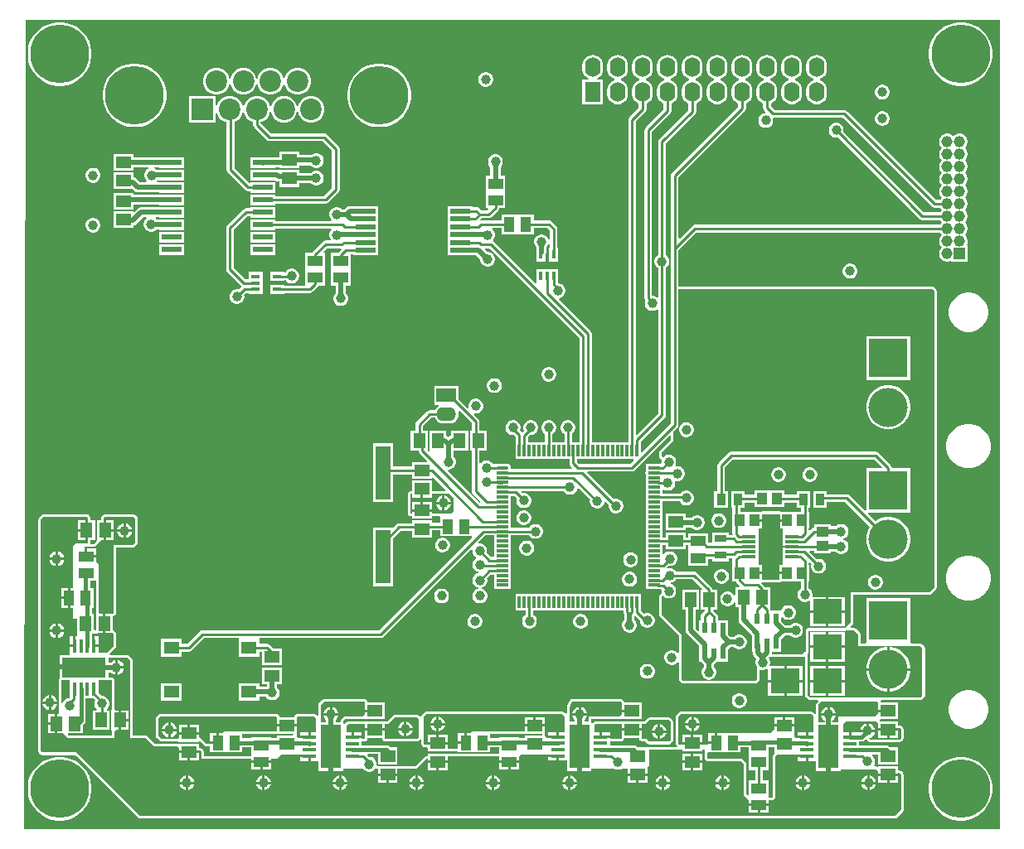
<source format=gtl>
G04*
G04 #@! TF.GenerationSoftware,Altium Limited,Altium Designer,23.5.1 (21)*
G04*
G04 Layer_Physical_Order=1*
G04 Layer_Color=255*
%FSLAX44Y44*%
%MOMM*%
G71*
G04*
G04 #@! TF.SameCoordinates,D9901149-2AC3-4954-9F64-4BA616841755*
G04*
G04*
G04 #@! TF.FilePolarity,Positive*
G04*
G01*
G75*
%ADD10C,0.2540*%
%ADD14R,1.1000X1.5000*%
%ADD15R,1.5000X1.1000*%
%ADD16R,1.5000X1.2000*%
%ADD17R,1.2000X1.5000*%
%ADD18R,0.9500X0.4000*%
%ADD19R,0.4000X0.9500*%
%ADD20R,2.0300X0.5000*%
%ADD21R,3.0000X2.5000*%
%ADD22R,1.4500X0.3000*%
%ADD23R,1.0000X1.2000*%
%ADD24R,0.5500X1.1000*%
%ADD25R,1.2000X0.7000*%
%ADD26R,0.9000X1.2000*%
%ADD27R,1.2000X1.0000*%
%ADD28O,1.2000X0.3000*%
%ADD29R,1.2000X0.3000*%
%ADD30R,0.3000X1.2000*%
%ADD31R,1.4000X0.4500*%
%ADD32R,2.0000X4.5000*%
%ADD33R,0.4500X1.4000*%
%ADD34R,4.5000X2.0000*%
%ADD35R,2.0000X0.6000*%
%ADD36R,1.5500X1.3000*%
%ADD37R,1.5000X5.5000*%
%ADD75C,0.9000*%
%ADD76C,0.5080*%
%ADD77C,0.3810*%
%ADD78R,4.0000X4.0000*%
%ADD79C,4.0000*%
%ADD80R,1.1500X1.1500*%
%ADD81C,1.1500*%
%ADD82O,2.0000X1.4000*%
%ADD83R,2.0000X1.4000*%
%ADD84R,1.6000X2.0000*%
%ADD85O,1.6000X2.0000*%
%ADD86C,2.2000*%
%ADD87R,2.2000X2.2000*%
%ADD88C,6.0000*%
%ADD89C,1.0000*%
G36*
X1057000Y168000D02*
X61899D01*
X61001Y168899D01*
X62000Y995000D01*
X1057000D01*
Y168000D01*
D02*
G37*
%LPC*%
G36*
X341783Y945540D02*
X338217D01*
X334774Y944617D01*
X331686Y942835D01*
X329165Y940314D01*
X327383Y937226D01*
X326807Y935079D01*
X325493D01*
X324917Y937226D01*
X323135Y940314D01*
X320614Y942835D01*
X317526Y944617D01*
X314083Y945540D01*
X310517D01*
X307074Y944617D01*
X303986Y942835D01*
X301465Y940314D01*
X299683Y937226D01*
X299107Y935079D01*
X297793D01*
X297217Y937226D01*
X295435Y940314D01*
X292914Y942835D01*
X289826Y944617D01*
X286383Y945540D01*
X282817D01*
X279374Y944617D01*
X276286Y942835D01*
X273765Y940314D01*
X271983Y937226D01*
X271407Y935079D01*
X270093D01*
X269517Y937226D01*
X267735Y940314D01*
X265214Y942835D01*
X262126Y944617D01*
X258683Y945540D01*
X255117D01*
X251674Y944617D01*
X248586Y942835D01*
X246065Y940314D01*
X244283Y937226D01*
X243360Y933783D01*
Y930217D01*
X244283Y926774D01*
X246065Y923686D01*
X248586Y921165D01*
X251674Y919383D01*
X255117Y918460D01*
X258683D01*
X262126Y919383D01*
X265214Y921165D01*
X267735Y923686D01*
X269517Y926774D01*
X270093Y928921D01*
X271407D01*
X271983Y926774D01*
X273765Y923686D01*
X276286Y921165D01*
X279374Y919383D01*
X282817Y918460D01*
X286383D01*
X289826Y919383D01*
X292914Y921165D01*
X295435Y923686D01*
X297217Y926774D01*
X297793Y928921D01*
X299107D01*
X299683Y926774D01*
X301465Y923686D01*
X303986Y921165D01*
X307074Y919383D01*
X310517Y918460D01*
X314083D01*
X317526Y919383D01*
X320614Y921165D01*
X323135Y923686D01*
X324917Y926774D01*
X325493Y928921D01*
X326807D01*
X327383Y926774D01*
X329165Y923686D01*
X331686Y921165D01*
X334774Y919383D01*
X338217Y918460D01*
X341783D01*
X345226Y919383D01*
X348314Y921165D01*
X350835Y923686D01*
X352617Y926774D01*
X353540Y930217D01*
Y933783D01*
X352617Y937226D01*
X350835Y940314D01*
X348314Y942835D01*
X345226Y944617D01*
X341783Y945540D01*
D02*
G37*
G36*
X1019561Y992540D02*
X1014439D01*
X1009380Y991739D01*
X1004509Y990156D01*
X999945Y987831D01*
X995802Y984820D01*
X992180Y981198D01*
X989169Y977055D01*
X986844Y972491D01*
X985261Y967620D01*
X984460Y962561D01*
Y957439D01*
X985261Y952380D01*
X986844Y947509D01*
X989169Y942945D01*
X992180Y938802D01*
X995802Y935180D01*
X999945Y932169D01*
X1004509Y929844D01*
X1009380Y928261D01*
X1014439Y927460D01*
X1019561D01*
X1024620Y928261D01*
X1029491Y929844D01*
X1034055Y932169D01*
X1038198Y935180D01*
X1041820Y938802D01*
X1044831Y942945D01*
X1047156Y947509D01*
X1048739Y952380D01*
X1049540Y957439D01*
Y962561D01*
X1048739Y967620D01*
X1047156Y972491D01*
X1044831Y977055D01*
X1041820Y981198D01*
X1038198Y984820D01*
X1034055Y987831D01*
X1029491Y990156D01*
X1024620Y991739D01*
X1019561Y992540D01*
D02*
G37*
G36*
X99561D02*
X94439D01*
X89380Y991739D01*
X84509Y990156D01*
X79945Y987831D01*
X75802Y984820D01*
X72180Y981198D01*
X69169Y977055D01*
X66844Y972491D01*
X65261Y967620D01*
X64460Y962561D01*
Y957439D01*
X65261Y952380D01*
X66844Y947509D01*
X69169Y942945D01*
X72180Y938802D01*
X75802Y935180D01*
X79945Y932169D01*
X84509Y929844D01*
X89380Y928261D01*
X94439Y927460D01*
X99561D01*
X104620Y928261D01*
X109491Y929844D01*
X114055Y932169D01*
X118198Y935180D01*
X121820Y938802D01*
X124831Y942945D01*
X127156Y947509D01*
X128739Y952380D01*
X129540Y957439D01*
Y962561D01*
X128739Y967620D01*
X127156Y972491D01*
X124831Y977055D01*
X121820Y981198D01*
X118198Y984820D01*
X114055Y987831D01*
X109491Y990156D01*
X104620Y991739D01*
X99561Y992540D01*
D02*
G37*
G36*
X532993Y941540D02*
X531007D01*
X529090Y941026D01*
X527370Y940033D01*
X525966Y938630D01*
X524974Y936910D01*
X524460Y934993D01*
Y933007D01*
X524974Y931090D01*
X525966Y929370D01*
X527370Y927967D01*
X529090Y926974D01*
X531007Y926460D01*
X532993D01*
X534910Y926974D01*
X536630Y927967D01*
X538033Y929370D01*
X539026Y931090D01*
X539540Y933007D01*
Y934993D01*
X539026Y936910D01*
X538033Y938630D01*
X536630Y940033D01*
X534910Y941026D01*
X532993Y941540D01*
D02*
G37*
G36*
X937993Y928540D02*
X936007D01*
X934090Y928026D01*
X932370Y927033D01*
X930966Y925630D01*
X929974Y923910D01*
X929460Y921993D01*
Y920007D01*
X929974Y918090D01*
X930966Y916370D01*
X932370Y914967D01*
X934090Y913974D01*
X936007Y913460D01*
X937993D01*
X939910Y913974D01*
X941630Y914967D01*
X943034Y916370D01*
X944026Y918090D01*
X944540Y920007D01*
Y921993D01*
X944026Y923910D01*
X943034Y925630D01*
X941630Y927033D01*
X939910Y928026D01*
X937993Y928540D01*
D02*
G37*
G36*
X641400Y959031D02*
X638648Y958669D01*
X636085Y957607D01*
X633883Y955917D01*
X632193Y953716D01*
X631131Y951152D01*
X630769Y948400D01*
Y944400D01*
X631131Y941648D01*
X632193Y939084D01*
X633883Y936883D01*
X636085Y935193D01*
X637010Y934810D01*
X636757Y933540D01*
X630860D01*
Y908460D01*
X651940D01*
Y933540D01*
X646043D01*
X645790Y934810D01*
X646715Y935193D01*
X648917Y936883D01*
X650607Y939084D01*
X651669Y941648D01*
X652031Y944400D01*
Y948400D01*
X651669Y951152D01*
X650607Y953716D01*
X648917Y955917D01*
X646715Y957607D01*
X644152Y958669D01*
X641400Y959031D01*
D02*
G37*
G36*
X870000D02*
X867249Y958669D01*
X864685Y957607D01*
X862483Y955917D01*
X860793Y953716D01*
X859731Y951152D01*
X859369Y948400D01*
Y944400D01*
X859731Y941648D01*
X860793Y939084D01*
X862483Y936883D01*
X864685Y935193D01*
X866630Y934387D01*
Y933013D01*
X864685Y932207D01*
X862483Y930517D01*
X860793Y928316D01*
X859731Y925751D01*
X859369Y923000D01*
Y919000D01*
X859731Y916248D01*
X860793Y913684D01*
X862483Y911483D01*
X864685Y909793D01*
X867249Y908731D01*
X870000Y908369D01*
X872751Y908731D01*
X875315Y909793D01*
X877517Y911483D01*
X879207Y913684D01*
X880269Y916248D01*
X880631Y919000D01*
Y923000D01*
X880269Y925751D01*
X879207Y928316D01*
X877517Y930517D01*
X875315Y932207D01*
X873370Y933013D01*
Y934387D01*
X875315Y935193D01*
X877517Y936883D01*
X879207Y939084D01*
X880269Y941648D01*
X880631Y944400D01*
Y948400D01*
X880269Y951152D01*
X879207Y953716D01*
X877517Y955917D01*
X875315Y957607D01*
X872751Y958669D01*
X870000Y959031D01*
D02*
G37*
G36*
X844600D02*
X841849Y958669D01*
X839285Y957607D01*
X837083Y955917D01*
X835393Y953716D01*
X834331Y951152D01*
X833969Y948400D01*
Y944400D01*
X834331Y941648D01*
X835393Y939084D01*
X837083Y936883D01*
X839285Y935193D01*
X841230Y934387D01*
Y933013D01*
X839285Y932207D01*
X837083Y930517D01*
X835393Y928316D01*
X834331Y925751D01*
X833969Y923000D01*
Y919000D01*
X834331Y916248D01*
X835393Y913684D01*
X837083Y911483D01*
X839285Y909793D01*
X841849Y908731D01*
X844600Y908369D01*
X847352Y908731D01*
X849915Y909793D01*
X852117Y911483D01*
X853807Y913684D01*
X854869Y916248D01*
X855231Y919000D01*
Y923000D01*
X854869Y925751D01*
X853807Y928316D01*
X852117Y930517D01*
X849915Y932207D01*
X847970Y933013D01*
Y934387D01*
X849915Y935193D01*
X852117Y936883D01*
X853807Y939084D01*
X854869Y941648D01*
X855231Y944400D01*
Y948400D01*
X854869Y951152D01*
X853807Y953716D01*
X852117Y955917D01*
X849915Y957607D01*
X847352Y958669D01*
X844600Y959031D01*
D02*
G37*
G36*
X768400D02*
X765648Y958669D01*
X763084Y957607D01*
X760883Y955917D01*
X759193Y953716D01*
X758131Y951152D01*
X757769Y948400D01*
Y944400D01*
X758131Y941648D01*
X759193Y939084D01*
X760883Y936883D01*
X763084Y935193D01*
X765030Y934387D01*
Y933013D01*
X763084Y932207D01*
X760883Y930517D01*
X759193Y928316D01*
X758131Y925751D01*
X757769Y923000D01*
Y919000D01*
X758131Y916248D01*
X759193Y913684D01*
X760883Y911483D01*
X763084Y909793D01*
X765648Y908731D01*
X768400Y908369D01*
X771152Y908731D01*
X773716Y909793D01*
X775917Y911483D01*
X777607Y913684D01*
X778669Y916248D01*
X779031Y919000D01*
Y923000D01*
X778669Y925751D01*
X777607Y928316D01*
X775917Y930517D01*
X773716Y932207D01*
X771770Y933013D01*
Y934387D01*
X773716Y935193D01*
X775917Y936883D01*
X777607Y939084D01*
X778669Y941648D01*
X779031Y944400D01*
Y948400D01*
X778669Y951152D01*
X777607Y953716D01*
X775917Y955917D01*
X773716Y957607D01*
X771152Y958669D01*
X768400Y959031D01*
D02*
G37*
G36*
X666800D02*
X664048Y958669D01*
X661485Y957607D01*
X659283Y955917D01*
X657593Y953716D01*
X656531Y951152D01*
X656169Y948400D01*
Y944400D01*
X656531Y941648D01*
X657593Y939084D01*
X659283Y936883D01*
X661485Y935193D01*
X663430Y934387D01*
Y933013D01*
X661485Y932207D01*
X659283Y930517D01*
X657593Y928316D01*
X656531Y925751D01*
X656169Y923000D01*
Y919000D01*
X656531Y916248D01*
X657593Y913684D01*
X659283Y911483D01*
X661485Y909793D01*
X664048Y908731D01*
X666800Y908369D01*
X669551Y908731D01*
X672115Y909793D01*
X674317Y911483D01*
X676007Y913684D01*
X677069Y916248D01*
X677431Y919000D01*
Y923000D01*
X677069Y925751D01*
X676007Y928316D01*
X674317Y930517D01*
X672115Y932207D01*
X670170Y933013D01*
Y934387D01*
X672115Y935193D01*
X674317Y936883D01*
X676007Y939084D01*
X677069Y941648D01*
X677431Y944400D01*
Y948400D01*
X677069Y951152D01*
X676007Y953716D01*
X674317Y955917D01*
X672115Y957607D01*
X669551Y958669D01*
X666800Y959031D01*
D02*
G37*
G36*
X355633Y917140D02*
X352067D01*
X348624Y916217D01*
X345536Y914435D01*
X343015Y911914D01*
X341233Y908826D01*
X340657Y906679D01*
X339343D01*
X338767Y908826D01*
X336985Y911914D01*
X334464Y914435D01*
X331376Y916217D01*
X327933Y917140D01*
X324367D01*
X320924Y916217D01*
X317836Y914435D01*
X315315Y911914D01*
X313533Y908826D01*
X312957Y906679D01*
X311643D01*
X311067Y908826D01*
X309285Y911914D01*
X306764Y914435D01*
X303676Y916217D01*
X300233Y917140D01*
X296667D01*
X293224Y916217D01*
X290136Y914435D01*
X287615Y911914D01*
X285833Y908826D01*
X285257Y906679D01*
X283943D01*
X283367Y908826D01*
X281585Y911914D01*
X279064Y914435D01*
X275976Y916217D01*
X272533Y917140D01*
X268967D01*
X265524Y916217D01*
X262436Y914435D01*
X259915Y911914D01*
X258133Y908826D01*
X257860Y907809D01*
X256590Y907976D01*
Y917140D01*
X229510D01*
Y890060D01*
X256590D01*
Y899224D01*
X257860Y899391D01*
X258133Y898374D01*
X259915Y895286D01*
X262436Y892765D01*
X265524Y890983D01*
X267612Y890423D01*
Y841504D01*
X267907Y840017D01*
X268749Y838757D01*
X286373Y821133D01*
X287633Y820291D01*
X289120Y819995D01*
X291956D01*
Y818060D01*
X317036D01*
Y829140D01*
X291956D01*
Y827868D01*
X290686Y827807D01*
X275381Y843113D01*
Y890823D01*
X275976Y890983D01*
X279064Y892765D01*
X281585Y895286D01*
X283367Y898374D01*
X283943Y900521D01*
X285257D01*
X285833Y898374D01*
X287615Y895286D01*
X290136Y892765D01*
X293224Y890983D01*
X294565Y890623D01*
Y887550D01*
X294861Y886063D01*
X295703Y884803D01*
X308253Y872253D01*
X309513Y871411D01*
X311000Y871115D01*
X365391D01*
X375115Y861391D01*
Y822609D01*
X367291Y814785D01*
X317036D01*
Y816440D01*
X291956D01*
Y805360D01*
X317036D01*
Y807015D01*
X368900D01*
X370387Y807311D01*
X371647Y808153D01*
X381747Y818253D01*
X382589Y819513D01*
X382885Y821000D01*
Y863000D01*
X382589Y864487D01*
X381747Y865747D01*
X369747Y877747D01*
X368487Y878589D01*
X367000Y878885D01*
X312609D01*
X302335Y889159D01*
Y890623D01*
X303676Y890983D01*
X306764Y892765D01*
X309285Y895286D01*
X311067Y898374D01*
X311643Y900521D01*
X312957D01*
X313533Y898374D01*
X315315Y895286D01*
X317836Y892765D01*
X320924Y890983D01*
X324367Y890060D01*
X327933D01*
X331376Y890983D01*
X334464Y892765D01*
X336985Y895286D01*
X338767Y898374D01*
X339343Y900521D01*
X340657D01*
X341233Y898374D01*
X343015Y895286D01*
X345536Y892765D01*
X348624Y890983D01*
X352067Y890060D01*
X355633D01*
X359076Y890983D01*
X362164Y892765D01*
X364685Y895286D01*
X366467Y898374D01*
X367390Y901817D01*
Y905383D01*
X366467Y908826D01*
X364685Y911914D01*
X362164Y914435D01*
X359076Y916217D01*
X355633Y917140D01*
D02*
G37*
G36*
X937993Y901540D02*
X936007D01*
X934090Y901026D01*
X932370Y900033D01*
X930966Y898630D01*
X929974Y896910D01*
X929460Y894993D01*
Y893007D01*
X929974Y891090D01*
X930966Y889370D01*
X932370Y887967D01*
X934090Y886974D01*
X936007Y886460D01*
X937993D01*
X939910Y886974D01*
X941630Y887967D01*
X943034Y889370D01*
X944026Y891090D01*
X944540Y893007D01*
Y894993D01*
X944026Y896910D01*
X943034Y898630D01*
X941630Y900033D01*
X939910Y901026D01*
X937993Y901540D01*
D02*
G37*
G36*
X425979Y950314D02*
X420857D01*
X415798Y949513D01*
X410927Y947930D01*
X406363Y945605D01*
X402220Y942594D01*
X398598Y938972D01*
X395587Y934829D01*
X393262Y930265D01*
X391679Y925394D01*
X390878Y920335D01*
Y915213D01*
X391679Y910154D01*
X393262Y905283D01*
X395587Y900719D01*
X398598Y896576D01*
X402220Y892954D01*
X406363Y889943D01*
X410927Y887618D01*
X415798Y886035D01*
X420857Y885234D01*
X425979D01*
X431038Y886035D01*
X435909Y887618D01*
X440473Y889943D01*
X444616Y892954D01*
X448238Y896576D01*
X451249Y900719D01*
X453574Y905283D01*
X455157Y910154D01*
X455958Y915213D01*
Y920335D01*
X455157Y925394D01*
X453574Y930265D01*
X451249Y934829D01*
X448238Y938972D01*
X444616Y942594D01*
X440473Y945605D01*
X435909Y947930D01*
X431038Y949513D01*
X425979Y950314D01*
D02*
G37*
G36*
X176043D02*
X170921D01*
X165862Y949513D01*
X160991Y947930D01*
X156427Y945605D01*
X152284Y942594D01*
X148662Y938972D01*
X145651Y934829D01*
X143326Y930265D01*
X141743Y925394D01*
X140942Y920335D01*
Y915213D01*
X141743Y910154D01*
X143326Y905283D01*
X145651Y900719D01*
X148662Y896576D01*
X152284Y892954D01*
X156427Y889943D01*
X160991Y887618D01*
X165862Y886035D01*
X170921Y885234D01*
X176043D01*
X181102Y886035D01*
X185973Y887618D01*
X190537Y889943D01*
X194680Y892954D01*
X198302Y896576D01*
X201313Y900719D01*
X203638Y905283D01*
X205221Y910154D01*
X206022Y915213D01*
Y920335D01*
X205221Y925394D01*
X203638Y930265D01*
X201313Y934829D01*
X198302Y938972D01*
X194680Y942594D01*
X190537Y945605D01*
X185973Y947930D01*
X181102Y949513D01*
X176043Y950314D01*
D02*
G37*
G36*
X341536Y860290D02*
X321456D01*
Y854470D01*
X317036D01*
Y854540D01*
X291956D01*
Y843460D01*
X317036D01*
Y843868D01*
X317892Y844039D01*
X318000Y844110D01*
X321456D01*
Y843210D01*
X341536D01*
Y846196D01*
X353141D01*
X354370Y844967D01*
X356090Y843974D01*
X358007Y843460D01*
X359993D01*
X361910Y843974D01*
X363630Y844967D01*
X365033Y846370D01*
X366026Y848090D01*
X366540Y850007D01*
Y851993D01*
X366026Y853910D01*
X365033Y855630D01*
X363630Y857033D01*
X361910Y858026D01*
X359993Y858540D01*
X358007D01*
X356090Y858026D01*
X354370Y857033D01*
X353891Y856554D01*
X341536D01*
Y860290D01*
D02*
G37*
G36*
X172040Y858040D02*
X151960D01*
Y840960D01*
X172040D01*
Y844321D01*
X188013D01*
X188180Y843051D01*
X188090Y843026D01*
X186370Y842033D01*
X184967Y840630D01*
X183974Y838910D01*
X183460Y836993D01*
Y835007D01*
X183974Y833090D01*
X184967Y831370D01*
X186007Y830330D01*
X185494Y829060D01*
X178765D01*
X174912Y832913D01*
X173232Y834035D01*
X172040Y834272D01*
Y839040D01*
X151960D01*
Y821960D01*
X171215D01*
X172957Y820218D01*
X174638Y819095D01*
X176620Y818700D01*
X198956D01*
Y818060D01*
X224036D01*
Y829140D01*
X198956D01*
Y829060D01*
X197078D01*
X196509Y830330D01*
X197008Y830971D01*
X198956D01*
Y830760D01*
X224036D01*
Y841840D01*
X198956D01*
Y841329D01*
X196334D01*
X195630Y842033D01*
X193910Y843026D01*
X193820Y843051D01*
X193987Y844321D01*
X198956D01*
Y843460D01*
X224036D01*
Y854540D01*
X211698D01*
X210996Y854679D01*
X172040D01*
Y858040D01*
D02*
G37*
G36*
X131993Y843540D02*
X130007D01*
X128090Y843026D01*
X126370Y842033D01*
X124966Y840630D01*
X123974Y838910D01*
X123460Y836993D01*
Y835007D01*
X123974Y833090D01*
X124966Y831370D01*
X126370Y829967D01*
X128090Y828974D01*
X130007Y828460D01*
X131993D01*
X133910Y828974D01*
X135630Y829967D01*
X137034Y831370D01*
X138026Y833090D01*
X138540Y835007D01*
Y836993D01*
X138026Y838910D01*
X137034Y840630D01*
X135630Y842033D01*
X133910Y843026D01*
X131993Y843540D01*
D02*
G37*
G36*
X317036Y841840D02*
X291956D01*
Y830760D01*
X316983D01*
X318458Y829775D01*
X320440Y829380D01*
X321456D01*
Y824210D01*
X341536D01*
Y827695D01*
X353641D01*
X354370Y826966D01*
X356090Y825974D01*
X358007Y825460D01*
X359993D01*
X361910Y825974D01*
X363630Y826966D01*
X365033Y828370D01*
X366026Y830090D01*
X366540Y832007D01*
Y833993D01*
X366026Y835910D01*
X365033Y837630D01*
X363630Y839034D01*
X361910Y840026D01*
X359993Y840540D01*
X358007D01*
X356090Y840026D01*
X354370Y839034D01*
X353391Y838055D01*
X341536D01*
Y841290D01*
X321456D01*
X321456Y841290D01*
X320186Y841184D01*
X318700Y841479D01*
X317036D01*
Y841840D01*
D02*
G37*
G36*
X172040Y818040D02*
X151960D01*
Y800960D01*
X172040D01*
Y806001D01*
X198956D01*
Y805360D01*
X224036D01*
Y816440D01*
X198956D01*
Y816359D01*
X172040D01*
Y818040D01*
D02*
G37*
G36*
X409705Y804680D02*
X409503Y804640D01*
X393343D01*
X391361Y804245D01*
X389680Y803122D01*
X387796Y801238D01*
X385425D01*
X384630Y802033D01*
X382910Y803026D01*
X380993Y803540D01*
X379007D01*
X377090Y803026D01*
X375370Y802033D01*
X373966Y800630D01*
X372974Y798910D01*
X372460Y796993D01*
Y795007D01*
X372974Y793090D01*
X373966Y791370D01*
X374682Y790655D01*
X374156Y789385D01*
X317036D01*
Y791040D01*
X291956D01*
Y779960D01*
X317036D01*
Y781615D01*
X374156D01*
X374682Y780345D01*
X373966Y779630D01*
X372974Y777910D01*
X372460Y775993D01*
Y774007D01*
X372974Y772090D01*
X373843Y770585D01*
X373415Y769315D01*
X368430D01*
X366943Y769019D01*
X365683Y768177D01*
X355253Y757747D01*
X354447Y756540D01*
X347960D01*
Y740810D01*
X347960Y740460D01*
Y739540D01*
X347960Y739190D01*
Y723460D01*
X346721Y723385D01*
X326290D01*
Y724040D01*
X311710D01*
Y714960D01*
X326290D01*
Y715615D01*
X352500D01*
X353987Y715911D01*
X355247Y716753D01*
X360747Y722253D01*
X361553Y723460D01*
X368040D01*
Y739190D01*
X368040Y739540D01*
Y740460D01*
X368040Y740810D01*
Y756540D01*
X366693D01*
X366207Y757713D01*
X370039Y761545D01*
X384255D01*
X384782Y760275D01*
X381253Y756747D01*
X381115Y756540D01*
X373960D01*
Y740810D01*
X373960Y740460D01*
Y739540D01*
X373960Y739190D01*
Y723460D01*
X378820D01*
Y715484D01*
X377966Y714630D01*
X376974Y712910D01*
X376460Y710993D01*
Y709007D01*
X376974Y707090D01*
X377966Y705370D01*
X379370Y703967D01*
X381090Y702974D01*
X383007Y702460D01*
X384993D01*
X386910Y702974D01*
X388630Y703967D01*
X390033Y705370D01*
X391026Y707090D01*
X391540Y709007D01*
Y710993D01*
X391026Y712910D01*
X390033Y714630D01*
X389179Y715484D01*
Y723460D01*
X394040D01*
Y739190D01*
X394040Y739540D01*
Y740460D01*
X394040Y740810D01*
Y755615D01*
X397015D01*
Y754460D01*
X422394D01*
Y762460D01*
Y770460D01*
Y778460D01*
Y786460D01*
Y794460D01*
Y804540D01*
X410406D01*
X409705Y804680D01*
D02*
G37*
G36*
X224036Y803740D02*
X198956D01*
Y803380D01*
X180200D01*
X178218Y802985D01*
X176537Y801862D01*
X173213Y798538D01*
X172040Y799024D01*
Y799040D01*
X151960D01*
Y781960D01*
X172040D01*
Y784686D01*
X173804Y785037D01*
X175485Y786160D01*
X182345Y793020D01*
X185472D01*
X185831Y791904D01*
X185836Y791750D01*
X184465Y790380D01*
X183473Y788660D01*
X182959Y786743D01*
Y784757D01*
X183473Y782840D01*
X184465Y781120D01*
X185869Y779716D01*
X187589Y778724D01*
X189506Y778210D01*
X191492D01*
X193409Y778724D01*
X195129Y779716D01*
X195733Y780321D01*
X198956D01*
Y779960D01*
X224036D01*
Y791040D01*
X198956D01*
Y790679D01*
X196233D01*
X195162Y791750D01*
X195167Y791904D01*
X195526Y793020D01*
X198956D01*
Y792660D01*
X224036D01*
Y803740D01*
D02*
G37*
G36*
X819200Y959031D02*
X816449Y958669D01*
X813885Y957607D01*
X811683Y955917D01*
X809993Y953716D01*
X808931Y951152D01*
X808569Y948400D01*
Y944400D01*
X808931Y941648D01*
X809993Y939084D01*
X811683Y936883D01*
X813885Y935193D01*
X815830Y934387D01*
Y933013D01*
X813885Y932207D01*
X811683Y930517D01*
X809993Y928316D01*
X808931Y925751D01*
X808569Y923000D01*
Y919000D01*
X808931Y916248D01*
X809993Y913684D01*
X811683Y911483D01*
X813885Y909793D01*
X815315Y909201D01*
Y904800D01*
X815611Y903313D01*
X816453Y902053D01*
X817793Y900713D01*
X817307Y899540D01*
X817007D01*
X815090Y899026D01*
X813370Y898034D01*
X811966Y896630D01*
X810974Y894910D01*
X810460Y892993D01*
Y891007D01*
X810974Y889090D01*
X811966Y887370D01*
X813370Y885966D01*
X815090Y884974D01*
X817007Y884460D01*
X818993D01*
X820910Y884974D01*
X822630Y885966D01*
X824034Y887370D01*
X825026Y889090D01*
X825540Y891007D01*
Y892993D01*
X825312Y893845D01*
X826286Y895115D01*
X896391D01*
X987353Y804153D01*
X988613Y803311D01*
X990100Y803015D01*
X995970D01*
X996666Y801810D01*
X997926Y800550D01*
X996666Y799290D01*
X995970Y798085D01*
X979409D01*
X897317Y880176D01*
X897540Y881007D01*
Y882993D01*
X897026Y884910D01*
X896033Y886630D01*
X894630Y888034D01*
X892910Y889026D01*
X890993Y889540D01*
X889007D01*
X887090Y889026D01*
X885370Y888034D01*
X883967Y886630D01*
X882974Y884910D01*
X882460Y882993D01*
Y881007D01*
X882974Y879090D01*
X883967Y877370D01*
X885370Y875966D01*
X887090Y874974D01*
X889007Y874460D01*
X890993D01*
X891824Y874683D01*
X975053Y791453D01*
X976313Y790611D01*
X977800Y790315D01*
X995970D01*
X996666Y789110D01*
X997926Y787850D01*
X996666Y786590D01*
X995970Y785385D01*
X745500D01*
X744013Y785089D01*
X742753Y784247D01*
X730058Y771552D01*
X728885Y772038D01*
Y833791D01*
X796547Y901453D01*
X797389Y902713D01*
X797685Y904200D01*
Y909201D01*
X799116Y909793D01*
X801317Y911483D01*
X803007Y913684D01*
X804069Y916248D01*
X804431Y919000D01*
Y923000D01*
X804069Y925751D01*
X803007Y928316D01*
X801317Y930517D01*
X799116Y932207D01*
X797170Y933013D01*
Y934387D01*
X799116Y935193D01*
X801317Y936883D01*
X803007Y939084D01*
X804069Y941648D01*
X804431Y944400D01*
Y948400D01*
X804069Y951152D01*
X803007Y953716D01*
X801317Y955917D01*
X799116Y957607D01*
X796552Y958669D01*
X793800Y959031D01*
X791049Y958669D01*
X788484Y957607D01*
X786283Y955917D01*
X784593Y953716D01*
X783531Y951152D01*
X783169Y948400D01*
Y944400D01*
X783531Y941648D01*
X784593Y939084D01*
X786283Y936883D01*
X788484Y935193D01*
X790430Y934387D01*
Y933013D01*
X788484Y932207D01*
X786283Y930517D01*
X784593Y928316D01*
X783531Y925751D01*
X783169Y923000D01*
Y919000D01*
X783531Y916248D01*
X784593Y913684D01*
X786283Y911483D01*
X788484Y909793D01*
X789915Y909201D01*
Y905809D01*
X722253Y838147D01*
X721411Y836887D01*
X721115Y835400D01*
Y761000D01*
Y582485D01*
X691713Y553083D01*
X690540Y553569D01*
Y563040D01*
X690540Y563040D01*
X690540D01*
X690726Y564233D01*
X714747Y588253D01*
X715589Y589513D01*
X715885Y591000D01*
Y741536D01*
X716630Y741966D01*
X718034Y743370D01*
X719026Y745090D01*
X719540Y747007D01*
Y748993D01*
X719026Y750910D01*
X718034Y752630D01*
X716630Y754034D01*
X715885Y754464D01*
Y868391D01*
X745747Y898253D01*
X746589Y899513D01*
X746885Y901000D01*
Y909201D01*
X748316Y909793D01*
X750517Y911483D01*
X752207Y913684D01*
X753269Y916248D01*
X753631Y919000D01*
Y923000D01*
X753269Y925751D01*
X752207Y928316D01*
X750517Y930517D01*
X748316Y932207D01*
X746370Y933013D01*
Y934387D01*
X748316Y935193D01*
X750517Y936883D01*
X752207Y939084D01*
X753269Y941648D01*
X753631Y944400D01*
Y948400D01*
X753269Y951152D01*
X752207Y953716D01*
X750517Y955917D01*
X748316Y957607D01*
X745751Y958669D01*
X743000Y959031D01*
X740248Y958669D01*
X737684Y957607D01*
X735483Y955917D01*
X733793Y953716D01*
X732731Y951152D01*
X732369Y948400D01*
Y944400D01*
X732731Y941648D01*
X733793Y939084D01*
X735483Y936883D01*
X737684Y935193D01*
X739630Y934387D01*
Y933013D01*
X737684Y932207D01*
X735483Y930517D01*
X733793Y928316D01*
X732731Y925751D01*
X732369Y923000D01*
Y919000D01*
X732731Y916248D01*
X733793Y913684D01*
X735483Y911483D01*
X737684Y909793D01*
X739115Y909201D01*
Y902609D01*
X709253Y872747D01*
X708411Y871487D01*
X708115Y870000D01*
Y754464D01*
X707370Y754034D01*
X705966Y752630D01*
X704974Y750910D01*
X704460Y748993D01*
Y747007D01*
X704974Y745090D01*
X705966Y743370D01*
X707370Y741966D01*
X708115Y741536D01*
Y711344D01*
X706845Y710818D01*
X706630Y711033D01*
X704910Y712026D01*
X702993Y712540D01*
X701885D01*
Y880391D01*
X720347Y898853D01*
X721189Y900113D01*
X721485Y901600D01*
Y909201D01*
X722915Y909793D01*
X725117Y911483D01*
X726807Y913684D01*
X727869Y916248D01*
X728231Y919000D01*
Y923000D01*
X727869Y925751D01*
X726807Y928316D01*
X725117Y930517D01*
X722915Y932207D01*
X720970Y933013D01*
Y934387D01*
X722915Y935193D01*
X725117Y936883D01*
X726807Y939084D01*
X727869Y941648D01*
X728231Y944400D01*
Y948400D01*
X727869Y951152D01*
X726807Y953716D01*
X725117Y955917D01*
X722915Y957607D01*
X720351Y958669D01*
X717600Y959031D01*
X714848Y958669D01*
X712284Y957607D01*
X710083Y955917D01*
X708393Y953716D01*
X707331Y951152D01*
X706969Y948400D01*
Y944400D01*
X707331Y941648D01*
X708393Y939084D01*
X710083Y936883D01*
X712284Y935193D01*
X714230Y934387D01*
Y933013D01*
X712284Y932207D01*
X710083Y930517D01*
X708393Y928316D01*
X707331Y925751D01*
X706969Y923000D01*
Y919000D01*
X707331Y916248D01*
X708393Y913684D01*
X710083Y911483D01*
X712284Y909793D01*
X713715Y909201D01*
Y903209D01*
X695253Y884747D01*
X694411Y883487D01*
X694115Y882000D01*
Y710218D01*
X694411Y708731D01*
X694970Y707895D01*
X694460Y705993D01*
Y704007D01*
X694974Y702090D01*
X695966Y700370D01*
X697370Y698967D01*
X699090Y697974D01*
X701007Y697460D01*
X702993D01*
X704910Y697974D01*
X706630Y698967D01*
X706845Y699182D01*
X708115Y698656D01*
Y592609D01*
X686478Y570972D01*
X685304Y571458D01*
Y890811D01*
X694947Y900453D01*
X695789Y901713D01*
X696085Y903200D01*
Y909201D01*
X697515Y909793D01*
X699717Y911483D01*
X701407Y913684D01*
X702469Y916248D01*
X702831Y919000D01*
Y923000D01*
X702469Y925751D01*
X701407Y928316D01*
X699717Y930517D01*
X697515Y932207D01*
X695570Y933013D01*
Y934387D01*
X697515Y935193D01*
X699717Y936883D01*
X701407Y939084D01*
X702469Y941648D01*
X702831Y944400D01*
Y948400D01*
X702469Y951152D01*
X701407Y953716D01*
X699717Y955917D01*
X697515Y957607D01*
X694951Y958669D01*
X692200Y959031D01*
X689448Y958669D01*
X686885Y957607D01*
X684683Y955917D01*
X682993Y953716D01*
X681931Y951152D01*
X681569Y948400D01*
Y944400D01*
X681931Y941648D01*
X682993Y939084D01*
X684683Y936883D01*
X686885Y935193D01*
X688830Y934387D01*
Y933013D01*
X686885Y932207D01*
X684683Y930517D01*
X682993Y928316D01*
X681931Y925751D01*
X681569Y923000D01*
Y919000D01*
X681931Y916248D01*
X682993Y913684D01*
X684683Y911483D01*
X686885Y909793D01*
X688315Y909201D01*
Y904809D01*
X678673Y895167D01*
X677831Y893906D01*
X677535Y892420D01*
Y563040D01*
X640381D01*
Y674000D01*
X640085Y675487D01*
X639243Y676747D01*
X606651Y709339D01*
X607247Y710539D01*
X608926Y710989D01*
X610645Y711982D01*
X612049Y713385D01*
X613041Y715105D01*
X613555Y717022D01*
Y719008D01*
X613041Y720926D01*
X612049Y722645D01*
X610645Y724049D01*
X608926Y725041D01*
X607008Y725555D01*
X606040Y725710D01*
Y740290D01*
X583960D01*
Y726750D01*
X583960Y726330D01*
X582690Y725804D01*
X540317Y768177D01*
X539909Y768449D01*
X539742Y770079D01*
X540033Y770370D01*
X541026Y772090D01*
X541540Y774007D01*
Y775993D01*
X541026Y777910D01*
X540033Y779630D01*
X538818Y780845D01*
X538979Y781617D01*
X539278Y782115D01*
X547960D01*
Y775960D01*
X563690D01*
X564040Y775960D01*
X564960D01*
X565310Y775960D01*
X581040D01*
Y782115D01*
X595118D01*
X597615Y779618D01*
Y769886D01*
X596345Y769719D01*
X596026Y770910D01*
X595033Y772630D01*
X593630Y774034D01*
X591910Y775026D01*
X589993Y775540D01*
X588007D01*
X586090Y775026D01*
X584370Y774034D01*
X582966Y772630D01*
X581974Y770910D01*
X581460Y768993D01*
Y767007D01*
X581974Y765090D01*
X582966Y763370D01*
X583571Y762766D01*
Y757210D01*
X583960Y755252D01*
Y747710D01*
X593040D01*
Y754487D01*
X593535Y755228D01*
X593929Y757210D01*
Y762266D01*
X595033Y763370D01*
X596026Y765090D01*
X596345Y766281D01*
X597615Y766114D01*
Y762290D01*
X596960D01*
Y747710D01*
X606040D01*
Y762290D01*
X605385D01*
Y781227D01*
X605089Y782713D01*
X604247Y783974D01*
X599474Y788747D01*
X598213Y789589D01*
X596727Y789885D01*
X581040D01*
Y796040D01*
X565310D01*
X564960Y796040D01*
X564040D01*
X563690Y796040D01*
X547960D01*
Y789885D01*
X527174D01*
X526861Y790297D01*
X526592Y791098D01*
X527609Y792115D01*
X535000D01*
X536487Y792411D01*
X537747Y793253D01*
X544747Y800253D01*
X545589Y801513D01*
X545777Y802460D01*
X552040D01*
Y818190D01*
X552040Y818540D01*
Y819460D01*
X552040Y819810D01*
Y835540D01*
X547179D01*
Y844516D01*
X548033Y845370D01*
X549026Y847090D01*
X549540Y849007D01*
Y850993D01*
X549026Y852910D01*
X548033Y854630D01*
X546630Y856033D01*
X544910Y857026D01*
X542993Y857540D01*
X541007D01*
X539090Y857026D01*
X537370Y856033D01*
X535966Y854630D01*
X534974Y852910D01*
X534460Y850993D01*
Y849007D01*
X534974Y847090D01*
X535966Y845370D01*
X536820Y844516D01*
Y835540D01*
X531960D01*
Y819810D01*
X531960Y819460D01*
Y818540D01*
X531960Y818190D01*
Y802460D01*
X534307D01*
X534793Y801287D01*
X533391Y799885D01*
X527609D01*
X525247Y802247D01*
X523987Y803089D01*
X522500Y803385D01*
X518395D01*
Y804540D01*
X493015D01*
Y794460D01*
Y786460D01*
Y778460D01*
Y770460D01*
Y762460D01*
Y754460D01*
X505003D01*
X505705Y754321D01*
X522355D01*
X526460Y750215D01*
Y749007D01*
X526974Y747090D01*
X527966Y745370D01*
X529370Y743967D01*
X531090Y742974D01*
X533007Y742460D01*
X534993D01*
X536910Y742974D01*
X538630Y743967D01*
X540033Y745370D01*
X541026Y747090D01*
X541540Y749007D01*
Y750993D01*
X541026Y752910D01*
X540033Y754630D01*
X538630Y756033D01*
X536910Y757026D01*
X534993Y757540D01*
X533785D01*
X530953Y760372D01*
X531439Y761545D01*
X535961D01*
X627532Y669975D01*
Y563040D01*
X620155D01*
Y571692D01*
X620630Y571967D01*
X622034Y573370D01*
X623026Y575090D01*
X623540Y577007D01*
Y578993D01*
X623026Y580910D01*
X622034Y582630D01*
X620630Y584034D01*
X618910Y585026D01*
X616993Y585540D01*
X615007D01*
X613090Y585026D01*
X611370Y584034D01*
X609967Y582630D01*
X608974Y580910D01*
X608460Y578993D01*
Y577007D01*
X608974Y575090D01*
X609967Y573370D01*
X611370Y571967D01*
X612385Y571381D01*
Y563040D01*
X600381D01*
Y571536D01*
X601126Y571967D01*
X602530Y573370D01*
X603522Y575090D01*
X604036Y577007D01*
Y578993D01*
X603522Y580910D01*
X602530Y582630D01*
X601126Y584034D01*
X599407Y585026D01*
X597489Y585540D01*
X595504D01*
X593586Y585026D01*
X591867Y584034D01*
X590463Y582630D01*
X589470Y580910D01*
X588956Y578993D01*
Y577007D01*
X589470Y575090D01*
X590463Y573370D01*
X591867Y571967D01*
X592612Y571536D01*
Y563040D01*
X575461D01*
Y568559D01*
X577362Y570460D01*
X578993D01*
X580910Y570974D01*
X582630Y571967D01*
X584034Y573370D01*
X585026Y575090D01*
X585540Y577007D01*
Y578993D01*
X585026Y580910D01*
X584034Y582630D01*
X582630Y584034D01*
X580910Y585026D01*
X578993Y585540D01*
X577007D01*
X575090Y585026D01*
X573370Y584034D01*
X571967Y582630D01*
X570974Y580910D01*
X570460Y578993D01*
Y577007D01*
X570974Y575090D01*
X570985Y575071D01*
X569072Y573158D01*
X567051Y575181D01*
X567540Y577007D01*
Y578993D01*
X567026Y580910D01*
X566034Y582630D01*
X564630Y584034D01*
X562910Y585026D01*
X560993Y585540D01*
X559007D01*
X557090Y585026D01*
X555370Y584034D01*
X553966Y582630D01*
X552974Y580910D01*
X552460Y578993D01*
Y577007D01*
X552974Y575090D01*
X553966Y573370D01*
X555370Y571967D01*
X557090Y570974D01*
X559007Y570460D01*
X560784D01*
X562612Y568632D01*
Y563040D01*
X562460D01*
Y545960D01*
X617615D01*
Y541500D01*
X617911Y540013D01*
X618753Y538753D01*
X620368Y537138D01*
X619882Y535965D01*
X558708D01*
X557619Y537000D01*
X557306Y538576D01*
X556413Y539913D01*
X555076Y540806D01*
X553500Y541119D01*
X544500D01*
X543321Y540885D01*
X539464D01*
X539034Y541630D01*
X537630Y543033D01*
X535910Y544026D01*
X533993Y544540D01*
X532007D01*
X530090Y544026D01*
X528370Y543033D01*
X526967Y541630D01*
X526905Y541522D01*
X525635Y541863D01*
Y554585D01*
X533040D01*
Y574665D01*
X525885D01*
Y584000D01*
X525589Y585487D01*
X524747Y586747D01*
X520107Y591386D01*
X520765Y592525D01*
X521007Y592460D01*
X522993D01*
X524910Y592974D01*
X526630Y593966D01*
X528033Y595370D01*
X529026Y597090D01*
X529540Y599007D01*
Y600993D01*
X529026Y602910D01*
X528033Y604630D01*
X526630Y606034D01*
X524910Y607026D01*
X522993Y607540D01*
X521007D01*
X519090Y607026D01*
X517370Y606034D01*
X515966Y604630D01*
X514974Y602910D01*
X514460Y600993D01*
Y599007D01*
X514525Y598765D01*
X513386Y598107D01*
X504540Y606954D01*
Y620540D01*
X479460D01*
Y601460D01*
X483656D01*
X483924Y600894D01*
X484002Y600190D01*
X482196Y598804D01*
X480667Y596811D01*
X480283Y595885D01*
X475000D01*
X473513Y595589D01*
X472253Y594747D01*
X461378Y583872D01*
X460536Y582612D01*
X460240Y581125D01*
Y574665D01*
X455585D01*
Y554585D01*
X463321D01*
X463565Y553359D01*
X464407Y552099D01*
X472543Y543963D01*
X472057Y542790D01*
X456960D01*
Y538135D01*
X437040D01*
Y562040D01*
X416960D01*
Y501960D01*
X437040D01*
Y530365D01*
X456960D01*
Y525710D01*
X477040D01*
Y526807D01*
X478213Y527293D01*
X485253Y520253D01*
X485253Y520253D01*
X491139Y514367D01*
X490653Y513194D01*
X477040D01*
Y523790D01*
X456960D01*
Y513194D01*
X455000D01*
X454009Y512996D01*
X453169Y512435D01*
X452607Y511595D01*
X452410Y510604D01*
Y490434D01*
X452607Y489443D01*
X453169Y488603D01*
X454009Y488042D01*
X455000Y487845D01*
X456960D01*
Y484960D01*
X477040D01*
Y487845D01*
X484523D01*
X485460Y487040D01*
X485460Y486575D01*
Y480885D01*
X477040D01*
Y483040D01*
X456960D01*
Y480135D01*
X443250D01*
X441763Y479839D01*
X440503Y478997D01*
X438090Y476584D01*
X437040Y476040D01*
Y476040D01*
X437040Y476040D01*
X416960D01*
Y415960D01*
X437040D01*
Y464546D01*
X444859Y472365D01*
X456960D01*
Y465960D01*
X477040D01*
Y473115D01*
X485460D01*
Y466960D01*
X501190D01*
X501540Y466960D01*
X502460D01*
X502810Y466960D01*
X517670D01*
X518196Y465690D01*
X423391Y370885D01*
X243000D01*
X241513Y370589D01*
X240253Y369747D01*
X227391Y356885D01*
X221290D01*
Y362040D01*
X200710D01*
Y343960D01*
X221290D01*
Y349115D01*
X229000D01*
X230487Y349411D01*
X231747Y350253D01*
X244609Y363115D01*
X279740D01*
X280210Y362040D01*
X280210Y361845D01*
Y343960D01*
X300790D01*
Y349115D01*
X303960D01*
Y344605D01*
X303885Y344230D01*
X303960Y343855D01*
Y334960D01*
X324040D01*
Y352040D01*
X315454D01*
X311747Y355747D01*
X310487Y356589D01*
X309000Y356885D01*
X300790D01*
Y361845D01*
X300790Y362040D01*
X301260Y363115D01*
X425000D01*
X426487Y363411D01*
X427747Y364253D01*
X517242Y453748D01*
X518353Y453127D01*
X518385Y453095D01*
Y451124D01*
X518899Y449206D01*
X519892Y447487D01*
X521296Y446083D01*
X521838Y445770D01*
Y444303D01*
X521370Y444034D01*
X519967Y442630D01*
X518974Y440910D01*
X518460Y438993D01*
Y437007D01*
X518974Y435090D01*
X519967Y433370D01*
X521370Y431967D01*
X523090Y430974D01*
X524271Y430657D01*
Y429343D01*
X523090Y429026D01*
X521370Y428033D01*
X519967Y426630D01*
X518974Y424910D01*
X518460Y422993D01*
Y421007D01*
X518974Y419090D01*
X519967Y417370D01*
X521370Y415966D01*
X523090Y414974D01*
X524271Y414657D01*
Y413343D01*
X523090Y413026D01*
X521370Y412034D01*
X519967Y410630D01*
X518974Y408910D01*
X518460Y406993D01*
Y405007D01*
X518974Y403090D01*
X519967Y401370D01*
X521370Y399967D01*
X523090Y398974D01*
X525007Y398460D01*
X526993D01*
X528910Y398974D01*
X530630Y399967D01*
X532034Y401370D01*
X533026Y403090D01*
X533540Y405007D01*
Y406993D01*
X533026Y408910D01*
X532034Y410630D01*
X530630Y412034D01*
X528910Y413026D01*
X527729Y413343D01*
Y414657D01*
X528910Y414974D01*
X530630Y415966D01*
X532034Y417370D01*
X533026Y419090D01*
X533540Y421007D01*
Y422993D01*
X533317Y423824D01*
X537379Y427886D01*
X540460D01*
Y422960D01*
Y412960D01*
X557540D01*
Y417960D01*
Y427960D01*
Y437960D01*
Y447960D01*
Y457960D01*
Y468115D01*
X576536D01*
X576967Y467370D01*
X578370Y465966D01*
X580090Y464974D01*
X582007Y464460D01*
X583993D01*
X585910Y464974D01*
X587630Y465966D01*
X589034Y467370D01*
X590026Y469090D01*
X590540Y471007D01*
Y472993D01*
X590026Y474910D01*
X589034Y476630D01*
X587630Y478033D01*
X585910Y479026D01*
X583993Y479540D01*
X582007D01*
X580090Y479026D01*
X578370Y478033D01*
X576967Y476630D01*
X576536Y475885D01*
X557540D01*
Y487960D01*
Y497960D01*
Y508035D01*
X561471D01*
X563803Y505703D01*
X563460Y504423D01*
Y502437D01*
X563974Y500520D01*
X564967Y498800D01*
X566370Y497397D01*
X568090Y496404D01*
X570007Y495890D01*
X571993D01*
X573910Y496404D01*
X575630Y497397D01*
X577034Y498800D01*
X578026Y500520D01*
X578540Y502437D01*
Y504423D01*
X578026Y506340D01*
X577034Y508060D01*
X575630Y509464D01*
X573910Y510456D01*
X571993Y510970D01*
X570007D01*
X569626Y510868D01*
X568552Y511942D01*
X569038Y513115D01*
X611536D01*
X611967Y512370D01*
X613370Y510966D01*
X615090Y509974D01*
X617007Y509460D01*
X618993D01*
X620910Y509974D01*
X622630Y510966D01*
X624034Y512370D01*
X625026Y514090D01*
X625476Y515768D01*
X626676Y516364D01*
X638584Y504456D01*
X638460Y503993D01*
Y502007D01*
X638974Y500090D01*
X639967Y498370D01*
X641370Y496967D01*
X643090Y495974D01*
X645007Y495460D01*
X646993D01*
X648910Y495974D01*
X650630Y496967D01*
X652033Y498370D01*
X653026Y500090D01*
X653476Y501768D01*
X654677Y502364D01*
X657584Y499456D01*
X657460Y498993D01*
Y497007D01*
X657974Y495090D01*
X658967Y493370D01*
X660370Y491967D01*
X662090Y490974D01*
X664007Y490460D01*
X665993D01*
X667910Y490974D01*
X669630Y491967D01*
X671033Y493370D01*
X672026Y495090D01*
X672540Y497007D01*
Y498993D01*
X672026Y500910D01*
X671033Y502630D01*
X669630Y504034D01*
X667910Y505026D01*
X665993Y505540D01*
X664007D01*
X662809Y505219D01*
X635926Y532102D01*
X636412Y533275D01*
X681160D01*
X682646Y533571D01*
X683907Y534413D01*
X688570Y539076D01*
X688944Y539326D01*
X720237Y570619D01*
X721410Y570133D01*
Y565579D01*
X710169Y554338D01*
X709607Y553497D01*
X709410Y552506D01*
Y548362D01*
X709427Y548276D01*
X709416Y548190D01*
X709525Y547784D01*
X709607Y547371D01*
X709656Y547299D01*
X709679Y547214D01*
X709935Y546881D01*
X710169Y546531D01*
X710242Y546483D01*
X710295Y546413D01*
X710659Y546203D01*
X711009Y545970D01*
X711697Y544876D01*
X711460Y543993D01*
Y542007D01*
X710404Y541040D01*
X695460D01*
Y533252D01*
X695195Y531920D01*
X695460Y530588D01*
Y522960D01*
Y512960D01*
Y502960D01*
Y492960D01*
Y482960D01*
Y472960D01*
Y462960D01*
Y452960D01*
Y442960D01*
Y432960D01*
Y422960D01*
Y412960D01*
X707670D01*
X708046Y412886D01*
X710385D01*
X711460Y411993D01*
Y410007D01*
X711697Y409124D01*
X711009Y408030D01*
X710659Y407797D01*
X710295Y407587D01*
X710242Y407518D01*
X710169Y407469D01*
X709935Y407119D01*
X709679Y406786D01*
X709656Y406702D01*
X709607Y406629D01*
X709525Y406216D01*
X709416Y405810D01*
X709427Y405723D01*
X709410Y405638D01*
Y387000D01*
X709607Y386009D01*
X710169Y385169D01*
X729410Y365927D01*
Y347785D01*
X728140Y347445D01*
X728034Y347630D01*
X726630Y349034D01*
X724910Y350026D01*
X722993Y350540D01*
X721007D01*
X719090Y350026D01*
X717370Y349034D01*
X715966Y347630D01*
X714974Y345910D01*
X714460Y343993D01*
Y342007D01*
X714974Y340090D01*
X715966Y338370D01*
X717370Y336967D01*
X719090Y335974D01*
X721007Y335460D01*
X722993D01*
X724910Y335974D01*
X726630Y336967D01*
X728034Y338370D01*
X728140Y338555D01*
X729410Y338215D01*
Y321000D01*
X729607Y320009D01*
X730169Y319169D01*
X732169Y317169D01*
X733009Y316607D01*
X734000Y316410D01*
X807000D01*
X807991Y316607D01*
X808831Y317169D01*
X808831Y317169D01*
X810831Y319169D01*
X810831Y319169D01*
X811393Y320009D01*
X811590Y321000D01*
X811590Y329879D01*
X812860Y330768D01*
X814007Y330460D01*
X815993D01*
X817910Y330974D01*
X819190Y331713D01*
X820460Y331121D01*
Y320270D01*
X836730D01*
Y334040D01*
X822700D01*
X822085Y335310D01*
X822540Y337007D01*
Y338993D01*
X822026Y340910D01*
X821033Y342630D01*
X820994Y342669D01*
X821995Y343670D01*
X822192Y343795D01*
X823098Y344117D01*
X823803Y343759D01*
X823856Y343716D01*
X823979Y343679D01*
X824086Y343607D01*
X824459Y343533D01*
X824823Y343423D01*
X824951Y343435D01*
X825077Y343410D01*
X855115D01*
X856106Y343607D01*
X856946Y344169D01*
X857237Y344460D01*
X858410Y343974D01*
Y334426D01*
X858410Y304177D01*
X858607Y303186D01*
X859169Y302346D01*
X859169Y302346D01*
X861346Y300169D01*
X861346Y300169D01*
X862186Y299607D01*
X863177Y299410D01*
X870973D01*
X871512Y298260D01*
X870043Y296496D01*
X869859Y296157D01*
X869643Y295836D01*
X869619Y295716D01*
X869561Y295609D01*
X869520Y295224D01*
X869444Y294846D01*
X869421Y286038D01*
X868149Y285513D01*
X866831Y286831D01*
X866831Y286832D01*
X865991Y287393D01*
X865000Y287590D01*
X731000Y287590D01*
X730552Y287501D01*
X730009Y287393D01*
X730009Y287393D01*
X729169Y286831D01*
X729169Y286831D01*
X727169Y284831D01*
X726607Y283991D01*
X726607Y283991D01*
X726499Y283448D01*
X726410Y283000D01*
X726410Y255000D01*
X726607Y254009D01*
X727169Y253169D01*
X727714Y252624D01*
X727291Y251399D01*
X727254Y251353D01*
X699000D01*
X698242Y251203D01*
X697040Y251040D01*
X697040Y251040D01*
X697040Y251040D01*
X687138D01*
X685973Y252205D01*
X684502Y253187D01*
X682768Y253532D01*
X659040D01*
Y257383D01*
X670278D01*
X670509Y257429D01*
X670744Y257425D01*
X671000Y257526D01*
X671269Y257580D01*
X671465Y257711D01*
X671684Y257797D01*
X671881Y257989D01*
X672109Y258141D01*
X672240Y258337D01*
X672409Y258501D01*
X673091Y259488D01*
X673200Y259741D01*
X673353Y259969D01*
X673399Y260200D01*
X673492Y260416D01*
X673496Y260691D01*
X673550Y260960D01*
X688450D01*
X688518Y260618D01*
X688544Y260271D01*
X688616Y260127D01*
X688647Y259969D01*
X688841Y259679D01*
X688997Y259368D01*
X689746Y258408D01*
X689868Y258303D01*
X689957Y258169D01*
X690247Y257975D01*
X690511Y257747D01*
X690664Y257697D01*
X690797Y257607D01*
X691139Y257539D01*
X691470Y257430D01*
X691630Y257442D01*
X691788Y257410D01*
X694927D01*
X697169Y255169D01*
X698009Y254607D01*
X699000Y254410D01*
X719000D01*
X719991Y254607D01*
X720831Y255169D01*
X722831Y257169D01*
X723393Y258009D01*
X723590Y259000D01*
Y277000D01*
X723393Y277991D01*
X722831Y278831D01*
X720831Y280831D01*
X720831Y280831D01*
X719991Y281393D01*
X719000Y281590D01*
X699000D01*
X698009Y281393D01*
X697169Y280831D01*
X694311Y277974D01*
X691040D01*
Y278040D01*
X670960D01*
Y277974D01*
X644371D01*
X643885Y277877D01*
X643397Y277784D01*
X643389Y277778D01*
X643380Y277777D01*
X642967Y277501D01*
X642553Y277228D01*
X641310Y276003D01*
X640204Y276352D01*
X640040Y276478D01*
Y277290D01*
X639584D01*
Y280245D01*
X668835D01*
X669690Y280415D01*
X669850Y280379D01*
X670960Y279960D01*
X670960Y279960D01*
X670960Y279960D01*
X691040D01*
Y297040D01*
X673550D01*
X673482Y297382D01*
X673456Y297729D01*
X673384Y297873D01*
X673353Y298031D01*
X673159Y298321D01*
X673002Y298632D01*
X672254Y299592D01*
X672132Y299697D01*
X672043Y299831D01*
X671753Y300025D01*
X671489Y300253D01*
X671337Y300303D01*
X671203Y300393D01*
X670861Y300461D01*
X670530Y300570D01*
X670369Y300558D01*
X670212Y300590D01*
X620328D01*
X619930Y300511D01*
X619528Y300463D01*
X619438Y300413D01*
X619337Y300393D01*
X619000Y300168D01*
X618646Y299970D01*
X618582Y299888D01*
X618497Y299831D01*
X618271Y299494D01*
X618021Y299176D01*
X615190Y293623D01*
X615162Y293524D01*
X615105Y293438D01*
X615026Y293041D01*
X614916Y292651D01*
X614928Y292548D01*
X614908Y292447D01*
Y286039D01*
X613638Y285513D01*
X612319Y286831D01*
X611479Y287393D01*
X610488Y287590D01*
X471000D01*
X470009Y287393D01*
X469169Y286831D01*
X467169Y284831D01*
X466607Y283991D01*
X466418Y283040D01*
X466297Y282957D01*
X465140Y282522D01*
X463831Y283831D01*
X463831Y283831D01*
X462991Y284393D01*
X462000Y284590D01*
X439000D01*
X438009Y284393D01*
X437169Y283831D01*
X431123Y277786D01*
X429040D01*
Y278040D01*
X408960D01*
Y277786D01*
X391829D01*
X390838Y277589D01*
X389998Y277027D01*
X387810Y274839D01*
X387776Y274839D01*
X386540Y275228D01*
Y276790D01*
X386590Y277040D01*
Y278717D01*
X388283Y280410D01*
X407000D01*
X407690Y280548D01*
X408960Y279960D01*
Y279960D01*
X429040D01*
Y297040D01*
X411550D01*
X411482Y297382D01*
X411456Y297729D01*
X411384Y297873D01*
X411353Y298031D01*
X411159Y298321D01*
X411002Y298632D01*
X410254Y299592D01*
X410132Y299697D01*
X410043Y299831D01*
X409753Y300025D01*
X409489Y300253D01*
X409336Y300303D01*
X409203Y300393D01*
X408861Y300461D01*
X408530Y300570D01*
X408369Y300558D01*
X408212Y300590D01*
X366992D01*
X366990Y300589D01*
X366989Y300590D01*
X366492Y300490D01*
X366001Y300393D01*
X365999Y300392D01*
X365998Y300391D01*
X365576Y300109D01*
X365161Y299831D01*
X365160Y299830D01*
X365158Y299829D01*
X362192Y296854D01*
X361913Y296436D01*
X361633Y296017D01*
X361633Y296015D01*
X361632Y296014D01*
X361534Y295519D01*
X361436Y295026D01*
Y284023D01*
X360166Y283497D01*
X358831Y284831D01*
X357991Y285393D01*
X357000Y285590D01*
X339789D01*
X339468Y285526D01*
X339141Y285507D01*
X338976Y285428D01*
X338797Y285393D01*
X338525Y285211D01*
X338230Y285069D01*
X338109Y284933D01*
X337957Y284831D01*
X337775Y284559D01*
X337557Y284315D01*
X336809Y283045D01*
X336749Y282873D01*
X336647Y282721D01*
X336584Y282400D01*
X336475Y282091D01*
X336427Y282040D01*
X321550D01*
X321482Y282382D01*
X321456Y282730D01*
X321384Y282873D01*
X321353Y283031D01*
X321159Y283321D01*
X321002Y283632D01*
X320254Y284592D01*
X320132Y284697D01*
X320043Y284831D01*
X319753Y285025D01*
X319489Y285253D01*
X319336Y285303D01*
X319203Y285393D01*
X318861Y285461D01*
X318530Y285570D01*
X318369Y285558D01*
X318211Y285590D01*
X200020Y285590D01*
X199538Y285494D01*
X199054Y285403D01*
X199042Y285395D01*
X199029Y285393D01*
X198620Y285119D01*
X198208Y284850D01*
X196187Y282870D01*
X196180Y282859D01*
X196169Y282851D01*
X195895Y282441D01*
X195618Y282035D01*
X195615Y282022D01*
X195607Y282011D01*
X195511Y281528D01*
X195410Y281046D01*
X195413Y281033D01*
X195410Y281020D01*
Y263000D01*
X195607Y262009D01*
X196169Y261169D01*
X199279Y258059D01*
X200119Y257497D01*
X201110Y257300D01*
X217000Y257300D01*
X217287Y257357D01*
X217579Y257366D01*
X217690Y257391D01*
X218960Y256960D01*
Y256960D01*
X239040D01*
Y257172D01*
X240213Y257658D01*
X245034Y252838D01*
X245874Y252276D01*
X246865Y252079D01*
X250460D01*
Y245960D01*
X266540D01*
Y245960D01*
X267460D01*
Y245960D01*
X283540D01*
Y251468D01*
X292960D01*
Y245460D01*
X292960D01*
Y244540D01*
X292960D01*
Y242160D01*
X244590D01*
Y246568D01*
X244393Y247559D01*
X243831Y248400D01*
X243804Y248418D01*
X242617Y249605D01*
X241777Y250166D01*
X240786Y250363D01*
X239040D01*
Y255040D01*
X218960D01*
Y255040D01*
X217690Y254696D01*
X216865Y254860D01*
X194803D01*
X187196Y262466D01*
X186356Y263028D01*
X185365Y263225D01*
X171590D01*
X171590Y340273D01*
X171578Y340334D01*
X171587Y340396D01*
X171479Y340827D01*
X171393Y341264D01*
X171358Y341316D01*
X171343Y341376D01*
X171078Y341734D01*
X170831Y342104D01*
X170779Y342139D01*
X170742Y342189D01*
X167742Y344916D01*
X167361Y345145D01*
X166991Y345393D01*
X166930Y345405D01*
X166876Y345437D01*
X166436Y345503D01*
X166000Y345590D01*
X148288D01*
X147762Y346860D01*
X153831Y352929D01*
X154393Y353769D01*
X154590Y354760D01*
Y367212D01*
X154558Y367369D01*
X154570Y367530D01*
X154461Y367861D01*
X154393Y368203D01*
X154303Y368336D01*
X154253Y368489D01*
X154025Y368753D01*
X153831Y369043D01*
X153697Y369132D01*
X153592Y369254D01*
X152632Y370003D01*
X152321Y370159D01*
X152031Y370353D01*
X151873Y370384D01*
X151729Y370456D01*
X151382Y370482D01*
X151040Y370550D01*
Y385450D01*
X151382Y385518D01*
X151729Y385544D01*
X151873Y385616D01*
X152031Y385647D01*
X152321Y385841D01*
X152632Y385998D01*
X153592Y386746D01*
X153697Y386868D01*
X153831Y386957D01*
X154025Y387247D01*
X154253Y387511D01*
X154303Y387663D01*
X154393Y387797D01*
X154461Y388139D01*
X154570Y388470D01*
X154558Y388630D01*
X154590Y388788D01*
Y455410D01*
X171662Y455410D01*
X172654Y455607D01*
X173494Y456169D01*
X175944Y458619D01*
X176506Y459459D01*
X176703Y460450D01*
Y485550D01*
X176506Y486541D01*
X175944Y487381D01*
X174494Y488831D01*
X173654Y489393D01*
X172663Y489590D01*
X143351D01*
X143346Y489589D01*
X143342Y489590D01*
X142848Y489490D01*
X142360Y489393D01*
X142356Y489390D01*
X142351Y489389D01*
X141935Y489109D01*
X141520Y488831D01*
X141517Y488827D01*
X141513Y488825D01*
X140367Y487670D01*
X140092Y487255D01*
X139812Y486837D01*
X139812Y486832D01*
X139809Y486828D01*
X139713Y486338D01*
X139615Y485846D01*
Y483040D01*
X134960D01*
Y462960D01*
X134960Y462960D01*
X134630Y461827D01*
X131393Y458590D01*
X128907D01*
X128831Y458647D01*
X128192Y459722D01*
X128191Y459860D01*
X128272Y460266D01*
X128372Y460753D01*
X128370Y460762D01*
X128372Y460771D01*
Y462960D01*
X133040D01*
Y483040D01*
X128372D01*
Y486101D01*
X128275Y486589D01*
X128180Y487079D01*
X128176Y487085D01*
X128175Y487092D01*
X127898Y487506D01*
X127624Y487922D01*
X126734Y488821D01*
X126728Y488825D01*
X126724Y488831D01*
X126311Y489107D01*
X125897Y489387D01*
X125890Y489389D01*
X125884Y489393D01*
X125397Y489490D01*
X124907Y489590D01*
X124900Y489588D01*
X124893Y489590D01*
X80950D01*
X80934Y489586D01*
X80917Y489590D01*
X80439Y489488D01*
X79959Y489393D01*
X79945Y489383D01*
X79929Y489380D01*
X79526Y489103D01*
X79119Y488831D01*
X79110Y488817D01*
X79096Y488808D01*
X76146Y485782D01*
X75879Y485372D01*
X75607Y484965D01*
X75604Y484949D01*
X75595Y484935D01*
X75506Y484454D01*
X75410Y483974D01*
Y269000D01*
Y247133D01*
X75412Y247124D01*
X75410Y247114D01*
X75511Y246628D01*
X75607Y246142D01*
X75613Y246134D01*
X75615Y246125D01*
X75893Y245715D01*
X76169Y245302D01*
X76177Y245296D01*
X76182Y245289D01*
X77332Y244155D01*
X77747Y243882D01*
X78159Y243607D01*
X78168Y243605D01*
X78176Y243600D01*
X78664Y243507D01*
X79150Y243410D01*
X112927D01*
X177169Y179169D01*
X178009Y178607D01*
X179000Y178410D01*
X950000D01*
X950991Y178607D01*
X951831Y179169D01*
X957831Y185169D01*
X958393Y186009D01*
X958590Y187000D01*
Y223795D01*
X958588Y223803D01*
X958590Y223811D01*
X958490Y224298D01*
X958393Y224786D01*
X958388Y224793D01*
X958386Y224801D01*
X958107Y225213D01*
X957831Y225626D01*
X957824Y225631D01*
X957820Y225637D01*
X956801Y226644D01*
X956788Y226663D01*
X955948Y227224D01*
X954957Y227421D01*
X953040D01*
Y232040D01*
X932960D01*
X932960Y232040D01*
X931690Y231453D01*
X931000Y231590D01*
X928944D01*
X928316Y232860D01*
X929026Y234090D01*
X929540Y236007D01*
Y237993D01*
X929026Y239910D01*
X928034Y241630D01*
X926715Y242948D01*
X926752Y243329D01*
X927118Y244218D01*
X932960D01*
Y233960D01*
X953040D01*
Y251040D01*
X944887D01*
X943973Y251955D01*
X942503Y252937D01*
X940768Y253282D01*
X913540D01*
Y257218D01*
X915750D01*
X917484Y257563D01*
X918955Y258545D01*
X920001Y259592D01*
X921342Y259137D01*
X921353Y259056D01*
X921461Y258735D01*
X921528Y258403D01*
X921622Y258261D01*
X921677Y258099D01*
X921901Y257844D01*
X922089Y257563D01*
X922231Y257468D01*
X922344Y257339D01*
X922648Y257189D01*
X922929Y257001D01*
X923097Y256968D01*
X923250Y256892D01*
X923588Y256870D01*
X923920Y256804D01*
X954394D01*
X955385Y257001D01*
X956225Y257563D01*
X957831Y259169D01*
X958393Y260009D01*
X958590Y261000D01*
Y270000D01*
X958393Y270991D01*
X957831Y271831D01*
X957831Y271831D01*
X957021Y272641D01*
X956181Y273203D01*
X955190Y273400D01*
X953040D01*
Y278040D01*
X934982D01*
X934466Y278703D01*
X935032Y279960D01*
X953040D01*
Y297040D01*
X935905D01*
X935298Y298206D01*
X935455Y298759D01*
X935897Y299410D01*
X976000Y299410D01*
X976991Y299607D01*
X977831Y300169D01*
X979831Y302169D01*
X980393Y303009D01*
X980590Y304000D01*
Y353000D01*
X980393Y353991D01*
X979831Y354831D01*
X977831Y356831D01*
X976991Y357393D01*
X976000Y357590D01*
X966450D01*
X965540Y358860D01*
Y403540D01*
X920460D01*
Y358860D01*
X920460Y358460D01*
X919550Y357590D01*
X914590D01*
Y367000D01*
X914393Y367991D01*
X913831Y368831D01*
X909831Y372831D01*
X908991Y373393D01*
X908000Y373590D01*
X904912D01*
X904426Y374763D01*
X906831Y377169D01*
X907393Y378009D01*
X907590Y379000D01*
Y407410D01*
X985000Y407410D01*
X985991Y407607D01*
X986831Y408169D01*
X991831Y413169D01*
X992393Y414009D01*
X992590Y415000D01*
X992590Y718000D01*
X992393Y718991D01*
X991831Y719831D01*
X989831Y721831D01*
X988991Y722393D01*
X988000Y722590D01*
X728885D01*
Y759391D01*
X747109Y777615D01*
X995970D01*
X996666Y776410D01*
X997926Y775150D01*
X996666Y773890D01*
X995575Y772000D01*
X995010Y769891D01*
Y767709D01*
X995575Y765600D01*
X996666Y763710D01*
X997926Y762450D01*
X996666Y761190D01*
X995575Y759300D01*
X995010Y757191D01*
Y755009D01*
X995575Y752900D01*
X996666Y751010D01*
X998210Y749466D01*
X1000100Y748375D01*
X1002209Y747810D01*
X1004391D01*
X1006440Y748359D01*
X1006686Y748401D01*
X1007710Y747810D01*
Y747810D01*
X1024290D01*
Y764390D01*
X1024290D01*
X1023699Y765414D01*
X1023741Y765660D01*
X1024290Y767709D01*
Y769891D01*
X1023725Y772000D01*
X1022634Y773890D01*
X1021374Y775150D01*
X1022634Y776410D01*
X1023725Y778300D01*
X1024290Y780409D01*
Y782591D01*
X1023725Y784700D01*
X1022634Y786590D01*
X1021374Y787850D01*
X1022634Y789110D01*
X1023725Y791000D01*
X1024290Y793109D01*
Y795291D01*
X1023725Y797400D01*
X1022634Y799290D01*
X1021374Y800550D01*
X1022634Y801810D01*
X1023725Y803700D01*
X1024290Y805809D01*
Y807991D01*
X1023725Y810100D01*
X1022634Y811990D01*
X1021374Y813250D01*
X1022634Y814510D01*
X1023725Y816400D01*
X1024290Y818509D01*
Y820691D01*
X1023725Y822800D01*
X1022634Y824690D01*
X1021374Y825950D01*
X1022634Y827210D01*
X1023725Y829100D01*
X1024290Y831209D01*
Y833391D01*
X1023725Y835500D01*
X1022634Y837390D01*
X1021374Y838650D01*
X1022634Y839910D01*
X1023725Y841800D01*
X1024290Y843909D01*
Y846091D01*
X1023725Y848200D01*
X1022634Y850090D01*
X1021374Y851350D01*
X1022634Y852610D01*
X1023725Y854500D01*
X1024290Y856609D01*
Y858791D01*
X1023725Y860900D01*
X1022634Y862790D01*
X1021374Y864050D01*
X1022634Y865310D01*
X1023725Y867200D01*
X1024290Y869309D01*
Y871491D01*
X1023725Y873600D01*
X1022634Y875490D01*
X1021090Y877034D01*
X1019200Y878125D01*
X1017091Y878690D01*
X1014909D01*
X1012800Y878125D01*
X1010910Y877034D01*
X1009650Y875774D01*
X1008390Y877034D01*
X1006500Y878125D01*
X1004391Y878690D01*
X1002209D01*
X1000100Y878125D01*
X998210Y877034D01*
X996666Y875490D01*
X995575Y873600D01*
X995010Y871491D01*
Y869309D01*
X995575Y867200D01*
X996666Y865310D01*
X997926Y864050D01*
X996666Y862790D01*
X995575Y860900D01*
X995010Y858791D01*
Y856609D01*
X995575Y854500D01*
X996666Y852610D01*
X997926Y851350D01*
X996666Y850090D01*
X995575Y848200D01*
X995010Y846091D01*
Y843909D01*
X995575Y841800D01*
X996666Y839910D01*
X997926Y838650D01*
X996666Y837390D01*
X995575Y835500D01*
X995010Y833391D01*
Y831209D01*
X995575Y829100D01*
X996666Y827210D01*
X997926Y825950D01*
X996666Y824690D01*
X995575Y822800D01*
X995010Y820691D01*
Y818509D01*
X995575Y816400D01*
X996666Y814510D01*
X997926Y813250D01*
X996666Y811990D01*
X995970Y810785D01*
X991709D01*
X900747Y901747D01*
X899487Y902589D01*
X898000Y902885D01*
X826609D01*
X823085Y906409D01*
Y909201D01*
X824516Y909793D01*
X826717Y911483D01*
X828407Y913684D01*
X829469Y916248D01*
X829831Y919000D01*
Y923000D01*
X829469Y925751D01*
X828407Y928316D01*
X826717Y930517D01*
X824516Y932207D01*
X822570Y933013D01*
Y934387D01*
X824516Y935193D01*
X826717Y936883D01*
X828407Y939084D01*
X829469Y941648D01*
X829831Y944400D01*
Y948400D01*
X829469Y951152D01*
X828407Y953716D01*
X826717Y955917D01*
X824516Y957607D01*
X821952Y958669D01*
X819200Y959031D01*
D02*
G37*
G36*
X317036Y803740D02*
X291956D01*
Y802365D01*
X287480D01*
X285993Y802069D01*
X284733Y801227D01*
X268253Y784747D01*
X267411Y783487D01*
X267115Y782000D01*
Y740000D01*
X267411Y738513D01*
X268253Y737253D01*
X282141Y723365D01*
X282252Y723162D01*
X282240Y721734D01*
X279824Y719317D01*
X278993Y719540D01*
X277007D01*
X275090Y719026D01*
X273370Y718034D01*
X271966Y716630D01*
X270974Y714910D01*
X270460Y712993D01*
Y711007D01*
X270974Y709090D01*
X271966Y707370D01*
X273370Y705966D01*
X275090Y704974D01*
X277007Y704460D01*
X278993D01*
X280910Y704974D01*
X282630Y705966D01*
X284034Y707370D01*
X285026Y709090D01*
X285540Y711007D01*
Y712993D01*
X285317Y713824D01*
X287109Y715615D01*
X289710D01*
Y714960D01*
X304290D01*
Y721460D01*
Y727960D01*
Y737040D01*
X289710D01*
Y729885D01*
X286609D01*
X274885Y741609D01*
Y780391D01*
X289089Y794595D01*
X291956D01*
Y792660D01*
X317036D01*
Y803740D01*
D02*
G37*
G36*
X131993Y792540D02*
X130007D01*
X128090Y792026D01*
X126370Y791033D01*
X124966Y789630D01*
X123974Y787910D01*
X123460Y785993D01*
Y784007D01*
X123974Y782090D01*
X124966Y780370D01*
X126370Y778967D01*
X128090Y777974D01*
X130007Y777460D01*
X131993D01*
X133910Y777974D01*
X135630Y778967D01*
X137034Y780370D01*
X138026Y782090D01*
X138540Y784007D01*
Y785993D01*
X138026Y787910D01*
X137034Y789630D01*
X135630Y791033D01*
X133910Y792026D01*
X131993Y792540D01*
D02*
G37*
G36*
X317036Y778340D02*
X291956D01*
Y767260D01*
X317036D01*
Y778340D01*
D02*
G37*
G36*
X224036D02*
X198956D01*
Y767260D01*
X224036D01*
Y778340D01*
D02*
G37*
G36*
X317036Y765640D02*
X291956D01*
Y754560D01*
X317036D01*
Y765640D01*
D02*
G37*
G36*
X224036D02*
X198956D01*
Y754560D01*
X224036D01*
Y765640D01*
D02*
G37*
G36*
X334993Y740540D02*
X333007D01*
X331090Y740026D01*
X329370Y739034D01*
X327966Y737630D01*
X327560Y736926D01*
X326290Y737040D01*
Y737040D01*
X311710D01*
Y727960D01*
X326290D01*
Y728615D01*
X327825D01*
X327966Y728370D01*
X329370Y726966D01*
X331090Y725974D01*
X333007Y725460D01*
X334993D01*
X336910Y725974D01*
X338630Y726966D01*
X340033Y728370D01*
X341026Y730090D01*
X341540Y732007D01*
Y733993D01*
X341026Y735910D01*
X340033Y737630D01*
X338630Y739034D01*
X336910Y740026D01*
X334993Y740540D01*
D02*
G37*
G36*
X904993Y745540D02*
X903007D01*
X901090Y745026D01*
X899370Y744034D01*
X897967Y742630D01*
X896974Y740910D01*
X896460Y738993D01*
Y737007D01*
X896974Y735090D01*
X897967Y733370D01*
X899370Y731966D01*
X901090Y730974D01*
X903007Y730460D01*
X904993D01*
X906910Y730974D01*
X908630Y731966D01*
X910033Y733370D01*
X911026Y735090D01*
X911540Y737007D01*
Y738993D01*
X911026Y740910D01*
X910033Y742630D01*
X908630Y744034D01*
X906910Y745026D01*
X904993Y745540D01*
D02*
G37*
G36*
X1026974Y716040D02*
X1023026D01*
X1019155Y715270D01*
X1015508Y713759D01*
X1012225Y711566D01*
X1009434Y708775D01*
X1007241Y705492D01*
X1005730Y701845D01*
X1004960Y697974D01*
Y694026D01*
X1005730Y690155D01*
X1007241Y686507D01*
X1009434Y683225D01*
X1012225Y680434D01*
X1015508Y678241D01*
X1019155Y676730D01*
X1023026Y675960D01*
X1026974D01*
X1030845Y676730D01*
X1034492Y678241D01*
X1037775Y680434D01*
X1040566Y683225D01*
X1042759Y686507D01*
X1044270Y690155D01*
X1045040Y694026D01*
Y697974D01*
X1044270Y701845D01*
X1042759Y705492D01*
X1040566Y708775D01*
X1037775Y711566D01*
X1034492Y713759D01*
X1030845Y715270D01*
X1026974Y716040D01*
D02*
G37*
G36*
X597493Y640040D02*
X595507D01*
X593590Y639526D01*
X591870Y638534D01*
X590466Y637130D01*
X589474Y635410D01*
X588960Y633493D01*
Y631507D01*
X589474Y629590D01*
X590466Y627870D01*
X591870Y626466D01*
X593590Y625474D01*
X595507Y624960D01*
X597493D01*
X599410Y625474D01*
X601130Y626466D01*
X602533Y627870D01*
X603526Y629590D01*
X604040Y631507D01*
Y633493D01*
X603526Y635410D01*
X602533Y637130D01*
X601130Y638534D01*
X599410Y639526D01*
X597493Y640040D01*
D02*
G37*
G36*
X541993Y628540D02*
X540007D01*
X538090Y628026D01*
X536370Y627034D01*
X534967Y625630D01*
X533974Y623910D01*
X533460Y621993D01*
Y620007D01*
X533974Y618090D01*
X534967Y616370D01*
X536370Y614967D01*
X538090Y613974D01*
X540007Y613460D01*
X541993D01*
X543910Y613974D01*
X545630Y614967D01*
X547034Y616370D01*
X548026Y618090D01*
X548540Y620007D01*
Y621993D01*
X548026Y623910D01*
X547034Y625630D01*
X545630Y627034D01*
X543910Y628026D01*
X541993Y628540D01*
D02*
G37*
G36*
X1027220Y581540D02*
X1022780D01*
X1018425Y580674D01*
X1014323Y578975D01*
X1010632Y576508D01*
X1007492Y573368D01*
X1005025Y569677D01*
X1003326Y565575D01*
X1002460Y561220D01*
Y556780D01*
X1003326Y552425D01*
X1005025Y548323D01*
X1007492Y544632D01*
X1010632Y541492D01*
X1014323Y539025D01*
X1018425Y537326D01*
X1022780Y536460D01*
X1027220D01*
X1031575Y537326D01*
X1035677Y539025D01*
X1039368Y541492D01*
X1042508Y544632D01*
X1044975Y548323D01*
X1046674Y552425D01*
X1047540Y556780D01*
Y561220D01*
X1046674Y565575D01*
X1044975Y569677D01*
X1042508Y573368D01*
X1039368Y576508D01*
X1035677Y578975D01*
X1031575Y580674D01*
X1027220Y581540D01*
D02*
G37*
G36*
X571993Y493540D02*
X570007D01*
X568090Y493026D01*
X566370Y492034D01*
X564967Y490630D01*
X563974Y488910D01*
X563460Y486993D01*
Y485007D01*
X563974Y483090D01*
X564967Y481370D01*
X566370Y479967D01*
X568090Y478974D01*
X570007Y478460D01*
X571993D01*
X573910Y478974D01*
X575630Y479967D01*
X577034Y481370D01*
X578026Y483090D01*
X578540Y485007D01*
Y486993D01*
X578026Y488910D01*
X577034Y490630D01*
X575630Y492034D01*
X573910Y493026D01*
X571993Y493540D01*
D02*
G37*
G36*
X488993Y465540D02*
X487007D01*
X485090Y465026D01*
X483370Y464034D01*
X481967Y462630D01*
X480974Y460910D01*
X480460Y458993D01*
Y457007D01*
X480974Y455090D01*
X481967Y453370D01*
X483370Y451967D01*
X485090Y450974D01*
X487007Y450460D01*
X488993D01*
X490910Y450974D01*
X492630Y451967D01*
X494034Y453370D01*
X495026Y455090D01*
X495540Y457007D01*
Y458993D01*
X495026Y460910D01*
X494034Y462630D01*
X492630Y464034D01*
X490910Y465026D01*
X488993Y465540D01*
D02*
G37*
G36*
X574993Y462540D02*
X573007D01*
X571090Y462026D01*
X569370Y461034D01*
X567966Y459630D01*
X566974Y457910D01*
X566460Y455993D01*
Y454007D01*
X566974Y452090D01*
X567966Y450370D01*
X569370Y448966D01*
X571090Y447974D01*
X573007Y447460D01*
X574993D01*
X576910Y447974D01*
X578630Y448966D01*
X580033Y450370D01*
X581026Y452090D01*
X581540Y454007D01*
Y455993D01*
X581026Y457910D01*
X580033Y459630D01*
X578630Y461034D01*
X576910Y462026D01*
X574993Y462540D01*
D02*
G37*
G36*
X680993Y450540D02*
X679007D01*
X677090Y450026D01*
X675370Y449034D01*
X673967Y447630D01*
X672974Y445910D01*
X672460Y443993D01*
Y442007D01*
X672974Y440090D01*
X673967Y438370D01*
X675370Y436967D01*
X677090Y435974D01*
X679007Y435460D01*
X680993D01*
X682910Y435974D01*
X684630Y436967D01*
X686033Y438370D01*
X687026Y440090D01*
X687540Y442007D01*
Y443993D01*
X687026Y445910D01*
X686033Y447630D01*
X684630Y449034D01*
X682910Y450026D01*
X680993Y450540D01*
D02*
G37*
G36*
X679993Y430540D02*
X678007D01*
X676090Y430026D01*
X674370Y429034D01*
X672967Y427630D01*
X671974Y425910D01*
X671460Y423993D01*
Y422007D01*
X671974Y420090D01*
X672967Y418370D01*
X674370Y416967D01*
X676090Y415974D01*
X678007Y415460D01*
X679993D01*
X681910Y415974D01*
X683630Y416967D01*
X685033Y418370D01*
X686026Y420090D01*
X686540Y422007D01*
Y423993D01*
X686026Y425910D01*
X685033Y427630D01*
X683630Y429034D01*
X681910Y430026D01*
X679993Y430540D01*
D02*
G37*
G36*
X1027220Y446671D02*
X1022780D01*
X1018425Y445805D01*
X1014323Y444106D01*
X1010632Y441639D01*
X1007492Y438499D01*
X1005025Y434808D01*
X1003326Y430706D01*
X1002460Y426351D01*
Y421911D01*
X1003326Y417556D01*
X1005025Y413454D01*
X1007492Y409762D01*
X1010632Y406623D01*
X1014323Y404156D01*
X1018425Y402457D01*
X1022780Y401591D01*
X1027220D01*
X1031575Y402457D01*
X1035677Y404156D01*
X1039368Y406623D01*
X1042508Y409762D01*
X1044975Y413454D01*
X1046674Y417556D01*
X1047540Y421911D01*
Y426351D01*
X1046674Y430706D01*
X1044975Y434808D01*
X1042508Y438499D01*
X1039368Y441639D01*
X1035677Y444106D01*
X1031575Y445805D01*
X1027220Y446671D01*
D02*
G37*
G36*
X487993Y413540D02*
X486007D01*
X484090Y413026D01*
X482370Y412034D01*
X480966Y410630D01*
X479974Y408910D01*
X479460Y406993D01*
Y405007D01*
X479974Y403090D01*
X480966Y401370D01*
X482370Y399967D01*
X484090Y398974D01*
X486007Y398460D01*
X487993D01*
X489910Y398974D01*
X491630Y399967D01*
X493033Y401370D01*
X494026Y403090D01*
X494540Y405007D01*
Y406993D01*
X494026Y408910D01*
X493033Y410630D01*
X491630Y412034D01*
X489910Y413026D01*
X487993Y413540D01*
D02*
G37*
G36*
X690540Y408040D02*
X562460D01*
Y390960D01*
X572730D01*
Y386667D01*
X572100Y386303D01*
X570697Y384900D01*
X569704Y383180D01*
X569190Y381263D01*
Y379277D01*
X569704Y377360D01*
X570697Y375640D01*
X572100Y374236D01*
X573820Y373244D01*
X575737Y372730D01*
X577723D01*
X579640Y373244D01*
X581360Y374236D01*
X582764Y375640D01*
X583756Y377360D01*
X584270Y379277D01*
Y381263D01*
X583756Y383180D01*
X582764Y384900D01*
X581360Y386303D01*
X580500Y386800D01*
Y390960D01*
X672385D01*
Y389730D01*
X672681Y388243D01*
X673523Y386983D01*
X673630Y386876D01*
X673614Y386793D01*
Y381492D01*
X672760Y380638D01*
X671767Y378919D01*
X671253Y377001D01*
Y375016D01*
X671767Y373098D01*
X672760Y371379D01*
X674164Y369975D01*
X675883Y368982D01*
X677801Y368469D01*
X679786D01*
X681703Y368982D01*
X683423Y369975D01*
X684827Y371379D01*
X685819Y373098D01*
X686333Y375016D01*
Y377001D01*
X685819Y378919D01*
X684827Y380638D01*
X683973Y381492D01*
Y384927D01*
X685243Y385454D01*
X689460Y381236D01*
Y380007D01*
X689974Y378090D01*
X690966Y376370D01*
X692370Y374967D01*
X694090Y373974D01*
X696007Y373460D01*
X697993D01*
X699910Y373974D01*
X701630Y374967D01*
X703034Y376370D01*
X704026Y378090D01*
X704540Y380007D01*
Y381993D01*
X704026Y383910D01*
X703034Y385630D01*
X701630Y387034D01*
X699910Y388026D01*
X697993Y388540D01*
X696007D01*
X694090Y388026D01*
X693816Y387868D01*
X690540Y391144D01*
Y408040D01*
D02*
G37*
G36*
X629993Y387540D02*
X628007D01*
X626090Y387026D01*
X624370Y386034D01*
X622966Y384630D01*
X621974Y382910D01*
X621460Y380993D01*
Y379007D01*
X621974Y377090D01*
X622966Y375370D01*
X624370Y373966D01*
X626090Y372974D01*
X628007Y372460D01*
X629993D01*
X631910Y372974D01*
X633630Y373966D01*
X635033Y375370D01*
X636026Y377090D01*
X636540Y379007D01*
Y380993D01*
X636026Y382910D01*
X635033Y384630D01*
X633630Y386034D01*
X631910Y387026D01*
X629993Y387540D01*
D02*
G37*
G36*
X521993D02*
X520007D01*
X518090Y387026D01*
X516370Y386034D01*
X514967Y384630D01*
X513974Y382910D01*
X513460Y380993D01*
Y379007D01*
X513974Y377090D01*
X514967Y375370D01*
X516370Y373966D01*
X518090Y372974D01*
X520007Y372460D01*
X521993D01*
X523910Y372974D01*
X525630Y373966D01*
X527034Y375370D01*
X528026Y377090D01*
X528540Y379007D01*
Y380993D01*
X528026Y382910D01*
X527034Y384630D01*
X525630Y386034D01*
X523910Y387026D01*
X521993Y387540D01*
D02*
G37*
G36*
X697993Y336540D02*
X696007D01*
X694090Y336026D01*
X692370Y335033D01*
X690966Y333630D01*
X689974Y331910D01*
X689460Y329993D01*
Y328007D01*
X689974Y326090D01*
X690966Y324370D01*
X692370Y322966D01*
X694090Y321974D01*
X696007Y321460D01*
X697993D01*
X699910Y321974D01*
X701630Y322966D01*
X703034Y324370D01*
X704026Y326090D01*
X704540Y328007D01*
Y329993D01*
X704026Y331910D01*
X703034Y333630D01*
X701630Y335033D01*
X699910Y336026D01*
X697993Y336540D01*
D02*
G37*
G36*
X855540Y334040D02*
X839270D01*
Y320270D01*
X855540D01*
Y334040D01*
D02*
G37*
G36*
X324040Y333040D02*
X303960D01*
Y315960D01*
X308820D01*
Y313179D01*
X300790D01*
Y317040D01*
X280210D01*
Y298960D01*
X300790D01*
Y302820D01*
X307707D01*
X307966Y302370D01*
X309370Y300966D01*
X311090Y299974D01*
X313007Y299460D01*
X314993D01*
X316910Y299974D01*
X318630Y300966D01*
X320033Y302370D01*
X321026Y304090D01*
X321540Y306007D01*
Y307993D01*
X321026Y309910D01*
X320033Y311630D01*
X319179Y312484D01*
Y315960D01*
X324040D01*
Y333040D01*
D02*
G37*
G36*
X855540Y317730D02*
X839270D01*
Y303960D01*
X855540D01*
Y317730D01*
D02*
G37*
G36*
X836730D02*
X820460D01*
Y303960D01*
X836730D01*
Y317730D01*
D02*
G37*
G36*
X221290Y317040D02*
X200710D01*
Y298960D01*
X221290D01*
Y317040D01*
D02*
G37*
G36*
X791993Y306540D02*
X790007D01*
X788090Y306026D01*
X786370Y305033D01*
X784967Y303630D01*
X783974Y301910D01*
X783460Y299993D01*
Y298007D01*
X783974Y296090D01*
X784967Y294370D01*
X786370Y292966D01*
X788090Y291974D01*
X790007Y291460D01*
X791993D01*
X793910Y291974D01*
X795630Y292966D01*
X797033Y294370D01*
X798026Y296090D01*
X798540Y298007D01*
Y299993D01*
X798026Y301910D01*
X797033Y303630D01*
X795630Y305033D01*
X793910Y306026D01*
X791993Y306540D01*
D02*
G37*
G36*
X1026974Y310040D02*
X1023026D01*
X1019155Y309270D01*
X1015508Y307759D01*
X1012225Y305566D01*
X1009434Y302775D01*
X1007241Y299492D01*
X1005730Y295846D01*
X1004960Y291974D01*
Y288026D01*
X1005730Y284154D01*
X1007241Y280508D01*
X1009434Y277225D01*
X1012225Y274434D01*
X1015508Y272241D01*
X1019155Y270730D01*
X1023026Y269960D01*
X1026974D01*
X1030845Y270730D01*
X1034492Y272241D01*
X1037775Y274434D01*
X1040566Y277225D01*
X1042759Y280508D01*
X1044270Y284154D01*
X1045040Y288026D01*
Y291974D01*
X1044270Y295846D01*
X1042759Y299492D01*
X1040566Y302775D01*
X1037775Y305566D01*
X1034492Y307759D01*
X1030845Y309270D01*
X1026974Y310040D01*
D02*
G37*
G36*
X1019561Y241540D02*
X1014439D01*
X1009380Y240739D01*
X1004509Y239156D01*
X999945Y236831D01*
X995802Y233820D01*
X992180Y230198D01*
X989169Y226055D01*
X986844Y221491D01*
X985261Y216620D01*
X984460Y211561D01*
Y206439D01*
X985261Y201380D01*
X986844Y196509D01*
X989169Y191945D01*
X992180Y187802D01*
X995802Y184180D01*
X999945Y181169D01*
X1004509Y178844D01*
X1009380Y177261D01*
X1014439Y176460D01*
X1019561D01*
X1024620Y177261D01*
X1029491Y178844D01*
X1034055Y181169D01*
X1038198Y184180D01*
X1041820Y187802D01*
X1044831Y191945D01*
X1047156Y196509D01*
X1048739Y201380D01*
X1049540Y206439D01*
Y211561D01*
X1048739Y216620D01*
X1047156Y221491D01*
X1044831Y226055D01*
X1041820Y230198D01*
X1038198Y233820D01*
X1034055Y236831D01*
X1029491Y239156D01*
X1024620Y240739D01*
X1019561Y241540D01*
D02*
G37*
G36*
X99561D02*
X94439D01*
X89380Y240739D01*
X84509Y239156D01*
X79945Y236831D01*
X75802Y233820D01*
X72180Y230198D01*
X69169Y226055D01*
X66844Y221491D01*
X65261Y216620D01*
X64460Y211561D01*
Y206439D01*
X65261Y201380D01*
X66844Y196509D01*
X69169Y191945D01*
X72180Y187802D01*
X75802Y184180D01*
X79945Y181169D01*
X84509Y178844D01*
X89380Y177261D01*
X94439Y176460D01*
X99561D01*
X104620Y177261D01*
X109491Y178844D01*
X114055Y181169D01*
X118198Y184180D01*
X121820Y187802D01*
X124831Y191945D01*
X127156Y196509D01*
X128739Y201380D01*
X129540Y206439D01*
Y211561D01*
X128739Y216620D01*
X127156Y221491D01*
X124831Y226055D01*
X121820Y230198D01*
X118198Y233820D01*
X114055Y236831D01*
X109491Y239156D01*
X104620Y240739D01*
X99561Y241540D01*
D02*
G37*
%LPD*%
G36*
X518115Y582391D02*
Y574665D01*
X515960D01*
Y554585D01*
X517865D01*
Y513250D01*
X518161Y511763D01*
X519003Y510503D01*
X526485Y503021D01*
X526067Y501643D01*
X525887Y501607D01*
X493304Y534190D01*
X493830Y535460D01*
X494993D01*
X496910Y535974D01*
X498630Y536967D01*
X500033Y538370D01*
X501026Y540090D01*
X501540Y542007D01*
Y543993D01*
X501026Y545910D01*
X500033Y547630D01*
X499179Y548484D01*
Y554585D01*
X514040D01*
Y574665D01*
X496960D01*
Y569973D01*
X496018Y569785D01*
X494338Y568662D01*
X494000Y568325D01*
X493662Y568662D01*
X491982Y569785D01*
X491665Y569848D01*
Y574665D01*
X474585D01*
Y554705D01*
X473602Y553891D01*
X472665Y554829D01*
Y574665D01*
X468010D01*
Y579516D01*
X476609Y588115D01*
X480283D01*
X480667Y587189D01*
X482196Y585196D01*
X484189Y583667D01*
X486510Y582706D01*
X489000Y582378D01*
X495000D01*
X497491Y582706D01*
X499811Y583667D01*
X501804Y585196D01*
X503333Y587189D01*
X504295Y589510D01*
X504622Y592000D01*
X504306Y594404D01*
X504394Y594504D01*
X505603Y594903D01*
X518115Y582391D01*
D02*
G37*
G36*
X683119Y545228D02*
X683196Y544690D01*
X679551Y541045D01*
X627449D01*
X625385Y543109D01*
Y545960D01*
X682747D01*
X683119Y545228D01*
D02*
G37*
G36*
X990000Y718000D02*
X990000Y415000D01*
X985000Y410000D01*
X905000Y410000D01*
Y379000D01*
X899163Y373163D01*
X899140Y373153D01*
X898981Y373047D01*
X898745Y373000D01*
X861000D01*
X859000Y371000D01*
Y349255D01*
X858953Y349019D01*
X858940Y349000D01*
X858114D01*
X855115Y346000D01*
X825077D01*
X824034Y347270D01*
X824180Y348000D01*
Y348960D01*
X833790D01*
Y356775D01*
X833889Y357275D01*
Y359697D01*
X833955Y360025D01*
Y361630D01*
X838138Y365813D01*
X843056D01*
X843910Y364959D01*
X845630Y363966D01*
X847547Y363453D01*
X849533D01*
X851450Y363966D01*
X853170Y364959D01*
X854574Y366363D01*
X855566Y368082D01*
X856080Y370000D01*
Y371985D01*
X855566Y373903D01*
X854574Y375622D01*
X853170Y377026D01*
X851450Y378019D01*
X849533Y378533D01*
X847547D01*
X845630Y378019D01*
X843910Y377026D01*
X843056Y376172D01*
X838138D01*
X833889Y380421D01*
Y382725D01*
X833790Y383225D01*
Y383868D01*
X834647Y384234D01*
X835060Y384277D01*
X836370Y382966D01*
X838090Y381974D01*
X840007Y381460D01*
X841993D01*
X843910Y381974D01*
X845630Y382966D01*
X847033Y384370D01*
X848026Y386090D01*
X848540Y388007D01*
Y389993D01*
X848026Y391910D01*
X847033Y393630D01*
X845630Y395033D01*
X843910Y396026D01*
X841993Y396540D01*
X840007D01*
X838090Y396026D01*
X836370Y395033D01*
X834967Y393630D01*
X833974Y391910D01*
X833741Y391040D01*
X822885D01*
Y392074D01*
X822589Y393560D01*
X822502Y393690D01*
X823040Y394960D01*
X823040D01*
Y415040D01*
X817219D01*
X816747Y415747D01*
X813526Y418968D01*
X813952Y419955D01*
X814129Y420160D01*
X831960D01*
X832951Y420357D01*
X833738Y420883D01*
X854115D01*
Y413887D01*
X853370Y413457D01*
X851966Y412053D01*
X850974Y410334D01*
X850460Y408416D01*
Y406431D01*
X850974Y404513D01*
X851966Y402794D01*
X853370Y401390D01*
X855090Y400397D01*
X857007Y399883D01*
X858993D01*
X860910Y400397D01*
X862190Y401136D01*
X863460Y400544D01*
Y391270D01*
X879730D01*
Y405040D01*
X866210D01*
X865437Y406048D01*
X865540Y406431D01*
Y408416D01*
X865026Y410334D01*
X864034Y412053D01*
X862630Y413457D01*
X861885Y413887D01*
Y420883D01*
X862040D01*
Y437963D01*
X861885D01*
Y439636D01*
X863058Y440121D01*
X864735Y438444D01*
X864460Y437416D01*
Y435430D01*
X864974Y433513D01*
X865966Y431794D01*
X867370Y430390D01*
X869090Y429397D01*
X871007Y428883D01*
X872993D01*
X874910Y429397D01*
X876630Y430390D01*
X878034Y431794D01*
X879026Y433513D01*
X879540Y435430D01*
Y437416D01*
X879026Y439333D01*
X878034Y441053D01*
X876630Y442457D01*
X874910Y443449D01*
X872993Y443963D01*
X871007D01*
X870374Y443793D01*
X862802Y451365D01*
X863288Y452538D01*
X867460D01*
Y449383D01*
X884540D01*
Y451244D01*
X889516D01*
X890370Y450390D01*
X892090Y449397D01*
X894007Y448883D01*
X895993D01*
X897910Y449397D01*
X899630Y450390D01*
X901033Y451794D01*
X902026Y453513D01*
X902540Y455430D01*
Y457416D01*
X902026Y459333D01*
X901033Y461053D01*
X899630Y462457D01*
X897910Y463449D01*
X897519Y463554D01*
Y464869D01*
X897910Y464974D01*
X899630Y465966D01*
X901033Y467370D01*
X902026Y469090D01*
X902540Y471007D01*
Y472993D01*
X902026Y474910D01*
X901033Y476630D01*
X899630Y478033D01*
X897910Y479026D01*
X895993Y479540D01*
X894007D01*
X892090Y479026D01*
X890370Y478033D01*
X889478Y477141D01*
X884540D01*
Y479463D01*
X867460D01*
Y475804D01*
X865994Y475512D01*
X864734Y474670D01*
X863058Y472994D01*
X861885Y473480D01*
Y474883D01*
X862540D01*
Y491963D01*
X861885D01*
Y495883D01*
X863540D01*
Y512963D01*
X849460D01*
Y509308D01*
X837040D01*
Y513963D01*
X806960D01*
Y509308D01*
X796540D01*
Y512963D01*
X782460D01*
Y495883D01*
X784115D01*
Y491963D01*
X783960D01*
Y474883D01*
X784115D01*
Y469423D01*
X784142Y469290D01*
X783336Y468308D01*
X780540D01*
Y470540D01*
X763460D01*
Y460308D01*
X759471D01*
X759204Y460574D01*
Y469948D01*
X739125D01*
Y465792D01*
X736040D01*
Y471040D01*
X715960D01*
Y465885D01*
X712540D01*
Y472960D01*
Y482960D01*
Y492960D01*
Y502885D01*
X730092D01*
X730966Y501370D01*
X732370Y499967D01*
X734090Y498974D01*
X736007Y498460D01*
X737993D01*
X739910Y498974D01*
X741630Y499967D01*
X743034Y501370D01*
X744026Y503090D01*
X744540Y505007D01*
Y506993D01*
X744026Y508910D01*
X743034Y510630D01*
X741630Y512034D01*
X739910Y513026D01*
X737993Y513540D01*
X736007D01*
X734090Y513026D01*
X732370Y512034D01*
X730992Y510655D01*
X712540D01*
Y514130D01*
X713810Y514836D01*
X714932Y514187D01*
X716850Y513674D01*
X718835D01*
X720753Y514187D01*
X722472Y515180D01*
X723876Y516584D01*
X724869Y518303D01*
X725383Y520221D01*
Y522206D01*
X725253Y522690D01*
X726290Y523727D01*
X726996Y523538D01*
X728981D01*
X730899Y524052D01*
X732618Y525044D01*
X734022Y526448D01*
X735014Y528167D01*
X735528Y530085D01*
Y532070D01*
X735014Y533988D01*
X734022Y535707D01*
X732618Y537111D01*
X730899Y538104D01*
X728981Y538618D01*
X726996D01*
X726578Y538506D01*
X725741Y539596D01*
X726026Y540090D01*
X726540Y542007D01*
Y543993D01*
X726026Y545910D01*
X725033Y547630D01*
X723630Y549034D01*
X721910Y550026D01*
X719993Y550540D01*
X718007D01*
X716090Y550026D01*
X714370Y549034D01*
X713270Y547933D01*
X712000Y548362D01*
Y552506D01*
X724000Y564506D01*
Y574382D01*
X727747Y578129D01*
X728589Y579389D01*
X728885Y580876D01*
Y720000D01*
X988000D01*
X990000Y718000D01*
D02*
G37*
G36*
X468270Y506710D02*
X477040D01*
Y510604D01*
X494902D01*
X499000Y506506D01*
X499000Y493000D01*
X496434Y490434D01*
X477040D01*
Y492230D01*
X467000D01*
X456960D01*
Y490434D01*
X455000D01*
Y510604D01*
X456960D01*
Y506710D01*
X465730D01*
Y515250D01*
X468270D01*
Y506710D01*
D02*
G37*
G36*
X849460Y495883D02*
X854115D01*
Y491963D01*
X833720D01*
X833451Y492143D01*
X832460Y492340D01*
X814040D01*
X813049Y492143D01*
X812780Y491963D01*
X791885D01*
Y495883D01*
X796540D01*
Y501539D01*
X806960D01*
Y496883D01*
X837040D01*
Y501539D01*
X849460D01*
Y495883D01*
D02*
G37*
G36*
X174113Y485550D02*
Y460450D01*
X171662Y458000D01*
X152000Y458000D01*
Y388788D01*
X151040Y388040D01*
X143770D01*
Y378000D01*
Y367960D01*
X151040D01*
X152000Y367212D01*
Y354760D01*
X145130Y347890D01*
X136540D01*
Y353730D01*
X131750D01*
Y355000D01*
X130480D01*
Y364540D01*
X130440D01*
Y367863D01*
X135868Y367868D01*
X135960Y367960D01*
X141230D01*
Y378000D01*
Y388040D01*
X138419D01*
X137000Y389459D01*
Y438000D01*
X134040Y440960D01*
Y445230D01*
X124000D01*
Y446500D01*
X122730D01*
Y454540D01*
X122660D01*
Y456000D01*
X132466D01*
X137000Y460534D01*
X139426Y462960D01*
X142230D01*
Y473000D01*
Y483040D01*
X142205D01*
Y485846D01*
X143351Y487000D01*
X172663D01*
X174113Y485550D01*
D02*
G37*
G36*
X540460Y457960D02*
Y445965D01*
X537529D01*
X533234Y450260D01*
X533465Y451124D01*
Y453109D01*
X532951Y455027D01*
X531959Y456746D01*
X530555Y458150D01*
X528835Y459142D01*
X526918Y459656D01*
X524946D01*
X524914Y459689D01*
X524294Y460800D01*
X531529Y468035D01*
X540460D01*
Y457960D01*
D02*
G37*
G36*
X715960Y453960D02*
X736040D01*
Y458023D01*
X739125D01*
Y454217D01*
X739125Y453867D01*
X739125D01*
Y452947D01*
X739125D01*
Y436867D01*
X759204D01*
Y444039D01*
X763460D01*
Y441460D01*
X780540D01*
Y444538D01*
X783365D01*
X784171Y443557D01*
X784115Y443279D01*
Y437963D01*
X783960D01*
Y420883D01*
X787736D01*
X787911Y420001D01*
X788753Y418741D01*
X791281Y416213D01*
X790795Y415040D01*
X786960D01*
Y406833D01*
X785690Y406493D01*
X785033Y407630D01*
X783630Y409034D01*
X781910Y410026D01*
X779993Y410540D01*
X778007D01*
X776090Y410026D01*
X774370Y409034D01*
X772967Y407630D01*
X771974Y405910D01*
X771460Y403993D01*
Y402007D01*
X771974Y400090D01*
X772967Y398370D01*
X774370Y396967D01*
X776090Y395974D01*
X778007Y395460D01*
X779993D01*
X781910Y395974D01*
X783630Y396967D01*
X785033Y398370D01*
X785690Y399507D01*
X786960Y399167D01*
Y394960D01*
X790321D01*
Y381500D01*
X790715Y379518D01*
X791837Y377838D01*
X803613Y366063D01*
X804210Y365040D01*
Y348960D01*
X804530D01*
Y348290D01*
X804925Y346308D01*
X806048Y344627D01*
X808629Y342046D01*
X807974Y340910D01*
X807460Y338993D01*
Y337007D01*
X807974Y335090D01*
X808967Y333370D01*
X809000Y333337D01*
X809000Y321000D01*
X807000Y319000D01*
X734000D01*
X732000Y321000D01*
Y367000D01*
X712000Y387000D01*
Y405638D01*
X713270Y406067D01*
X714370Y404967D01*
X716090Y403974D01*
X718007Y403460D01*
X719993D01*
X721910Y403974D01*
X723630Y404967D01*
X725033Y406370D01*
X726026Y408090D01*
X726540Y410007D01*
Y411993D01*
X726026Y413910D01*
X725033Y415630D01*
X723630Y417034D01*
X721910Y418026D01*
X721113Y418240D01*
X721062Y418754D01*
X721229Y419523D01*
X722910Y419974D01*
X724630Y420966D01*
X726033Y422370D01*
X726464Y423115D01*
X743207D01*
X752839Y413483D01*
X752353Y412310D01*
X751750D01*
Y392230D01*
X755446D01*
X755973Y390960D01*
X752753Y387741D01*
X751911Y386480D01*
X751615Y384994D01*
Y381040D01*
X750210D01*
Y370774D01*
X749037Y370288D01*
X746469Y372855D01*
Y392230D01*
X749830D01*
Y412310D01*
X732750D01*
Y392230D01*
X736111D01*
Y370710D01*
X736505Y368728D01*
X737627Y367048D01*
X750210Y354465D01*
Y338960D01*
X751825D01*
X752048Y338628D01*
X754820Y335855D01*
Y333484D01*
X753967Y332630D01*
X752974Y330910D01*
X752460Y328993D01*
Y327007D01*
X752974Y325090D01*
X753967Y323370D01*
X755370Y321967D01*
X757090Y320974D01*
X759007Y320460D01*
X760993D01*
X762910Y320974D01*
X764630Y321967D01*
X766033Y323370D01*
X767026Y325090D01*
X767540Y327007D01*
Y328993D01*
X767026Y330910D01*
X766033Y332630D01*
X765180Y333484D01*
Y335855D01*
X768285Y338960D01*
X779790D01*
Y348709D01*
X779890Y349210D01*
Y351564D01*
X782145Y353820D01*
X785516D01*
X786370Y352966D01*
X788090Y351974D01*
X790007Y351460D01*
X791993D01*
X793910Y351974D01*
X795630Y352966D01*
X797033Y354370D01*
X798026Y356090D01*
X798540Y358007D01*
Y359993D01*
X798026Y361910D01*
X797033Y363630D01*
X795630Y365033D01*
X793910Y366026D01*
X791993Y366540D01*
X790007D01*
X788090Y366026D01*
X786370Y365033D01*
X785516Y364179D01*
X782145D01*
X779790Y366535D01*
Y381040D01*
X768885D01*
Y385074D01*
X768589Y386560D01*
X767747Y387821D01*
X764607Y390960D01*
X765134Y392230D01*
X768830D01*
Y412310D01*
X763565D01*
X763313Y413579D01*
X762471Y414839D01*
X747563Y429747D01*
X746302Y430589D01*
X744816Y430885D01*
X726464D01*
X726033Y431630D01*
X724630Y433033D01*
X722910Y434026D01*
X720993Y434540D01*
X719007D01*
X717399Y434109D01*
X716699Y435206D01*
X718176Y436683D01*
X719007Y436460D01*
X720993D01*
X722910Y436974D01*
X724630Y437966D01*
X726033Y439370D01*
X727026Y441090D01*
X727540Y443007D01*
Y444993D01*
X727026Y446910D01*
X726033Y448630D01*
X724630Y450033D01*
X722910Y451026D01*
X720993Y451540D01*
X719007D01*
X717090Y451026D01*
X715370Y450033D01*
X713967Y448630D01*
X713810Y448359D01*
X712540Y448699D01*
Y458116D01*
X715960D01*
Y453960D01*
D02*
G37*
G36*
X832460Y484693D02*
X840000D01*
Y482153D01*
X832460D01*
Y474883D01*
X835538D01*
Y470463D01*
X835210D01*
Y462383D01*
Y457383D01*
Y457383D01*
X845000D01*
Y455464D01*
X835210D01*
Y452383D01*
Y447383D01*
Y442383D01*
X835538D01*
Y437963D01*
X831960D01*
Y430693D01*
X839500D01*
Y428153D01*
X831960D01*
Y422750D01*
X814040D01*
Y428153D01*
X806500D01*
Y430693D01*
X814040D01*
Y437963D01*
X811000D01*
Y474883D01*
X814040D01*
Y482153D01*
X806500D01*
Y484693D01*
X814040D01*
Y489750D01*
X832460D01*
Y484693D01*
D02*
G37*
G36*
X134040Y421460D02*
X134410Y420343D01*
Y389459D01*
X134440Y389310D01*
X133960Y388040D01*
X133960D01*
Y371054D01*
X133086Y370813D01*
X132040Y371684D01*
Y388040D01*
X129782D01*
Y393960D01*
X131540D01*
Y414040D01*
X128032D01*
Y421460D01*
X134040D01*
D02*
G37*
G36*
X912000Y367000D02*
Y355000D01*
X976000Y355000D01*
X978000Y353000D01*
Y304000D01*
X976000Y302000D01*
X863177Y302000D01*
X861000Y304177D01*
X861000Y334426D01*
Y347421D01*
X861393Y348009D01*
X861590Y349000D01*
Y369927D01*
X862073Y370410D01*
X899000D01*
X899991Y370607D01*
X900579Y371000D01*
X908000D01*
X912000Y367000D01*
D02*
G37*
G36*
X107460Y311275D02*
X107385Y310900D01*
Y301898D01*
X107028Y301540D01*
X106007D01*
X104090Y301026D01*
X102370Y300033D01*
X100967Y298630D01*
X99974Y296910D01*
X99890Y296597D01*
X98620Y296764D01*
Y319957D01*
X98791Y320129D01*
X99013Y320460D01*
X107460D01*
Y311275D01*
D02*
G37*
G36*
X408960Y297040D02*
Y289770D01*
X419000D01*
Y287230D01*
X408960D01*
Y284960D01*
X407000Y283000D01*
X387221D01*
X387212Y283002D01*
X384000Y279790D01*
Y277040D01*
X379179D01*
Y279516D01*
X380033Y280370D01*
X381026Y282090D01*
X381466Y283730D01*
X366534D01*
X366974Y282090D01*
X367966Y280370D01*
X368820Y279516D01*
Y277040D01*
X364026D01*
Y295026D01*
X366992Y298000D01*
X408212D01*
X408960Y297040D01*
D02*
G37*
G36*
X670960D02*
Y289770D01*
X681000D01*
Y287230D01*
X670960D01*
Y284960D01*
X668835Y282835D01*
X636995D01*
Y277290D01*
X633180D01*
Y279516D01*
X634034Y280370D01*
X635026Y282090D01*
X635466Y283730D01*
X620534D01*
X620974Y282090D01*
X621967Y280370D01*
X622821Y279516D01*
Y277290D01*
X617497D01*
Y292447D01*
X620328Y298000D01*
X670212D01*
X670960Y297040D01*
D02*
G37*
G36*
X932212Y298000D02*
X932960Y297040D01*
Y289770D01*
X943000D01*
Y287230D01*
X932960D01*
Y285960D01*
X930000Y283000D01*
X891746Y283000D01*
Y277040D01*
X885833D01*
X885493Y278310D01*
X886630Y278967D01*
X888034Y280370D01*
X889026Y282090D01*
X889466Y283730D01*
X874534D01*
X874974Y282090D01*
X875966Y280370D01*
X877370Y278967D01*
X878507Y278310D01*
X878167Y277040D01*
X872886D01*
X871989Y277939D01*
X872033Y294839D01*
X874665Y298000D01*
X932212Y298000D01*
D02*
G37*
G36*
X464000Y280000D02*
Y262000D01*
X461847Y259848D01*
X429420D01*
X429040Y260960D01*
X429040D01*
Y268230D01*
X419000D01*
X408960D01*
Y260960D01*
X408960D01*
X408580Y259848D01*
X405540D01*
Y260480D01*
X396000D01*
Y261750D01*
X394730D01*
Y266540D01*
X389633D01*
Y273000D01*
X391829Y275196D01*
X408960D01*
Y270770D01*
X419000D01*
X429040D01*
Y275196D01*
X432196D01*
X439000Y282000D01*
X462000D01*
X464000Y280000D01*
D02*
G37*
G36*
X721000Y277000D02*
Y259000D01*
X719000Y257000D01*
X699000D01*
X696000Y260000D01*
X691788D01*
X691040Y260960D01*
Y268230D01*
X681000D01*
X670960D01*
Y260960D01*
X670278Y259972D01*
X659040D01*
Y260730D01*
X649500D01*
Y262000D01*
X648230D01*
Y266790D01*
X642844D01*
Y273878D01*
X644371Y275384D01*
X670960D01*
Y270770D01*
X681000D01*
X691040D01*
Y275384D01*
X695384D01*
X699000Y279000D01*
X719000D01*
X721000Y277000D01*
D02*
G37*
G36*
X147040Y320410D02*
X149849D01*
X150160Y320085D01*
Y290562D01*
X150210Y290310D01*
X149960Y289040D01*
X149960D01*
X149960Y289040D01*
Y268960D01*
X149960D01*
X150252Y267690D01*
X150160Y267230D01*
Y263225D01*
X106438D01*
X105376Y264287D01*
X105862Y265460D01*
X121040D01*
Y274112D01*
X121955Y275027D01*
X122937Y276497D01*
X123282Y278232D01*
Y301460D01*
X131046D01*
X133202Y299305D01*
X132974Y298910D01*
X132460Y296993D01*
Y295007D01*
X132974Y293090D01*
X133967Y291370D01*
X135027Y290310D01*
X134541Y289040D01*
X130960D01*
Y268960D01*
X148040D01*
Y289040D01*
X145459D01*
X144973Y290310D01*
X146033Y291370D01*
X147026Y293090D01*
X147540Y295007D01*
Y296993D01*
X147026Y298910D01*
X146033Y300630D01*
X144630Y302034D01*
X142910Y303026D01*
X140993Y303540D01*
X139954D01*
X136540Y306954D01*
Y320460D01*
X146790D01*
X147040Y320410D01*
D02*
G37*
G36*
X571960Y264960D02*
X589410D01*
Y263040D01*
X571960D01*
Y260782D01*
X566040D01*
Y261540D01*
X545960D01*
Y260532D01*
X536540D01*
Y265142D01*
X571960D01*
Y264960D01*
D02*
G37*
G36*
X318960Y264960D02*
Y264960D01*
X335473D01*
X335579Y264871D01*
X335612Y264277D01*
X334440Y263040D01*
X318960D01*
Y260782D01*
X313040D01*
Y261540D01*
X292960D01*
Y260532D01*
X283540D01*
Y264920D01*
X318510D01*
X318911Y265000D01*
X318960Y264960D01*
D02*
G37*
G36*
X612488Y283000D02*
Y266790D01*
X606770D01*
Y262000D01*
X605500D01*
Y260730D01*
X595960D01*
Y260682D01*
X594318D01*
Y260697D01*
X592040Y262965D01*
Y263040D01*
X592000D01*
Y264960D01*
X592040D01*
Y272230D01*
X582000D01*
X571960D01*
Y267732D01*
X517695D01*
X517648Y267688D01*
X516000Y266040D01*
X512770D01*
Y256000D01*
X511500D01*
Y254730D01*
X503460D01*
Y249762D01*
X499995D01*
X499978Y249778D01*
X493040D01*
Y254230D01*
X483000D01*
X472062D01*
X472058Y254227D01*
X469632Y254247D01*
X469000Y254857D01*
Y283000D01*
X471000Y285000D01*
X610488D01*
X612488Y283000D01*
D02*
G37*
G36*
X318211Y283000D02*
X318960Y282040D01*
Y274770D01*
X329000D01*
X339040D01*
Y281730D01*
X339789Y283000D01*
X357000D01*
X359000Y281000D01*
Y266540D01*
X353270D01*
Y261750D01*
X352000D01*
Y260480D01*
X342460D01*
Y260442D01*
X340558D01*
X339174Y261826D01*
X339040Y263040D01*
D01*
X338992Y264286D01*
X338999Y264960D01*
X339040D01*
Y272230D01*
X329000D01*
X318960D01*
Y267960D01*
X318510Y267510D01*
X264492D01*
X263042Y266040D01*
X259770D01*
Y256000D01*
X258500D01*
Y254730D01*
X250460D01*
Y254669D01*
X246865D01*
X239165Y262369D01*
X239040D01*
Y264230D01*
X229000D01*
X218960D01*
Y261480D01*
X217480Y260000D01*
X217000Y259890D01*
X201110Y259890D01*
X198000Y263000D01*
Y281020D01*
X200020Y283000D01*
X318211Y283000D01*
D02*
G37*
G36*
X867000Y283000D02*
Y266540D01*
X861270D01*
Y261750D01*
X860000D01*
Y260480D01*
X850460D01*
Y260435D01*
X848565D01*
X847040Y261960D01*
Y263040D01*
X847000D01*
Y264960D01*
X847040D01*
Y272230D01*
X837000D01*
X826960D01*
Y269960D01*
X823006Y266006D01*
X792540D01*
Y266040D01*
X776810D01*
X776460Y266040D01*
X776460Y266040D01*
X775540D01*
Y266040D01*
X775190Y266040D01*
X768770D01*
Y256000D01*
X767500D01*
Y254730D01*
X759460D01*
Y254144D01*
X753040D01*
Y254230D01*
X743000D01*
X732960D01*
Y254144D01*
X729855D01*
X729000Y255000D01*
X729000Y283000D01*
X731000Y285000D01*
X865000Y285000D01*
X867000Y283000D01*
D02*
G37*
G36*
X932960Y276040D02*
Y270770D01*
X943000D01*
X953040D01*
Y270810D01*
X955190D01*
X956000Y270000D01*
Y261000D01*
X954394Y259394D01*
X923920D01*
X923753Y260664D01*
X924910Y260974D01*
X926630Y261966D01*
X928034Y263370D01*
X929026Y265090D01*
X929466Y266730D01*
X913747D01*
X913742Y266725D01*
X913270Y266540D01*
X905270D01*
Y261750D01*
X902730D01*
Y266540D01*
X897070D01*
Y275070D01*
X900000Y278000D01*
X931000D01*
X932960Y276040D01*
D02*
G37*
G36*
X426533Y260543D02*
X426589Y260123D01*
X426970Y259010D01*
X427011Y258938D01*
X427028Y258856D01*
X427263Y258503D01*
X427477Y258136D01*
X427543Y258085D01*
X427589Y258016D01*
X427942Y257780D01*
X428279Y257523D01*
X428360Y257501D01*
X428429Y257455D01*
X428846Y257372D01*
X429256Y257263D01*
X429339Y257274D01*
X429420Y257258D01*
X461847D01*
X462839Y257455D01*
X463679Y258016D01*
X465140Y259478D01*
X466410Y258952D01*
Y254857D01*
X466415Y254833D01*
X466411Y254809D01*
X466513Y254339D01*
X466607Y253866D01*
X466621Y253846D01*
X466626Y253822D01*
X466901Y253426D01*
X467169Y253025D01*
X467189Y253012D01*
X467202Y252992D01*
X467835Y252383D01*
X468231Y252128D01*
X468621Y251863D01*
X468656Y251856D01*
X468685Y251837D01*
X469149Y251753D01*
X469611Y251657D01*
X472037Y251637D01*
X472480Y251253D01*
X472960Y250826D01*
Y246960D01*
X493040D01*
Y247188D01*
X499913D01*
X499995Y247172D01*
X503460D01*
Y245960D01*
X519540D01*
Y245960D01*
X520460D01*
Y245960D01*
X536540D01*
Y251468D01*
X545960D01*
Y245875D01*
X545960Y245460D01*
X545014Y244678D01*
X493040D01*
Y245040D01*
X472960D01*
Y242111D01*
X471588D01*
X471098Y242014D01*
X470611Y241920D01*
X470605Y241915D01*
X470597Y241914D01*
X470182Y241637D01*
X469768Y241363D01*
X460291Y232000D01*
X442040D01*
Y232040D01*
X421960D01*
X420898Y232541D01*
X420540Y233007D01*
Y234993D01*
X420026Y236910D01*
X419034Y238630D01*
X417630Y240033D01*
X415910Y241026D01*
X413993Y241540D01*
X412972D01*
X411436Y243076D01*
X411353Y243201D01*
X411259Y243295D01*
X411745Y244468D01*
X421960D01*
Y233960D01*
X442040D01*
Y251040D01*
X434881D01*
X433717Y252205D01*
X432247Y253187D01*
X430512Y253532D01*
X405540D01*
Y257258D01*
X408580D01*
X408661Y257274D01*
X408744Y257263D01*
X409154Y257372D01*
X409571Y257455D01*
X409640Y257501D01*
X409720Y257523D01*
X410058Y257780D01*
X410411Y258016D01*
X410457Y258085D01*
X410523Y258136D01*
X410737Y258503D01*
X410972Y258856D01*
X410989Y258938D01*
X411030Y259010D01*
X411411Y260123D01*
X411467Y260543D01*
X411550Y260960D01*
X426450D01*
X426533Y260543D01*
D02*
G37*
G36*
X800960Y245310D02*
X800960Y244960D01*
Y244040D01*
X800960Y243690D01*
Y227960D01*
X807115D01*
Y217540D01*
X800960D01*
Y202498D01*
X799690Y201973D01*
X798060Y203603D01*
Y234490D01*
X797863Y235481D01*
X797301Y236321D01*
X794761Y238861D01*
X793921Y239423D01*
X792930Y239620D01*
X759073D01*
X758590Y240103D01*
Y245051D01*
X759460Y245960D01*
X775540D01*
Y245960D01*
X776460D01*
Y245960D01*
X792540D01*
Y251063D01*
X800960D01*
Y245310D01*
D02*
G37*
G36*
X826960Y245960D02*
X826960Y245960D01*
X826960D01*
X827028Y244690D01*
X826169Y243831D01*
X826169Y243831D01*
X825607Y242991D01*
X825410Y242000D01*
X825410Y201073D01*
X823927Y199590D01*
X821938D01*
X821040Y200488D01*
X821040Y201460D01*
X821040Y201810D01*
Y217540D01*
X814885D01*
Y227960D01*
X821040D01*
Y243690D01*
X821040Y244040D01*
Y244960D01*
X821040Y245310D01*
Y251718D01*
X826960D01*
Y245960D01*
D02*
G37*
G36*
X125782Y486101D02*
Y483040D01*
X125770D01*
Y473000D01*
Y462960D01*
X125782D01*
Y460771D01*
X125000Y460000D01*
X114000D01*
X111000Y457000D01*
Y414040D01*
X107770D01*
Y404000D01*
Y393960D01*
X111000D01*
Y383409D01*
X111004D01*
X111413Y383000D01*
X113810D01*
X114430Y382380D01*
Y364540D01*
X113520D01*
Y355000D01*
X112250D01*
Y353730D01*
X107460D01*
Y353241D01*
X107425D01*
Y345540D01*
X96960D01*
Y334270D01*
X122000D01*
Y331730D01*
X96960D01*
Y321960D01*
X96030Y321030D01*
Y290000D01*
X96604Y289420D01*
Y285540D01*
X94770D01*
Y275500D01*
Y265460D01*
X100540D01*
X105365Y260635D01*
X152750D01*
Y267230D01*
X154480Y268960D01*
X157230D01*
Y279000D01*
Y289040D01*
X154272D01*
X152750Y290562D01*
Y321124D01*
X151000Y322953D01*
Y323000D01*
X147040D01*
Y327821D01*
X149516D01*
X150370Y326967D01*
X152090Y325974D01*
X153730Y325534D01*
Y333000D01*
Y340466D01*
X152090Y340026D01*
X150370Y339034D01*
X149516Y338180D01*
X147040D01*
Y343000D01*
X166000D01*
X169000Y340273D01*
X169000Y260898D01*
X168737Y260635D01*
X185365D01*
X193730Y252270D01*
X216865D01*
X218960Y250175D01*
Y247770D01*
X229000D01*
X239040D01*
Y247773D01*
X240786D01*
X241991Y246568D01*
X242000D01*
Y240530D01*
X242953Y239570D01*
X292960D01*
Y237770D01*
X303000D01*
X313040D01*
Y239570D01*
X318980D01*
X322984Y243574D01*
X342460D01*
Y243520D01*
X352000D01*
Y242250D01*
X353270D01*
Y237460D01*
Y237366D01*
X361460D01*
Y226960D01*
X372730D01*
Y252000D01*
X375270D01*
Y226960D01*
X386540D01*
Y229410D01*
X406944D01*
X406967Y229370D01*
X408370Y227966D01*
X410090Y226974D01*
X412007Y226460D01*
X413993D01*
X415910Y226974D01*
X417630Y227966D01*
X419034Y229370D01*
X419056Y229410D01*
X421960D01*
Y224770D01*
X432000D01*
X442040D01*
Y229410D01*
X461355D01*
X471588Y239521D01*
X472960D01*
Y237770D01*
X483000D01*
X493040D01*
Y242089D01*
X545960D01*
Y237770D01*
X556000D01*
X566040D01*
Y242089D01*
X567793Y243841D01*
X595960D01*
Y243770D01*
X605500D01*
Y242500D01*
X606770D01*
Y237710D01*
X614960D01*
Y227210D01*
X626230D01*
Y252250D01*
X628770D01*
Y227210D01*
X640040D01*
Y229714D01*
X662808D01*
X664090Y228974D01*
X666007Y228460D01*
X667993D01*
X669910Y228974D01*
X671192Y229714D01*
X676960D01*
Y224770D01*
X687000D01*
X697040D01*
Y230719D01*
X699000Y232675D01*
Y248764D01*
X730022D01*
X730034Y248775D01*
X732960D01*
Y246960D01*
X753040D01*
Y248775D01*
X756000D01*
Y239030D01*
X758000Y237030D01*
X792930D01*
X795470Y234490D01*
Y202530D01*
X800960Y197040D01*
Y193770D01*
X811000D01*
X821040D01*
Y197000D01*
X825000D01*
X828000Y200000D01*
X828000Y242000D01*
X829658Y243658D01*
X850460D01*
Y243520D01*
X860000D01*
Y242250D01*
X861270D01*
Y237460D01*
Y237366D01*
X869460D01*
Y226960D01*
X880730D01*
Y252000D01*
X883270D01*
Y226960D01*
X894540D01*
Y229000D01*
X931000D01*
X932960Y227040D01*
Y224770D01*
X943000D01*
X953040D01*
Y224832D01*
X954957D01*
Y224825D01*
X956000Y223795D01*
Y187000D01*
X950000Y181000D01*
X179000D01*
X114000Y246000D01*
X79150D01*
X78000Y247133D01*
Y269000D01*
Y483974D01*
X80950Y487000D01*
X124893D01*
X125782Y486101D01*
D02*
G37*
%LPC*%
G36*
X965540Y671540D02*
X920460D01*
Y626460D01*
X965540D01*
Y671540D01*
D02*
G37*
G36*
X945220Y621540D02*
X940780D01*
X936425Y620674D01*
X932323Y618975D01*
X928632Y616508D01*
X925492Y613368D01*
X923025Y609677D01*
X921326Y605575D01*
X920460Y601220D01*
Y596780D01*
X921326Y592425D01*
X923025Y588323D01*
X925492Y584632D01*
X928632Y581492D01*
X932323Y579025D01*
X936425Y577326D01*
X940780Y576460D01*
X945220D01*
X949575Y577326D01*
X953677Y579025D01*
X957368Y581492D01*
X960508Y584632D01*
X962975Y588323D01*
X964674Y592425D01*
X965540Y596780D01*
Y601220D01*
X964674Y605575D01*
X962975Y609677D01*
X960508Y613368D01*
X957368Y616508D01*
X953677Y618975D01*
X949575Y620674D01*
X945220Y621540D01*
D02*
G37*
G36*
X737993Y583540D02*
X736007D01*
X734090Y583026D01*
X732370Y582034D01*
X730966Y580630D01*
X729974Y578910D01*
X729460Y576993D01*
Y575007D01*
X729974Y573090D01*
X730966Y571370D01*
X732370Y569967D01*
X734090Y568974D01*
X736007Y568460D01*
X737993D01*
X739910Y568974D01*
X741630Y569967D01*
X743034Y571370D01*
X744026Y573090D01*
X744540Y575007D01*
Y576993D01*
X744026Y578910D01*
X743034Y580630D01*
X741630Y582034D01*
X739910Y583026D01*
X737993Y583540D01*
D02*
G37*
G36*
X863993Y537540D02*
X862007D01*
X860090Y537026D01*
X858370Y536034D01*
X856966Y534630D01*
X855974Y532910D01*
X855460Y530993D01*
Y529007D01*
X855974Y527090D01*
X856966Y525370D01*
X858370Y523966D01*
X860090Y522974D01*
X862007Y522460D01*
X863993D01*
X865910Y522974D01*
X867630Y523966D01*
X869034Y525370D01*
X870026Y527090D01*
X870540Y529007D01*
Y530993D01*
X870026Y532910D01*
X869034Y534630D01*
X867630Y536034D01*
X865910Y537026D01*
X863993Y537540D01*
D02*
G37*
G36*
X831993D02*
X830007D01*
X828090Y537026D01*
X826370Y536034D01*
X824967Y534630D01*
X823974Y532910D01*
X823460Y530993D01*
Y529007D01*
X823974Y527090D01*
X824967Y525370D01*
X826370Y523966D01*
X828090Y522974D01*
X830007Y522460D01*
X831993D01*
X833910Y522974D01*
X835630Y523966D01*
X837033Y525370D01*
X838026Y527090D01*
X838540Y529007D01*
Y530993D01*
X838026Y532910D01*
X837033Y534630D01*
X835630Y536034D01*
X833910Y537026D01*
X831993Y537540D01*
D02*
G37*
G36*
X930500Y553385D02*
X782500D01*
X781013Y553089D01*
X779753Y552247D01*
X769753Y542247D01*
X768911Y540987D01*
X768615Y539500D01*
Y512963D01*
X765460D01*
Y495883D01*
X779540D01*
Y512963D01*
X776385D01*
Y537891D01*
X784109Y545615D01*
X928891D01*
X936793Y537713D01*
X936307Y536540D01*
X920460D01*
Y493693D01*
X919287Y493207D01*
X903620Y508874D01*
X902360Y509716D01*
X900873Y510012D01*
X880540D01*
Y512963D01*
X866460D01*
Y495883D01*
X880540D01*
Y502242D01*
X899264D01*
X924549Y476957D01*
X923025Y474677D01*
X921326Y470575D01*
X920460Y466220D01*
Y461780D01*
X921326Y457425D01*
X923025Y453323D01*
X925492Y449632D01*
X928632Y446492D01*
X932323Y444025D01*
X936425Y442326D01*
X940780Y441460D01*
X945220D01*
X949575Y442326D01*
X953677Y444025D01*
X957368Y446492D01*
X960508Y449632D01*
X962975Y453323D01*
X964674Y457425D01*
X965540Y461780D01*
Y466220D01*
X964674Y470575D01*
X962975Y474677D01*
X960508Y478368D01*
X957368Y481508D01*
X953677Y483975D01*
X949575Y485674D01*
X945220Y486540D01*
X940780D01*
X936425Y485674D01*
X932323Y483975D01*
X930043Y482451D01*
X922207Y490287D01*
X922693Y491460D01*
X965540D01*
Y536540D01*
X946885D01*
Y537000D01*
X946589Y538487D01*
X945747Y539747D01*
X933247Y552247D01*
X931987Y553089D01*
X930500Y553385D01*
D02*
G37*
G36*
X770993Y490540D02*
X769007D01*
X767090Y490026D01*
X765370Y489034D01*
X763967Y487630D01*
X762974Y485910D01*
X762460Y483993D01*
Y482007D01*
X762974Y480090D01*
X763967Y478370D01*
X765370Y476967D01*
X767090Y475974D01*
X769007Y475460D01*
X770993D01*
X772910Y475974D01*
X774630Y476967D01*
X776033Y478370D01*
X777026Y480090D01*
X777540Y482007D01*
Y483993D01*
X777026Y485910D01*
X776033Y487630D01*
X774630Y489034D01*
X772910Y490026D01*
X770993Y490540D01*
D02*
G37*
G36*
X736040Y490040D02*
X715960D01*
Y472960D01*
X736040D01*
Y475821D01*
X742516D01*
X743370Y474967D01*
X745090Y473974D01*
X747007Y473460D01*
X748993D01*
X750910Y473974D01*
X752630Y474967D01*
X754034Y476370D01*
X755026Y478090D01*
X755540Y480007D01*
Y481993D01*
X755026Y483910D01*
X754034Y485630D01*
X752630Y487034D01*
X750910Y488026D01*
X748993Y488540D01*
X747007D01*
X745090Y488026D01*
X743370Y487034D01*
X742516Y486180D01*
X736040D01*
Y490040D01*
D02*
G37*
G36*
X930993Y427540D02*
X929007D01*
X927090Y427026D01*
X925370Y426034D01*
X923967Y424630D01*
X922974Y422910D01*
X922460Y420993D01*
Y419007D01*
X922974Y417090D01*
X923967Y415370D01*
X925370Y413966D01*
X927090Y412974D01*
X929007Y412460D01*
X930993D01*
X932910Y412974D01*
X934630Y413966D01*
X936033Y415370D01*
X937026Y417090D01*
X937540Y419007D01*
Y420993D01*
X937026Y422910D01*
X936033Y424630D01*
X934630Y426034D01*
X932910Y427026D01*
X930993Y427540D01*
D02*
G37*
G36*
X898540Y405040D02*
X882270D01*
Y391270D01*
X898540D01*
Y405040D01*
D02*
G37*
G36*
Y388730D02*
X882270D01*
Y374960D01*
X898540D01*
Y388730D01*
D02*
G37*
G36*
X879730D02*
X863460D01*
Y374960D01*
X879730D01*
Y388730D01*
D02*
G37*
G36*
X490270Y508466D02*
Y502270D01*
X496466D01*
X496026Y503910D01*
X495033Y505630D01*
X493630Y507034D01*
X491910Y508026D01*
X490270Y508466D01*
D02*
G37*
G36*
X487730D02*
X486090Y508026D01*
X484370Y507034D01*
X482966Y505630D01*
X481974Y503910D01*
X481534Y502270D01*
X487730D01*
Y508466D01*
D02*
G37*
G36*
X477040Y502040D02*
X468270D01*
Y494770D01*
X477040D01*
Y502040D01*
D02*
G37*
G36*
X465730D02*
X456960D01*
Y494770D01*
X465730D01*
Y502040D01*
D02*
G37*
G36*
X496466Y499730D02*
X490270D01*
Y493534D01*
X491910Y493974D01*
X493630Y494967D01*
X495033Y496370D01*
X496026Y498090D01*
X496466Y499730D01*
D02*
G37*
G36*
X487730D02*
X481534D01*
X481974Y498090D01*
X482966Y496370D01*
X484370Y494967D01*
X486090Y493974D01*
X487730Y493534D01*
Y499730D01*
D02*
G37*
G36*
X152040Y483040D02*
X144770D01*
Y474270D01*
X152040D01*
Y483040D01*
D02*
G37*
G36*
X164540Y480196D02*
Y474000D01*
X170736D01*
X170296Y475640D01*
X169303Y477360D01*
X167900Y478764D01*
X166180Y479756D01*
X164540Y480196D01*
D02*
G37*
G36*
X162000D02*
X160360Y479756D01*
X158640Y478764D01*
X157236Y477360D01*
X156244Y475640D01*
X155804Y474000D01*
X162000D01*
Y480196D01*
D02*
G37*
G36*
X170736Y471460D02*
X164540D01*
Y465264D01*
X166180Y465704D01*
X167900Y466697D01*
X169303Y468100D01*
X170296Y469820D01*
X170736Y471460D01*
D02*
G37*
G36*
X162000D02*
X155804D01*
X156244Y469820D01*
X157236Y468100D01*
X158640Y466697D01*
X160360Y465704D01*
X162000Y465264D01*
Y471460D01*
D02*
G37*
G36*
X152040Y471730D02*
X144770D01*
Y462960D01*
X152040D01*
Y471730D01*
D02*
G37*
G36*
X134040Y454540D02*
X125270D01*
Y447770D01*
X134040D01*
Y454540D01*
D02*
G37*
G36*
X136540Y364540D02*
X133020D01*
Y356270D01*
X136540D01*
Y364540D01*
D02*
G37*
G36*
X773993Y433540D02*
X772007D01*
X770090Y433026D01*
X768370Y432034D01*
X766966Y430630D01*
X765974Y428910D01*
X765460Y426993D01*
Y425007D01*
X765974Y423090D01*
X766966Y421370D01*
X768370Y419967D01*
X770090Y418974D01*
X772007Y418460D01*
X773993D01*
X775910Y418974D01*
X777630Y419967D01*
X779034Y421370D01*
X780026Y423090D01*
X780540Y425007D01*
Y426993D01*
X780026Y428910D01*
X779034Y430630D01*
X777630Y432034D01*
X775910Y433026D01*
X773993Y433540D01*
D02*
G37*
G36*
X898540Y369040D02*
X882270D01*
Y355270D01*
X898540D01*
Y369040D01*
D02*
G37*
G36*
X879730D02*
X863460D01*
Y355270D01*
X879730D01*
Y369040D01*
D02*
G37*
G36*
X898540Y352730D02*
X882270D01*
Y338960D01*
X898540D01*
Y352730D01*
D02*
G37*
G36*
X879730D02*
X863460D01*
Y338960D01*
X879730D01*
Y352730D01*
D02*
G37*
G36*
X945220Y353540D02*
X944270D01*
Y332270D01*
X965540D01*
Y333220D01*
X964674Y337575D01*
X962975Y341677D01*
X960508Y345368D01*
X957368Y348508D01*
X953677Y350975D01*
X949575Y352674D01*
X945220Y353540D01*
D02*
G37*
G36*
X941730D02*
X940780D01*
X936425Y352674D01*
X932323Y350975D01*
X928632Y348508D01*
X925492Y345368D01*
X923025Y341677D01*
X921326Y337575D01*
X920460Y333220D01*
Y332270D01*
X941730D01*
Y353540D01*
D02*
G37*
G36*
X898540Y334040D02*
X882270D01*
Y320270D01*
X898540D01*
Y334040D01*
D02*
G37*
G36*
X879730D02*
X863460D01*
Y320270D01*
X879730D01*
Y334040D01*
D02*
G37*
G36*
X965540Y329730D02*
X944270D01*
Y308460D01*
X945220D01*
X949575Y309326D01*
X953677Y311025D01*
X957368Y313492D01*
X960508Y316632D01*
X962975Y320323D01*
X964674Y324425D01*
X965540Y328780D01*
Y329730D01*
D02*
G37*
G36*
X941730D02*
X920460D01*
Y328780D01*
X921326Y324425D01*
X923025Y320323D01*
X925492Y316632D01*
X928632Y313492D01*
X932323Y311025D01*
X936425Y309326D01*
X940780Y308460D01*
X941730D01*
Y329730D01*
D02*
G37*
G36*
X898540Y317730D02*
X882270D01*
Y303960D01*
X898540D01*
Y317730D01*
D02*
G37*
G36*
X879730D02*
X863460D01*
Y303960D01*
X879730D01*
Y317730D01*
D02*
G37*
G36*
X375270Y292466D02*
Y286270D01*
X381466D01*
X381026Y287910D01*
X380033Y289630D01*
X378630Y291033D01*
X376910Y292026D01*
X375270Y292466D01*
D02*
G37*
G36*
X372730D02*
X371090Y292026D01*
X369370Y291033D01*
X367966Y289630D01*
X366974Y287910D01*
X366534Y286270D01*
X372730D01*
Y292466D01*
D02*
G37*
G36*
X629270D02*
Y286270D01*
X635466D01*
X635026Y287910D01*
X634034Y289630D01*
X632630Y291033D01*
X630910Y292026D01*
X629270Y292466D01*
D02*
G37*
G36*
X626730D02*
X625090Y292026D01*
X623370Y291033D01*
X621967Y289630D01*
X620974Y287910D01*
X620534Y286270D01*
X626730D01*
Y292466D01*
D02*
G37*
G36*
X883270D02*
Y286270D01*
X889466D01*
X889026Y287910D01*
X888034Y289630D01*
X886630Y291033D01*
X884910Y292026D01*
X883270Y292466D01*
D02*
G37*
G36*
X880730D02*
X879090Y292026D01*
X877370Y291033D01*
X875966Y289630D01*
X874974Y287910D01*
X874534Y286270D01*
X880730D01*
Y292466D01*
D02*
G37*
G36*
X451270Y277466D02*
Y271270D01*
X457466D01*
X457026Y272910D01*
X456034Y274630D01*
X454630Y276033D01*
X452910Y277026D01*
X451270Y277466D01*
D02*
G37*
G36*
X448730D02*
X447090Y277026D01*
X445370Y276033D01*
X443966Y274630D01*
X442974Y272910D01*
X442534Y271270D01*
X448730D01*
Y277466D01*
D02*
G37*
G36*
X405540Y266540D02*
X397270D01*
Y263020D01*
X405540D01*
Y266540D01*
D02*
G37*
G36*
X457466Y268730D02*
X451270D01*
Y262534D01*
X452910Y262974D01*
X454630Y263967D01*
X456034Y265370D01*
X457026Y267090D01*
X457466Y268730D01*
D02*
G37*
G36*
X448730D02*
X442534D01*
X442974Y267090D01*
X443966Y265370D01*
X445370Y263967D01*
X447090Y262974D01*
X448730Y262534D01*
Y268730D01*
D02*
G37*
G36*
X710380Y274976D02*
Y268780D01*
X716576D01*
X716136Y270420D01*
X715144Y272140D01*
X713740Y273543D01*
X712020Y274536D01*
X710380Y274976D01*
D02*
G37*
G36*
X707840D02*
X706200Y274536D01*
X704480Y273543D01*
X703076Y272140D01*
X702084Y270420D01*
X701644Y268780D01*
X707840D01*
Y274976D01*
D02*
G37*
G36*
X659040Y266790D02*
X650770D01*
Y263270D01*
X659040D01*
Y266790D01*
D02*
G37*
G36*
X716576Y266240D02*
X710380D01*
Y260044D01*
X712020Y260484D01*
X713740Y261476D01*
X715144Y262880D01*
X716136Y264600D01*
X716576Y266240D01*
D02*
G37*
G36*
X707840D02*
X701644D01*
X702084Y264600D01*
X703076Y262880D01*
X704480Y261476D01*
X706200Y260484D01*
X707840Y260044D01*
Y266240D01*
D02*
G37*
G36*
X484270Y282466D02*
Y276270D01*
X490466D01*
X490026Y277910D01*
X489034Y279630D01*
X487630Y281033D01*
X485910Y282026D01*
X484270Y282466D01*
D02*
G37*
G36*
X481730D02*
X480090Y282026D01*
X478370Y281033D01*
X476967Y279630D01*
X475974Y277910D01*
X475534Y276270D01*
X481730D01*
Y282466D01*
D02*
G37*
G36*
X592040Y282040D02*
X583270D01*
Y274770D01*
X592040D01*
Y282040D01*
D02*
G37*
G36*
X580730D02*
X571960D01*
Y274770D01*
X580730D01*
Y282040D01*
D02*
G37*
G36*
X490466Y273730D02*
X484270D01*
Y267534D01*
X485910Y267974D01*
X487630Y268967D01*
X489034Y270370D01*
X490026Y272090D01*
X490466Y273730D01*
D02*
G37*
G36*
X481730D02*
X475534D01*
X475974Y272090D01*
X476967Y270370D01*
X478370Y268967D01*
X480090Y267974D01*
X481730Y267534D01*
Y273730D01*
D02*
G37*
G36*
X604230Y266790D02*
X595960D01*
Y263270D01*
X604230D01*
Y266790D01*
D02*
G37*
G36*
X510230Y266040D02*
X503460D01*
Y257270D01*
X510230D01*
Y266040D01*
D02*
G37*
G36*
X493040Y264040D02*
X484270D01*
Y256770D01*
X493040D01*
Y264040D01*
D02*
G37*
G36*
X481730D02*
X472960D01*
Y256770D01*
X481730D01*
Y264040D01*
D02*
G37*
G36*
X210270Y276466D02*
Y270270D01*
X216466D01*
X216026Y271910D01*
X215033Y273630D01*
X213630Y275033D01*
X211910Y276026D01*
X210270Y276466D01*
D02*
G37*
G36*
X207730D02*
X206090Y276026D01*
X204370Y275033D01*
X202966Y273630D01*
X201974Y271910D01*
X201534Y270270D01*
X207730D01*
Y276466D01*
D02*
G37*
G36*
X239040Y274040D02*
X230270D01*
Y266770D01*
X239040D01*
Y274040D01*
D02*
G37*
G36*
X227730D02*
X218960D01*
Y266770D01*
X227730D01*
Y274040D01*
D02*
G37*
G36*
X350730Y266540D02*
X342460D01*
Y263020D01*
X350730D01*
Y266540D01*
D02*
G37*
G36*
X216466Y267730D02*
X210270D01*
Y261534D01*
X211910Y261974D01*
X213630Y262966D01*
X215033Y264370D01*
X216026Y266090D01*
X216466Y267730D01*
D02*
G37*
G36*
X207730D02*
X201534D01*
X201974Y266090D01*
X202966Y264370D01*
X204370Y262966D01*
X206090Y261974D01*
X207730Y261534D01*
Y267730D01*
D02*
G37*
G36*
X257230Y266040D02*
X250460D01*
Y257270D01*
X257230D01*
Y266040D01*
D02*
G37*
G36*
X744380Y282466D02*
Y276270D01*
X750576D01*
X750136Y277910D01*
X749144Y279630D01*
X747740Y281033D01*
X746020Y282026D01*
X744380Y282466D01*
D02*
G37*
G36*
X741840D02*
X740200Y282026D01*
X738480Y281033D01*
X737076Y279630D01*
X736084Y277910D01*
X735644Y276270D01*
X741840D01*
Y282466D01*
D02*
G37*
G36*
X847040Y282040D02*
X838270D01*
Y274770D01*
X847040D01*
Y282040D01*
D02*
G37*
G36*
X835730D02*
X826960D01*
Y274770D01*
X835730D01*
Y282040D01*
D02*
G37*
G36*
X750576Y273730D02*
X744380D01*
Y267534D01*
X746020Y267974D01*
X747740Y268967D01*
X749144Y270370D01*
X750136Y272090D01*
X750576Y273730D01*
D02*
G37*
G36*
X741840D02*
X735644D01*
X736084Y272090D01*
X737076Y270370D01*
X738480Y268967D01*
X740200Y267974D01*
X741840Y267534D01*
Y273730D01*
D02*
G37*
G36*
X858730Y266540D02*
X850460D01*
Y263020D01*
X858730D01*
Y266540D01*
D02*
G37*
G36*
X766230Y266040D02*
X759460D01*
Y257270D01*
X766230D01*
Y266040D01*
D02*
G37*
G36*
X753040Y264040D02*
X744270D01*
Y256770D01*
X753040D01*
Y264040D01*
D02*
G37*
G36*
X741730D02*
X732960D01*
Y256770D01*
X741730D01*
Y264040D01*
D02*
G37*
G36*
X923270Y275466D02*
Y269270D01*
X929466D01*
X929026Y270910D01*
X928034Y272630D01*
X926630Y274034D01*
X924910Y275026D01*
X923270Y275466D01*
D02*
G37*
G36*
X920730D02*
X919090Y275026D01*
X917370Y274034D01*
X915966Y272630D01*
X914974Y270910D01*
X914534Y269270D01*
X920730D01*
Y275466D01*
D02*
G37*
G36*
X953040Y268230D02*
X944270D01*
Y260960D01*
X953040D01*
Y268230D01*
D02*
G37*
G36*
X941730D02*
X932960D01*
Y260960D01*
X941730D01*
Y268230D01*
D02*
G37*
G36*
X123230Y483040D02*
X115960D01*
Y474270D01*
X123230D01*
Y483040D01*
D02*
G37*
G36*
Y471730D02*
X115960D01*
Y462960D01*
X123230D01*
Y471730D01*
D02*
G37*
G36*
X95270Y451466D02*
Y445270D01*
X101466D01*
X101026Y446910D01*
X100034Y448630D01*
X98630Y450033D01*
X96910Y451026D01*
X95270Y451466D01*
D02*
G37*
G36*
X92730D02*
X91090Y451026D01*
X89370Y450033D01*
X87966Y448630D01*
X86974Y446910D01*
X86534Y445270D01*
X92730D01*
Y451466D01*
D02*
G37*
G36*
X101466Y442730D02*
X95270D01*
Y436534D01*
X96910Y436974D01*
X98630Y437966D01*
X100034Y439370D01*
X101026Y441090D01*
X101466Y442730D01*
D02*
G37*
G36*
X92730D02*
X86534D01*
X86974Y441090D01*
X87966Y439370D01*
X89370Y437966D01*
X91090Y436974D01*
X92730Y436534D01*
Y442730D01*
D02*
G37*
G36*
X105230Y414040D02*
X98460D01*
Y405270D01*
X105230D01*
Y414040D01*
D02*
G37*
G36*
Y402730D02*
X98460D01*
Y393960D01*
X105230D01*
Y402730D01*
D02*
G37*
G36*
X95270Y377966D02*
Y371770D01*
X101466D01*
X101026Y373410D01*
X100034Y375130D01*
X98630Y376534D01*
X96910Y377526D01*
X95270Y377966D01*
D02*
G37*
G36*
X92730D02*
X91090Y377526D01*
X89370Y376534D01*
X87966Y375130D01*
X86974Y373410D01*
X86534Y371770D01*
X92730D01*
Y377966D01*
D02*
G37*
G36*
X101466Y369230D02*
X95270D01*
Y363034D01*
X96910Y363474D01*
X98630Y364467D01*
X100034Y365870D01*
X101026Y367590D01*
X101466Y369230D01*
D02*
G37*
G36*
X92730D02*
X86534D01*
X86974Y367590D01*
X87966Y365870D01*
X89370Y364467D01*
X91090Y363474D01*
X92730Y363034D01*
Y369230D01*
D02*
G37*
G36*
X110980Y364540D02*
X107460D01*
Y356270D01*
X110980D01*
Y364540D01*
D02*
G37*
G36*
X156270Y340466D02*
Y334270D01*
X162466D01*
X162026Y335910D01*
X161033Y337630D01*
X159630Y339034D01*
X157910Y340026D01*
X156270Y340466D01*
D02*
G37*
G36*
X162466Y331730D02*
X156270D01*
Y325534D01*
X157910Y325974D01*
X159630Y326967D01*
X161033Y328370D01*
X162026Y330090D01*
X162466Y331730D01*
D02*
G37*
G36*
X88270Y304466D02*
Y298270D01*
X94466D01*
X94026Y299910D01*
X93034Y301630D01*
X91630Y303034D01*
X89910Y304026D01*
X88270Y304466D01*
D02*
G37*
G36*
X85730D02*
X84090Y304026D01*
X82370Y303034D01*
X80967Y301630D01*
X79974Y299910D01*
X79534Y298270D01*
X85730D01*
Y304466D01*
D02*
G37*
G36*
X94466Y295730D02*
X88270D01*
Y289534D01*
X89910Y289974D01*
X91630Y290966D01*
X93034Y292370D01*
X94026Y294090D01*
X94466Y295730D01*
D02*
G37*
G36*
X85730D02*
X79534D01*
X79974Y294090D01*
X80967Y292370D01*
X82370Y290966D01*
X84090Y289974D01*
X85730Y289534D01*
Y295730D01*
D02*
G37*
G36*
X167040Y289040D02*
X159770D01*
Y280270D01*
X167040D01*
Y289040D01*
D02*
G37*
G36*
X92230Y285540D02*
X84960D01*
Y276770D01*
X92230D01*
Y285540D01*
D02*
G37*
G36*
X167040Y277730D02*
X159770D01*
Y268960D01*
X167040D01*
Y277730D01*
D02*
G37*
G36*
X92230Y274230D02*
X84960D01*
Y269000D01*
Y265460D01*
X92230D01*
Y274230D01*
D02*
G37*
G36*
X239040Y245230D02*
X230270D01*
Y237960D01*
X239040D01*
Y245230D01*
D02*
G37*
G36*
X227730D02*
X218960D01*
Y237960D01*
X227730D01*
Y245230D01*
D02*
G37*
G36*
X753040Y245040D02*
X744270D01*
Y237770D01*
X753040D01*
Y245040D01*
D02*
G37*
G36*
X741730D02*
X732960D01*
Y237770D01*
X741730D01*
Y245040D01*
D02*
G37*
G36*
X604230Y241230D02*
X595960D01*
Y237710D01*
X604230D01*
Y241230D01*
D02*
G37*
G36*
X858730Y240980D02*
X850460D01*
Y237460D01*
X858730D01*
Y240980D01*
D02*
G37*
G36*
X350730D02*
X342460D01*
Y237460D01*
X350730D01*
Y240980D01*
D02*
G37*
G36*
X566040Y235230D02*
X557270D01*
Y228460D01*
X566040D01*
Y235230D01*
D02*
G37*
G36*
X554730D02*
X545960D01*
Y228460D01*
X554730D01*
Y235230D01*
D02*
G37*
G36*
X313040Y235230D02*
X304270D01*
Y228460D01*
X313040D01*
Y235230D01*
D02*
G37*
G36*
X301730D02*
X292960D01*
Y228460D01*
X301730D01*
Y235230D01*
D02*
G37*
G36*
X753040Y235230D02*
X744270D01*
Y227960D01*
X753040D01*
Y235230D01*
D02*
G37*
G36*
X741730D02*
X732960D01*
Y227960D01*
X741730D01*
Y235230D01*
D02*
G37*
G36*
X493040Y235230D02*
X484270D01*
Y227960D01*
X493040D01*
Y235230D01*
D02*
G37*
G36*
X481730D02*
X472960D01*
Y227960D01*
X481730D01*
Y235230D01*
D02*
G37*
G36*
X924270Y222466D02*
Y216270D01*
X930466D01*
X930026Y217910D01*
X929034Y219630D01*
X927630Y221033D01*
X925910Y222026D01*
X924270Y222466D01*
D02*
G37*
G36*
X921730D02*
X920090Y222026D01*
X918370Y221033D01*
X916966Y219630D01*
X915974Y217910D01*
X915534Y216270D01*
X921730D01*
Y222466D01*
D02*
G37*
G36*
X857270D02*
Y216270D01*
X863466D01*
X863026Y217910D01*
X862033Y219630D01*
X860630Y221033D01*
X858910Y222026D01*
X857270Y222466D01*
D02*
G37*
G36*
X854730D02*
X853090Y222026D01*
X851370Y221033D01*
X849967Y219630D01*
X848974Y217910D01*
X848534Y216270D01*
X854730D01*
Y222466D01*
D02*
G37*
G36*
X775270D02*
Y216270D01*
X781466D01*
X781026Y217910D01*
X780033Y219630D01*
X778630Y221033D01*
X776910Y222026D01*
X775270Y222466D01*
D02*
G37*
G36*
X772730D02*
X771090Y222026D01*
X769370Y221033D01*
X767966Y219630D01*
X766974Y217910D01*
X766534Y216270D01*
X772730D01*
Y222466D01*
D02*
G37*
G36*
X714270D02*
Y216270D01*
X720466D01*
X720026Y217910D01*
X719034Y219630D01*
X717630Y221033D01*
X715910Y222026D01*
X714270Y222466D01*
D02*
G37*
G36*
X711730D02*
X710090Y222026D01*
X708370Y221033D01*
X706966Y219630D01*
X705974Y217910D01*
X705534Y216270D01*
X711730D01*
Y222466D01*
D02*
G37*
G36*
X618984D02*
Y216270D01*
X625180D01*
X624740Y217910D01*
X623748Y219630D01*
X622344Y221033D01*
X620625Y222026D01*
X618984Y222466D01*
D02*
G37*
G36*
X616444D02*
X614804Y222026D01*
X613085Y221033D01*
X611681Y219630D01*
X610688Y217910D01*
X610249Y216270D01*
X616444D01*
Y222466D01*
D02*
G37*
G36*
X540841D02*
Y216270D01*
X547037D01*
X546598Y217910D01*
X545605Y219630D01*
X544201Y221033D01*
X542482Y222026D01*
X540841Y222466D01*
D02*
G37*
G36*
X538301D02*
X536661Y222026D01*
X534942Y221033D01*
X533538Y219630D01*
X532545Y217910D01*
X532106Y216270D01*
X538301D01*
Y222466D01*
D02*
G37*
G36*
X462699D02*
Y216270D01*
X468894D01*
X468455Y217910D01*
X467462Y219630D01*
X466058Y221033D01*
X464339Y222026D01*
X462699Y222466D01*
D02*
G37*
G36*
X460159D02*
X458518Y222026D01*
X456799Y221033D01*
X455395Y219630D01*
X454402Y217910D01*
X453963Y216270D01*
X460159D01*
Y222466D01*
D02*
G37*
G36*
X384556D02*
Y216270D01*
X390751D01*
X390312Y217910D01*
X389319Y219630D01*
X387915Y221033D01*
X386196Y222026D01*
X384556Y222466D01*
D02*
G37*
G36*
X382016D02*
X380375Y222026D01*
X378656Y221033D01*
X377252Y219630D01*
X376259Y217910D01*
X375820Y216270D01*
X382016D01*
Y222466D01*
D02*
G37*
G36*
X306413D02*
Y216270D01*
X312609D01*
X312169Y217910D01*
X311176Y219630D01*
X309772Y221033D01*
X308053Y222026D01*
X306413Y222466D01*
D02*
G37*
G36*
X303873D02*
X302232Y222026D01*
X300513Y221033D01*
X299109Y219630D01*
X298117Y217910D01*
X297677Y216270D01*
X303873D01*
Y222466D01*
D02*
G37*
G36*
X228270D02*
Y216270D01*
X234466D01*
X234026Y217910D01*
X233034Y219630D01*
X231630Y221033D01*
X229910Y222026D01*
X228270Y222466D01*
D02*
G37*
G36*
X225730D02*
X224090Y222026D01*
X222370Y221033D01*
X220966Y219630D01*
X219974Y217910D01*
X219534Y216270D01*
X225730D01*
Y222466D01*
D02*
G37*
G36*
X953040Y222230D02*
X944270D01*
Y214960D01*
X953040D01*
Y222230D01*
D02*
G37*
G36*
X941730D02*
X932960D01*
Y214960D01*
X941730D01*
Y222230D01*
D02*
G37*
G36*
X697040D02*
X688270D01*
Y214960D01*
X697040D01*
Y222230D01*
D02*
G37*
G36*
X685730D02*
X676960D01*
Y214960D01*
X685730D01*
Y222230D01*
D02*
G37*
G36*
X442040Y222230D02*
X433270D01*
Y214960D01*
X442040D01*
Y222230D01*
D02*
G37*
G36*
X430730D02*
X421960D01*
Y214960D01*
X430730D01*
Y222230D01*
D02*
G37*
G36*
X930466Y213730D02*
X924270D01*
Y207534D01*
X925910Y207974D01*
X927630Y208967D01*
X929034Y210370D01*
X930026Y212090D01*
X930466Y213730D01*
D02*
G37*
G36*
X921730D02*
X915534D01*
X915974Y212090D01*
X916966Y210370D01*
X918370Y208967D01*
X920090Y207974D01*
X921730Y207534D01*
Y213730D01*
D02*
G37*
G36*
X863466D02*
X857270D01*
Y207534D01*
X858910Y207974D01*
X860630Y208967D01*
X862033Y210370D01*
X863026Y212090D01*
X863466Y213730D01*
D02*
G37*
G36*
X854730D02*
X848534D01*
X848974Y212090D01*
X849967Y210370D01*
X851370Y208967D01*
X853090Y207974D01*
X854730Y207534D01*
Y213730D01*
D02*
G37*
G36*
X781466D02*
X775270D01*
Y207534D01*
X776910Y207974D01*
X778630Y208967D01*
X780033Y210370D01*
X781026Y212090D01*
X781466Y213730D01*
D02*
G37*
G36*
X772730D02*
X766534D01*
X766974Y212090D01*
X767966Y210370D01*
X769370Y208967D01*
X771090Y207974D01*
X772730Y207534D01*
Y213730D01*
D02*
G37*
G36*
X720466D02*
X714270D01*
Y207534D01*
X715910Y207974D01*
X717630Y208967D01*
X719034Y210370D01*
X720026Y212090D01*
X720466Y213730D01*
D02*
G37*
G36*
X711730D02*
X705534D01*
X705974Y212090D01*
X706966Y210370D01*
X708370Y208967D01*
X710090Y207974D01*
X711730Y207534D01*
Y213730D01*
D02*
G37*
G36*
X625180D02*
X618984D01*
Y207534D01*
X620625Y207974D01*
X622344Y208967D01*
X623748Y210370D01*
X624740Y212090D01*
X625180Y213730D01*
D02*
G37*
G36*
X616444D02*
X610249D01*
X610688Y212090D01*
X611681Y210370D01*
X613085Y208967D01*
X614804Y207974D01*
X616444Y207534D01*
Y213730D01*
D02*
G37*
G36*
X547037D02*
X540841D01*
Y207534D01*
X542482Y207974D01*
X544201Y208967D01*
X545605Y210370D01*
X546598Y212090D01*
X547037Y213730D01*
D02*
G37*
G36*
X538301D02*
X532106D01*
X532545Y212090D01*
X533538Y210370D01*
X534942Y208967D01*
X536661Y207974D01*
X538301Y207534D01*
Y213730D01*
D02*
G37*
G36*
X468894D02*
X462699D01*
Y207534D01*
X464339Y207974D01*
X466058Y208967D01*
X467462Y210370D01*
X468455Y212090D01*
X468894Y213730D01*
D02*
G37*
G36*
X460159D02*
X453963D01*
X454402Y212090D01*
X455395Y210370D01*
X456799Y208967D01*
X458518Y207974D01*
X460159Y207534D01*
Y213730D01*
D02*
G37*
G36*
X390751D02*
X384556D01*
Y207534D01*
X386196Y207974D01*
X387915Y208967D01*
X389319Y210370D01*
X390312Y212090D01*
X390751Y213730D01*
D02*
G37*
G36*
X382016D02*
X375820D01*
X376259Y212090D01*
X377252Y210370D01*
X378656Y208967D01*
X380375Y207974D01*
X382016Y207534D01*
Y213730D01*
D02*
G37*
G36*
X312609D02*
X306413D01*
Y207534D01*
X308053Y207974D01*
X309772Y208967D01*
X311176Y210370D01*
X312169Y212090D01*
X312609Y213730D01*
D02*
G37*
G36*
X303873D02*
X297677D01*
X298117Y212090D01*
X299109Y210370D01*
X300513Y208967D01*
X302232Y207974D01*
X303873Y207534D01*
Y213730D01*
D02*
G37*
G36*
X234466D02*
X228270D01*
Y207534D01*
X229910Y207974D01*
X231630Y208967D01*
X233034Y210370D01*
X234026Y212090D01*
X234466Y213730D01*
D02*
G37*
G36*
X225730D02*
X219534D01*
X219974Y212090D01*
X220966Y210370D01*
X222370Y208967D01*
X224090Y207974D01*
X225730Y207534D01*
Y213730D01*
D02*
G37*
G36*
X821040Y191230D02*
X812270D01*
Y184460D01*
X821040D01*
Y191230D01*
D02*
G37*
G36*
X809730D02*
X800960D01*
Y184460D01*
X809730D01*
Y191230D01*
D02*
G37*
%LPD*%
D10*
X387104Y767500D02*
X409705D01*
X385034Y765430D02*
X387104Y767500D01*
X368430Y765430D02*
X385034D01*
X285000Y726000D02*
X297000D01*
X271000Y740000D02*
Y782000D01*
Y740000D02*
X285000Y726000D01*
X278000Y712000D02*
X285500Y719500D01*
X297000D01*
X384000Y754000D02*
X389500Y759500D01*
X384000Y746500D02*
Y754000D01*
X389500Y759500D02*
X409705D01*
X358000Y755000D02*
X368430Y765430D01*
X542000Y803000D02*
Y810500D01*
X596727Y786000D02*
X601500Y781227D01*
Y755000D02*
Y781227D01*
X606015Y718015D02*
Y719925D01*
X601500Y724440D02*
Y733000D01*
Y724440D02*
X606015Y719925D01*
X595000Y715496D02*
X636496Y674000D01*
Y558000D02*
Y674000D01*
X595000Y715496D02*
Y733000D01*
X537570Y765430D02*
X631416Y671584D01*
X527550Y765430D02*
X537570D01*
X631416Y558080D02*
Y671584D01*
X573000Y786000D02*
X596727D01*
X544270Y437000D02*
X549532D01*
X304496Y785500D02*
X386034D01*
X388034Y783500D01*
X409705D01*
X358000Y748500D02*
Y755000D01*
X333500Y732500D02*
X334000Y733000D01*
X319000Y732500D02*
X333500D01*
X319000Y719500D02*
X352500D01*
X525480Y767500D02*
X527550Y765430D01*
X524500Y783500D02*
X527000Y786000D01*
X556000D01*
X505705Y783500D02*
X524500D01*
X505705Y767500D02*
X525480D01*
X535000Y796000D02*
X542000Y803000D01*
X526000Y796000D02*
X535000D01*
X522500Y799500D02*
X526000Y796000D01*
X505705Y799500D02*
X522500D01*
X521500Y791500D02*
X526000Y796000D01*
X505705Y791500D02*
X521500D01*
X358000Y725000D02*
Y729500D01*
X352500Y719500D02*
X358000Y725000D01*
X925000Y496000D02*
X943000Y514000D01*
X681270Y554500D02*
X681420Y554650D01*
X681270Y550799D02*
Y554500D01*
X814290Y396784D02*
Y405000D01*
X788000Y429423D02*
Y443279D01*
X809500Y380000D02*
Y391994D01*
X810000Y417000D02*
X814000Y413000D01*
X795994Y417000D02*
X810000D01*
X814000Y405500D02*
Y413000D01*
Y405500D02*
X814500Y405000D01*
X819000Y380000D02*
Y383000D01*
X819000Y383000D01*
X818221Y383779D02*
X819000Y383000D01*
Y392074D01*
X809500Y391994D02*
X814290Y396784D01*
X819000Y392074D01*
X809500Y383000D02*
X809822Y383322D01*
X726000Y481500D02*
X726500Y481000D01*
X791500Y421488D02*
Y429423D01*
Y421488D02*
X795994Y416994D01*
X708730Y436950D02*
Y437230D01*
X872000Y435487D02*
Y436423D01*
X857480Y451193D02*
X872000Y436673D01*
X900873Y506127D02*
X943000Y464000D01*
X875204Y506127D02*
X900873D01*
X873500Y504423D02*
X875204Y506127D01*
X858000Y469627D02*
Y504423D01*
Y407423D02*
Y427423D01*
Y429423D02*
Y441548D01*
X857000Y428423D02*
X858000Y427423D01*
X857000Y428423D02*
X858000Y429423D01*
X708730Y437230D02*
X713230D01*
X720000Y444000D01*
X772500Y504423D02*
Y539500D01*
X782500Y549500D02*
X930500D01*
X772500Y539500D02*
X782500Y549500D01*
X704000Y462000D02*
X725500D01*
X726000Y462500D01*
X704000Y462000D02*
X704230Y462230D01*
X726592Y461908D02*
X749165D01*
X726000Y462500D02*
X726592Y461908D01*
X750245Y461040D02*
X753245D01*
X757861Y456423D02*
X797000D01*
X753245Y461040D02*
X757861Y456423D01*
X770000Y464923D02*
X770500Y464423D01*
X768000Y464923D02*
X770000D01*
X770500Y464423D02*
X785000D01*
X765000Y373000D02*
Y385074D01*
X855500Y505423D02*
X856500Y504423D01*
X829500Y505423D02*
X855500D01*
X850250Y451193D02*
X857480D01*
X853435Y446113D02*
X858000Y441548D01*
X845230Y446193D02*
X849271D01*
X845000Y446423D02*
X845230Y446193D01*
X849271D02*
X849351Y446113D01*
X853435D01*
X845080Y456343D02*
X861085D01*
X867481Y471923D02*
X872000D01*
X848222Y466503D02*
X854877D01*
X856981Y461423D02*
X867481Y471923D01*
X848150Y461423D02*
X856981D01*
X861085Y456343D02*
X861165Y456423D01*
X845000Y456423D02*
X845080Y456343D01*
X854877Y466503D02*
X858000Y469627D01*
X759724Y402836D02*
Y412092D01*
Y402836D02*
X760290Y402270D01*
X876000Y456423D02*
X876000Y456423D01*
X861165Y456423D02*
X876000D01*
X788000Y469423D02*
X790770Y466653D01*
X790985Y446263D02*
X795000D01*
X800920Y451343D02*
X801000Y451423D01*
X787920Y461503D02*
X797920D01*
X798000Y461423D01*
X800770Y466653D02*
X801000Y466423D01*
X790770Y466653D02*
X800770D01*
X788000Y429423D02*
X791500D01*
X788000Y443279D02*
X790985Y446263D01*
X790500Y505423D02*
X814500D01*
X789500Y504423D02*
X790500Y505423D01*
X788000Y469423D02*
Y483423D01*
X787920Y451343D02*
X800920D01*
X788000Y483423D02*
Y504423D01*
X745000Y447923D02*
X768000D01*
X785000Y448423D02*
X787920Y451343D01*
X744500Y447423D02*
X745000Y447923D01*
X768000Y448423D02*
X785000D01*
Y464423D02*
X787920Y461503D01*
X704000Y507000D02*
X704230Y506770D01*
X736230D01*
X737000Y506000D01*
X760290Y389784D02*
Y402270D01*
X890000Y882000D02*
X977800Y794200D01*
X1003300D01*
X462875Y565875D02*
X467154Y561596D01*
Y554846D02*
X525000Y497000D01*
X549000D01*
X467154Y554846D02*
Y561596D01*
X464125Y564625D02*
Y581125D01*
X522000Y567125D02*
Y584000D01*
X495000Y611000D02*
X522000Y584000D01*
X492000Y611000D02*
X495000D01*
X560000Y576737D02*
X566496Y570241D01*
Y558000D02*
Y570241D01*
X560000Y576737D02*
Y578000D01*
X571576Y558080D02*
Y570168D01*
X578000Y576592D02*
Y578000D01*
X571576Y570168D02*
X578000Y576592D01*
X550750Y517000D02*
X618000D01*
X630454Y532080D02*
X664534Y498000D01*
X665000D01*
X621534Y527000D02*
X645534Y503000D01*
X549000Y532080D02*
X630454D01*
X645534Y503000D02*
X646000D01*
X550750Y517000D02*
X550750Y517000D01*
X553730Y527000D02*
X621534D01*
X702000Y705000D02*
Y706218D01*
X698000Y710218D02*
X702000Y706218D01*
X698000Y710218D02*
Y882000D01*
X717600Y901600D01*
X725000Y835400D02*
X793800Y904200D01*
X725000Y761000D02*
Y835400D01*
X686197Y542073D02*
X725000Y580876D01*
Y761000D01*
X745500Y781500D01*
X712000Y591000D02*
Y870000D01*
X743000Y901000D01*
X686500Y565500D02*
X712000Y591000D01*
X525925Y452075D02*
X535920Y442080D01*
X525925Y452075D02*
Y452116D01*
X551184Y472000D02*
X583000D01*
X583000Y472000D01*
X529920Y471920D02*
X551104D01*
X551184Y472000D01*
X571000Y503430D02*
Y504000D01*
X544270Y522230D02*
X544590Y521910D01*
X549000D01*
X533340Y522230D02*
X544270D01*
X563080Y511920D02*
X571000Y504000D01*
X533000Y522570D02*
X533340Y522230D01*
X533000Y537000D02*
X546736D01*
X521750Y513250D02*
Y564625D01*
Y513250D02*
X532920Y502080D01*
X819200Y904800D02*
X825000Y899000D01*
X898000D01*
X819200Y904800D02*
Y921000D01*
X898000Y899000D02*
X990100Y806900D01*
X1003300D01*
X745500Y781500D02*
X1003300D01*
X793800Y904200D02*
Y921000D01*
X1003250Y756050D02*
X1003300Y756100D01*
X717600Y901600D02*
Y921000D01*
X743000Y901000D02*
Y921000D01*
X692200Y903200D02*
Y921000D01*
X681420Y892420D02*
X692200Y903200D01*
X681420Y554650D02*
Y892420D01*
X681160Y537160D02*
X686073Y542073D01*
X625840Y537160D02*
X681160D01*
X686073Y542073D02*
X686197D01*
X686500Y554500D02*
Y565500D01*
X621500Y541500D02*
X625840Y537160D01*
X621500Y541500D02*
Y554500D01*
X549080Y512000D02*
X549160Y511920D01*
X563080D01*
X549000Y527000D02*
X553730D01*
X553730Y527000D01*
X532920Y502080D02*
X549000D01*
X368900Y810900D02*
X379000Y821000D01*
X367000Y875000D02*
X379000Y863000D01*
Y821000D02*
Y863000D01*
X298450Y887550D02*
Y903600D01*
Y887550D02*
X311000Y875000D01*
X367000D01*
X304496Y810900D02*
X368900D01*
X270750Y903600D02*
X271496Y902854D01*
Y841504D02*
Y902854D01*
Y841504D02*
X289120Y823880D01*
X304286D01*
X744816Y427000D02*
X759724Y412092D01*
X760290Y389784D02*
X765000Y385074D01*
X755500Y384994D02*
X760290Y389784D01*
X755500Y373000D02*
Y384994D01*
X704000Y437000D02*
X708730Y436950D01*
X314000Y340500D02*
Y342500D01*
X311500Y340500D02*
X314000D01*
Y342500D02*
Y348000D01*
X290500Y353000D02*
X309000D01*
X314000Y348000D01*
X307770Y344230D02*
X311500Y340500D01*
X243000Y367000D02*
X425000D01*
X529920Y471920D01*
X229000Y353000D02*
X243000Y367000D01*
X686500Y389690D02*
X695190Y381000D01*
X697000D01*
X522000Y567125D02*
X524500Y564625D01*
X429250Y534250D02*
X467000D01*
X488000Y523000D02*
X528920Y482080D01*
X467000Y534250D02*
X467072Y534178D01*
X488000Y523000D02*
X488000D01*
X467072Y534178D02*
X476822D01*
X488000Y523000D01*
X475000Y592000D02*
X492000D01*
X464125Y581125D02*
X475000Y592000D01*
X528920Y482080D02*
X549000D01*
X427000Y532000D02*
X429250Y534250D01*
X943000Y514000D02*
Y537000D01*
X930500Y549500D02*
X943000Y537000D01*
X649500Y242500D02*
X660500D01*
X648000D02*
X649500D01*
X111270Y300289D02*
Y310900D01*
X107000Y296019D02*
X111270Y300289D01*
X107000Y294000D02*
Y296019D01*
X111270Y310900D02*
X112520Y312150D01*
X131750Y306250D02*
X138955Y299045D01*
Y297045D02*
X140000Y296000D01*
X138955Y297045D02*
Y299045D01*
X140000Y280250D02*
X141250Y279000D01*
X140000Y280250D02*
Y296000D01*
X413000Y234000D02*
Y236019D01*
X408606Y240413D02*
X413000Y236019D01*
X408606Y240413D02*
Y240454D01*
X406810Y242250D02*
X408606Y240454D01*
X394360Y242250D02*
X406810D01*
X660500Y242500D02*
X667000Y236000D01*
X720000Y427000D02*
X744816D01*
X717981D02*
X720000D01*
X708046Y416770D02*
X713230D01*
X719000Y411000D01*
X707816Y417000D02*
X708046Y416770D01*
X712981Y422000D02*
X717981Y427000D01*
X710000Y422000D02*
X712981D01*
X131750Y306250D02*
Y311000D01*
X713000Y537000D02*
X719000Y543000D01*
X701910Y531906D02*
X727160D01*
X681420Y389420D02*
Y399500D01*
X544270Y442080D02*
X549452D01*
X535770Y431770D02*
X548770D01*
X526000Y422000D02*
X535770Y431770D01*
X548770D02*
X549000Y432000D01*
X123500Y429000D02*
X124000Y429500D01*
X123500Y404000D02*
X125250Y402250D01*
X582000Y256250D02*
X582750Y255500D01*
X396000Y248750D02*
X396250Y249000D01*
X679000Y387000D02*
X681420Y389420D01*
X676270Y389730D02*
X679000Y387000D01*
X678793Y386793D02*
X679000Y387000D01*
X676270Y399270D02*
X676500Y399500D01*
X676270Y389730D02*
Y399270D01*
X727160Y531906D02*
X727988Y531078D01*
X701816Y532000D02*
X701910Y531906D01*
X535920Y442080D02*
X544270D01*
X527000Y437000D02*
X544270D01*
X526000Y438000D02*
X527000Y437000D01*
X686500Y389690D02*
Y399500D01*
X704000Y537000D02*
X713000D01*
X934000Y658000D02*
X943000Y649000D01*
X916750Y242250D02*
X922000Y237000D01*
X902600Y242250D02*
X916750D01*
X902345Y242505D02*
X902600Y242250D01*
X544270Y437000D02*
X544270Y437000D01*
X544270Y442080D02*
X544270Y442080D01*
X811000Y209500D02*
Y236000D01*
X616000Y578000D02*
X616270Y577730D01*
Y559226D02*
Y577730D01*
Y559226D02*
X616496Y559000D01*
X330410Y271450D02*
X332910D01*
X211000Y353000D02*
X229000D01*
X271000Y782000D02*
X287480Y798480D01*
X304286D01*
X576500Y399500D02*
X576615Y399385D01*
Y380385D02*
Y399385D01*
Y380385D02*
X576730Y380270D01*
X577000Y380000D01*
X707730Y522000D02*
X707960Y521770D01*
X717286D02*
X717843Y521214D01*
X707960Y521770D02*
X717286D01*
X699080Y531920D02*
X701736D01*
X701816Y532000D01*
X228810Y263830D02*
X228940Y263700D01*
X596496Y558000D02*
Y578000D01*
X839920Y271450D02*
X842420D01*
X512500Y477000D02*
X549000D01*
X467750D02*
X491500D01*
X443250Y476250D02*
X467000D01*
X428000Y446000D02*
Y462000D01*
X431230Y464230D02*
X443250Y476250D01*
X428000Y462000D02*
X430230Y464230D01*
X431230D01*
X467000Y476250D02*
X467750Y477000D01*
X943000Y286350D02*
X943930Y285420D01*
D14*
X767500Y256000D02*
D03*
X784500D02*
D03*
X528500D02*
D03*
X511500D02*
D03*
X510500Y477000D02*
D03*
X493500D02*
D03*
X258500Y256000D02*
D03*
X275500D02*
D03*
X123500Y404000D02*
D03*
X106500D02*
D03*
X556000Y786000D02*
D03*
X573000D02*
D03*
D15*
X811000Y253000D02*
D03*
Y236000D02*
D03*
X556000Y236500D02*
D03*
Y253500D02*
D03*
X811000Y209500D02*
D03*
Y192500D02*
D03*
X749165Y444907D02*
D03*
Y461908D02*
D03*
X303000Y236500D02*
D03*
Y253500D02*
D03*
X124000Y429500D02*
D03*
Y446500D02*
D03*
X384000Y731500D02*
D03*
Y748500D02*
D03*
X358000D02*
D03*
Y731500D02*
D03*
X542000Y827500D02*
D03*
Y810500D02*
D03*
D16*
X743000Y236500D02*
D03*
Y255500D02*
D03*
X681000Y269500D02*
D03*
Y288500D02*
D03*
X483000Y236500D02*
D03*
Y255500D02*
D03*
X943000Y242500D02*
D03*
Y223500D02*
D03*
X467000Y534250D02*
D03*
Y515250D02*
D03*
Y474500D02*
D03*
Y493500D02*
D03*
X314000Y343500D02*
D03*
Y324500D02*
D03*
X162000Y849500D02*
D03*
Y830500D02*
D03*
Y790500D02*
D03*
Y809500D02*
D03*
X331496Y851750D02*
D03*
Y832750D02*
D03*
X582000Y273500D02*
D03*
Y254500D02*
D03*
X837000D02*
D03*
Y273500D02*
D03*
X943000Y269500D02*
D03*
Y288500D02*
D03*
X687000Y223500D02*
D03*
Y242500D02*
D03*
X726000Y462500D02*
D03*
Y481500D02*
D03*
X329000Y254500D02*
D03*
Y273500D02*
D03*
X419000Y269500D02*
D03*
Y288500D02*
D03*
X229000Y246500D02*
D03*
Y265500D02*
D03*
X432000Y242500D02*
D03*
Y223500D02*
D03*
D17*
X524500Y564625D02*
D03*
X505500D02*
D03*
X464125D02*
D03*
X483125D02*
D03*
X760290Y402270D02*
D03*
X741290D02*
D03*
X123500Y378000D02*
D03*
X142500D02*
D03*
X139500Y279000D02*
D03*
X158500D02*
D03*
X124500Y473000D02*
D03*
X143500D02*
D03*
X112500Y275500D02*
D03*
X93500D02*
D03*
X814500Y405000D02*
D03*
X795500D02*
D03*
D18*
X319000Y732500D02*
D03*
X297000D02*
D03*
Y726000D02*
D03*
Y719500D02*
D03*
X319000D02*
D03*
D19*
X601500Y755000D02*
D03*
Y733000D02*
D03*
X595000D02*
D03*
X588500D02*
D03*
Y755000D02*
D03*
D20*
X409705Y799500D02*
D03*
Y791500D02*
D03*
Y783500D02*
D03*
Y775500D02*
D03*
Y767500D02*
D03*
Y759500D02*
D03*
X505705Y799500D02*
D03*
Y791500D02*
D03*
Y783500D02*
D03*
Y775500D02*
D03*
Y767500D02*
D03*
Y759500D02*
D03*
D21*
X881000Y354000D02*
D03*
Y390000D02*
D03*
X838000Y319000D02*
D03*
X881000D02*
D03*
D22*
X845000Y446423D02*
D03*
Y451423D02*
D03*
Y456423D02*
D03*
Y461423D02*
D03*
Y466423D02*
D03*
X801000Y446423D02*
D03*
Y451423D02*
D03*
Y456423D02*
D03*
Y461423D02*
D03*
Y466423D02*
D03*
D23*
X839500Y429423D02*
D03*
X854500D02*
D03*
X814500Y505423D02*
D03*
X829500D02*
D03*
X791500Y483423D02*
D03*
X806500D02*
D03*
X791500Y429423D02*
D03*
X806500D02*
D03*
X840000Y483423D02*
D03*
X855000D02*
D03*
D24*
X809500Y357000D02*
D03*
X819000D02*
D03*
X828500D02*
D03*
X809500Y383000D02*
D03*
X819000D02*
D03*
X828500D02*
D03*
X774500Y373000D02*
D03*
X765000D02*
D03*
X755500D02*
D03*
X774500Y347000D02*
D03*
X765000D02*
D03*
X755500D02*
D03*
D25*
X772000Y447500D02*
D03*
Y464500D02*
D03*
D26*
X772500Y504423D02*
D03*
X789500D02*
D03*
X873500D02*
D03*
X856500D02*
D03*
D27*
X876000Y471923D02*
D03*
Y456923D02*
D03*
D28*
X549000Y537000D02*
D03*
D29*
Y532000D02*
D03*
Y527000D02*
D03*
Y522000D02*
D03*
Y517000D02*
D03*
Y512000D02*
D03*
Y507000D02*
D03*
Y502000D02*
D03*
Y497000D02*
D03*
Y492000D02*
D03*
Y487000D02*
D03*
Y482000D02*
D03*
Y477000D02*
D03*
Y472000D02*
D03*
Y467000D02*
D03*
Y462000D02*
D03*
Y457000D02*
D03*
Y452000D02*
D03*
Y447000D02*
D03*
Y442000D02*
D03*
Y437000D02*
D03*
Y432000D02*
D03*
Y427000D02*
D03*
Y422000D02*
D03*
Y417000D02*
D03*
X704000D02*
D03*
Y422000D02*
D03*
Y427000D02*
D03*
Y432000D02*
D03*
Y437000D02*
D03*
Y442000D02*
D03*
Y447000D02*
D03*
Y452000D02*
D03*
Y457000D02*
D03*
Y462000D02*
D03*
Y467000D02*
D03*
Y472000D02*
D03*
Y477000D02*
D03*
Y482000D02*
D03*
Y487000D02*
D03*
Y492000D02*
D03*
Y497000D02*
D03*
Y502000D02*
D03*
Y507000D02*
D03*
Y512000D02*
D03*
Y517000D02*
D03*
Y522000D02*
D03*
Y527000D02*
D03*
Y532000D02*
D03*
Y537000D02*
D03*
D30*
X566500Y399500D02*
D03*
X571500D02*
D03*
X576500D02*
D03*
X581500D02*
D03*
X586500D02*
D03*
X591500D02*
D03*
X596500D02*
D03*
X601500D02*
D03*
X606500D02*
D03*
X611500D02*
D03*
X616500D02*
D03*
X621500D02*
D03*
X626500D02*
D03*
X631500D02*
D03*
X636500D02*
D03*
X641500D02*
D03*
X646500D02*
D03*
X651500D02*
D03*
X656500D02*
D03*
X661500D02*
D03*
X666500D02*
D03*
X671500D02*
D03*
X676500D02*
D03*
X681500D02*
D03*
X686500D02*
D03*
Y554500D02*
D03*
X681500D02*
D03*
X676500D02*
D03*
X671500D02*
D03*
X666500D02*
D03*
X661500D02*
D03*
X656500D02*
D03*
X651500D02*
D03*
X646500D02*
D03*
X641500D02*
D03*
X636500D02*
D03*
X631500D02*
D03*
X626500D02*
D03*
X621500D02*
D03*
X616500D02*
D03*
X611500D02*
D03*
X606500D02*
D03*
X601500D02*
D03*
X596500D02*
D03*
X591500D02*
D03*
X586500D02*
D03*
X581500D02*
D03*
X576500D02*
D03*
X571500D02*
D03*
X566500D02*
D03*
D31*
X605500Y262000D02*
D03*
Y255500D02*
D03*
Y249000D02*
D03*
Y242500D02*
D03*
X649500D02*
D03*
Y249000D02*
D03*
Y255500D02*
D03*
Y262000D02*
D03*
X396000Y261750D02*
D03*
Y255250D02*
D03*
Y248750D02*
D03*
Y242250D02*
D03*
X352000D02*
D03*
Y248750D02*
D03*
Y255250D02*
D03*
Y261750D02*
D03*
X904000D02*
D03*
Y255250D02*
D03*
Y248750D02*
D03*
Y242250D02*
D03*
X860000D02*
D03*
Y248750D02*
D03*
Y255250D02*
D03*
Y261750D02*
D03*
D32*
X627500Y252250D02*
D03*
X374000Y252000D02*
D03*
X882000D02*
D03*
D33*
X131750Y355000D02*
D03*
X125250D02*
D03*
X118750D02*
D03*
X112250D02*
D03*
Y311000D02*
D03*
X118750D02*
D03*
X125250D02*
D03*
X131750D02*
D03*
D34*
X122000Y333000D02*
D03*
D35*
X211496Y760100D02*
D03*
Y772800D02*
D03*
Y785500D02*
D03*
Y798200D02*
D03*
Y810900D02*
D03*
Y823600D02*
D03*
Y836300D02*
D03*
Y849000D02*
D03*
X304496D02*
D03*
Y836300D02*
D03*
Y823600D02*
D03*
Y810900D02*
D03*
Y798200D02*
D03*
Y785500D02*
D03*
Y772800D02*
D03*
Y760100D02*
D03*
D36*
X211000Y353000D02*
D03*
Y308000D02*
D03*
X290500D02*
D03*
Y353000D02*
D03*
D37*
X427000Y532000D02*
D03*
Y446000D02*
D03*
D75*
X633000Y240050D02*
D03*
X622000D02*
D03*
Y252250D02*
D03*
X633000D02*
D03*
Y264450D02*
D03*
X622000D02*
D03*
X368500Y264200D02*
D03*
X379500D02*
D03*
Y252000D02*
D03*
X368500D02*
D03*
Y239800D02*
D03*
X379500D02*
D03*
X109800Y327500D02*
D03*
Y338500D02*
D03*
X122000D02*
D03*
Y327500D02*
D03*
X134200D02*
D03*
Y338500D02*
D03*
X876500Y264200D02*
D03*
X887500D02*
D03*
Y252000D02*
D03*
X876500D02*
D03*
Y239800D02*
D03*
X887500D02*
D03*
D76*
X384000Y710000D02*
Y731500D01*
X380460Y775460D02*
X409664D01*
X380000Y775000D02*
X380460Y775460D01*
X409664D02*
X409705Y775500D01*
X330257Y849290D02*
X332342Y851375D01*
X304744Y848752D02*
X304816Y848824D01*
X588750Y757210D02*
Y767750D01*
X589000Y768000D01*
X524500Y759500D02*
X534000Y750000D01*
X389941Y796059D02*
X394500Y791500D01*
X409705D01*
X380059Y796059D02*
X389941D01*
X393343Y799460D02*
X409664D01*
X389941Y796059D02*
X393343Y799460D01*
X380000Y796000D02*
X380059Y796059D01*
X409664Y799460D02*
X409705Y799500D01*
X505745Y775460D02*
X533540D01*
X505705Y775500D02*
X505745Y775460D01*
X505705Y759500D02*
X524500D01*
X542000Y827500D02*
Y850000D01*
X795500Y381500D02*
X809500Y367500D01*
X795500Y381500D02*
Y405000D01*
X532000Y934000D02*
X532000Y934000D01*
X726500Y481000D02*
X748000D01*
X828775Y378210D02*
Y379975D01*
X828710Y380040D02*
Y382725D01*
X828775Y363775D02*
X835993Y370993D01*
X828775Y360025D02*
Y363775D01*
X828710Y357275D02*
Y359960D01*
X835993Y370993D02*
X848540D01*
X828710Y380040D02*
X828775Y379975D01*
Y378210D02*
X835993Y370993D01*
X828710Y359960D02*
X828775Y360025D01*
X815000Y338000D02*
Y343000D01*
X815844Y344844D02*
X819000Y348000D01*
Y357000D01*
X809710Y348290D02*
X815000Y343000D01*
X809500Y357000D02*
Y367500D01*
Y357000D02*
X809710Y356790D01*
Y348290D02*
Y356790D01*
X876000Y471923D02*
X876038Y471962D01*
X894962D01*
X895000Y472000D01*
X876000Y456423D02*
X895000D01*
X290500Y308000D02*
X311669D01*
X312669Y307000D01*
X314000D01*
Y321500D01*
X191000Y836000D02*
X191150Y836150D01*
X211346D02*
X211496Y836300D01*
X191150Y836150D02*
X211346D01*
X190749Y785500D02*
X211496D01*
X190249Y786000D02*
X190749Y785500D01*
X190000Y786000D02*
X190249D01*
X315910Y848824D02*
X316376Y849290D01*
X358625Y851375D02*
X359000Y851000D01*
X332342Y851375D02*
X358625D01*
X316376Y849290D02*
X330257D01*
X304816Y848824D02*
X315910D01*
X331496Y832750D02*
X331621Y832875D01*
X358875D01*
X359000Y833000D01*
X331248Y834372D02*
X331436Y834560D01*
X162000Y849500D02*
X210996D01*
X211496Y849000D01*
X741290Y370710D02*
X755500Y356500D01*
X741290Y370710D02*
Y402270D01*
X755710Y342290D02*
X760000Y338000D01*
X755500Y347210D02*
X755710Y347000D01*
X755500Y347210D02*
Y356500D01*
X755710Y342290D02*
Y347000D01*
X774500Y364500D02*
X780000Y359000D01*
X774500Y349000D02*
X774710Y349210D01*
Y353710D01*
X780000Y359000D01*
X780000D02*
X791000D01*
X760000Y328000D02*
Y338000D01*
X765000Y343000D02*
Y347000D01*
X760000Y338000D02*
X765000Y343000D01*
X774500Y364500D02*
Y373000D01*
X678793Y376008D02*
Y386793D01*
X180200Y798200D02*
X211496D01*
X162000Y790500D02*
X162678Y789822D01*
X171822D01*
X180200Y798200D01*
X504500Y562125D02*
Y564625D01*
X504125Y565000D02*
X505125D01*
X498000D02*
X504125D01*
X494000Y561000D02*
X498000Y565000D01*
X505125D02*
X505500Y564625D01*
X494000Y543000D02*
Y561000D01*
X504125Y565000D02*
X504500Y564625D01*
X490000Y565000D02*
X494000Y561000D01*
X483500Y565000D02*
X490000D01*
X483125Y564625D02*
X483500Y565000D01*
X483125Y562125D02*
Y564625D01*
X304496Y836300D02*
X318700D01*
X320440Y834560D01*
X331436D01*
X882000Y261000D02*
X884300D01*
X88000Y334000D02*
X121000D01*
X122000Y333000D01*
X374000Y223000D02*
Y252000D01*
X373000Y222000D02*
X374000Y223000D01*
X627500Y221500D02*
X628000Y221000D01*
X627500Y221500D02*
Y252250D01*
X882000Y261000D02*
Y285000D01*
Y252000D02*
Y261000D01*
Y212000D02*
Y252000D01*
X374000Y252000D02*
Y285000D01*
X627500Y252250D02*
X628000Y252750D01*
Y285000D01*
X122000Y333000D02*
X155000D01*
X884300Y261000D02*
X887500Y264200D01*
X374000Y252000D02*
X374000Y252000D01*
X162570Y811180D02*
X211286D01*
X162000Y811750D02*
X162570Y811180D01*
X162000Y829250D02*
X171250D01*
X176620Y823880D02*
X211286D01*
X171250Y829250D02*
X176620Y823880D01*
D77*
X904000Y261750D02*
X915750D01*
X922000Y268000D01*
X123500Y404000D02*
Y429000D01*
X125250Y378000D02*
Y402250D01*
Y355000D02*
Y378000D01*
X808405Y255595D02*
X811000Y253000D01*
X784905Y255595D02*
X808405D01*
X784500Y256000D02*
X784905Y255595D01*
X817250Y256250D02*
X837000D01*
X814000Y253000D02*
X817250Y256250D01*
X811000Y253000D02*
X814000D01*
X859868Y255382D02*
X860000Y255250D01*
X837868Y255382D02*
X859868D01*
X837000Y256250D02*
X837868Y255382D01*
X553500Y256000D02*
X556000Y253500D01*
X528500Y256000D02*
X553500D01*
X561750Y256250D02*
X582000D01*
X559000Y253500D02*
X561750Y256250D01*
X556000Y253500D02*
X559000D01*
X582750Y255500D02*
X605500D01*
X308750Y256250D02*
X329000D01*
X306000Y253500D02*
X308750Y256250D01*
X303000Y253500D02*
X306000D01*
X275500Y256000D02*
X300500D01*
X303000Y253500D01*
X351868Y255382D02*
X352000Y255250D01*
X329868Y255382D02*
X351868D01*
X329000Y256250D02*
X329868Y255382D01*
X111250Y276000D02*
X116518D01*
X118750Y278232D02*
Y311000D01*
X116518Y276000D02*
X118750Y278232D01*
X110750Y275500D02*
X111250Y276000D01*
X943000Y240750D02*
Y246518D01*
X904000Y248750D02*
X940768D01*
X943000Y246518D01*
X682768Y249000D02*
X686000Y245768D01*
X649500Y249000D02*
X682768D01*
X686000Y241750D02*
Y245768D01*
Y241750D02*
X687000Y240750D01*
X432000D02*
Y247512D01*
X396250Y249000D02*
X430512D01*
X432000Y247512D01*
D78*
X943000Y514000D02*
D03*
Y381000D02*
D03*
Y649000D02*
D03*
D79*
Y464000D02*
D03*
Y331000D02*
D03*
Y599000D02*
D03*
D80*
X1016000Y756100D02*
D03*
D81*
Y832300D02*
D03*
Y806900D02*
D03*
Y794200D02*
D03*
Y819600D02*
D03*
Y845000D02*
D03*
Y857700D02*
D03*
X1003300Y781500D02*
D03*
Y794200D02*
D03*
Y806900D02*
D03*
Y819600D02*
D03*
Y832300D02*
D03*
Y845000D02*
D03*
Y857700D02*
D03*
Y870400D02*
D03*
X1016000Y781500D02*
D03*
Y870400D02*
D03*
X1003300Y768800D02*
D03*
X1016000D02*
D03*
X1003300Y756100D02*
D03*
D82*
X492000Y592000D02*
D03*
D83*
Y611000D02*
D03*
D84*
X641400Y921000D02*
D03*
D85*
X666800D02*
D03*
X692200D02*
D03*
X717600D02*
D03*
X743000D02*
D03*
X768400D02*
D03*
X793800D02*
D03*
X819200D02*
D03*
X844600D02*
D03*
X870000D02*
D03*
X641400Y946400D02*
D03*
X666800D02*
D03*
X692200D02*
D03*
X717600D02*
D03*
X743000D02*
D03*
X768400D02*
D03*
X793800D02*
D03*
X819200D02*
D03*
X870000D02*
D03*
X844600D02*
D03*
D86*
X353850Y903600D02*
D03*
X326150D02*
D03*
X298450D02*
D03*
X270750D02*
D03*
X256900Y932000D02*
D03*
X284600D02*
D03*
X312300D02*
D03*
X340000D02*
D03*
D87*
X243050Y903600D02*
D03*
D88*
X173482Y917774D02*
D03*
X423418D02*
D03*
X97000Y209000D02*
D03*
Y960000D02*
D03*
X1017000Y209000D02*
D03*
Y960000D02*
D03*
D89*
X384000Y710000D02*
D03*
X380000Y775000D02*
D03*
X278000Y712000D02*
D03*
X589000Y768000D02*
D03*
X606015Y718015D02*
D03*
X534000Y750000D02*
D03*
X380000Y796000D02*
D03*
X334000Y733000D02*
D03*
X534000Y775000D02*
D03*
X542000Y850000D02*
D03*
X532000Y934000D02*
D03*
X930000Y420000D02*
D03*
X937000Y894000D02*
D03*
Y921000D02*
D03*
X818000Y892000D02*
D03*
X748000Y481000D02*
D03*
X848540Y370993D02*
D03*
X863000Y530000D02*
D03*
X831000D02*
D03*
X773000Y426000D02*
D03*
X841000Y389000D02*
D03*
X815000Y338000D02*
D03*
X770000Y483000D02*
D03*
X872000Y436423D02*
D03*
X895000Y472000D02*
D03*
Y456423D02*
D03*
X858000Y407423D02*
D03*
X720000Y444000D02*
D03*
X779000Y403000D02*
D03*
X737000Y506000D02*
D03*
X646000Y503000D02*
D03*
X722000Y343000D02*
D03*
X697000Y329000D02*
D03*
X743110Y275000D02*
D03*
X483000D02*
D03*
X709110Y267510D02*
D03*
X890000Y882000D02*
D03*
X163270Y472730D02*
D03*
X541000Y621000D02*
D03*
X522000Y600000D02*
D03*
X560000Y578000D02*
D03*
X578000D02*
D03*
X314000Y307000D02*
D03*
X618000Y517000D02*
D03*
X665000Y498000D02*
D03*
X712000Y748000D02*
D03*
X702000Y705000D02*
D03*
X525925Y452116D02*
D03*
X583000Y472000D02*
D03*
X571000Y503430D02*
D03*
X533000Y522570D02*
D03*
Y537000D02*
D03*
X191000Y836000D02*
D03*
X190499Y785750D02*
D03*
X904000Y738000D02*
D03*
X571000Y486000D02*
D03*
X359000Y851000D02*
D03*
Y833000D02*
D03*
X791000Y359000D02*
D03*
X760000Y328000D02*
D03*
X487000Y406000D02*
D03*
X679000Y423000D02*
D03*
X697000Y381000D02*
D03*
X678793Y376008D02*
D03*
X521000Y380000D02*
D03*
X131000Y785000D02*
D03*
Y836000D02*
D03*
X494000Y543000D02*
D03*
X489000Y501000D02*
D03*
X488000Y458000D02*
D03*
X791000Y299000D02*
D03*
X629000Y380000D02*
D03*
X737000Y576000D02*
D03*
X107000Y294000D02*
D03*
X140000Y296000D02*
D03*
X413000Y234000D02*
D03*
X667000Y236000D02*
D03*
X922000Y268000D02*
D03*
X720000Y427000D02*
D03*
X719000Y411000D02*
D03*
Y543000D02*
D03*
X923000Y215000D02*
D03*
X596500Y632500D02*
D03*
X680000Y443000D02*
D03*
X526000Y422000D02*
D03*
X574000Y455000D02*
D03*
X526000Y406000D02*
D03*
X374000Y285000D02*
D03*
X713000Y215000D02*
D03*
X774000D02*
D03*
X539571D02*
D03*
X305143D02*
D03*
X87000Y297000D02*
D03*
X727988Y531078D02*
D03*
X526000Y438000D02*
D03*
X461428Y215000D02*
D03*
X94000Y370500D02*
D03*
X882000Y285000D02*
D03*
X628000D02*
D03*
X617714Y215000D02*
D03*
X922000Y237000D02*
D03*
X616000Y578000D02*
D03*
X576730Y380270D02*
D03*
X717843Y521214D02*
D03*
X450000Y270000D02*
D03*
X94000Y444000D02*
D03*
X227000Y215000D02*
D03*
X383286D02*
D03*
X155000Y333000D02*
D03*
X209000Y269000D02*
D03*
X596496Y578000D02*
D03*
X856000Y215000D02*
D03*
M02*

</source>
